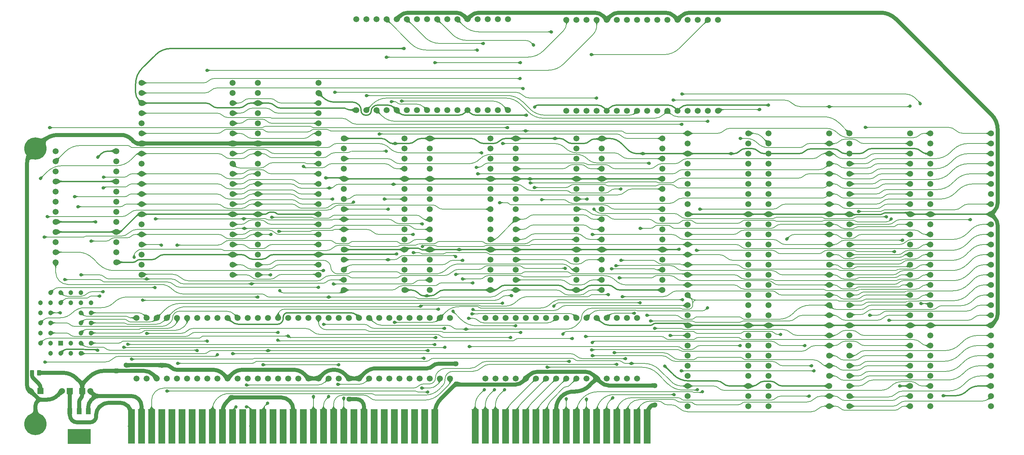
<source format=gtl>
%TF.GenerationSoftware,KiCad,Pcbnew,9.0.2*%
%TF.CreationDate,2025-08-22T22:57:49+02:00*%
%TF.ProjectId,Blitter Board,426c6974-7465-4722-9042-6f6172642e6b,V0*%
%TF.SameCoordinates,Original*%
%TF.FileFunction,Copper,L1,Top*%
%TF.FilePolarity,Positive*%
%FSLAX46Y46*%
G04 Gerber Fmt 4.6, Leading zero omitted, Abs format (unit mm)*
G04 Created by KiCad (PCBNEW 9.0.2) date 2025-08-22 22:57:49*
%MOMM*%
%LPD*%
G01*
G04 APERTURE LIST*
G04 Aperture macros list*
%AMRoundRect*
0 Rectangle with rounded corners*
0 $1 Rounding radius*
0 $2 $3 $4 $5 $6 $7 $8 $9 X,Y pos of 4 corners*
0 Add a 4 corners polygon primitive as box body*
4,1,4,$2,$3,$4,$5,$6,$7,$8,$9,$2,$3,0*
0 Add four circle primitives for the rounded corners*
1,1,$1+$1,$2,$3*
1,1,$1+$1,$4,$5*
1,1,$1+$1,$6,$7*
1,1,$1+$1,$8,$9*
0 Add four rect primitives between the rounded corners*
20,1,$1+$1,$2,$3,$4,$5,0*
20,1,$1+$1,$4,$5,$6,$7,0*
20,1,$1+$1,$6,$7,$8,$9,0*
20,1,$1+$1,$8,$9,$2,$3,0*%
G04 Aperture macros list end*
%TA.AperFunction,ComponentPad*%
%ADD10R,1.200000X1.200000*%
%TD*%
%TA.AperFunction,ComponentPad*%
%ADD11C,1.200000*%
%TD*%
%TA.AperFunction,SMDPad,CuDef*%
%ADD12R,1.200000X1.500000*%
%TD*%
%TA.AperFunction,SMDPad,CuDef*%
%ADD13R,5.842000X3.810000*%
%TD*%
%TA.AperFunction,ComponentPad*%
%ADD14C,1.500000*%
%TD*%
%TA.AperFunction,ComponentPad*%
%ADD15R,1.500000X1.500000*%
%TD*%
%TA.AperFunction,ConnectorPad*%
%ADD16R,1.780000X8.620000*%
%TD*%
%TA.AperFunction,SMDPad,CuDef*%
%ADD17RoundRect,0.250000X-0.262500X-0.450000X0.262500X-0.450000X0.262500X0.450000X-0.262500X0.450000X0*%
%TD*%
%TA.AperFunction,ComponentPad*%
%ADD18C,5.600000*%
%TD*%
%TA.AperFunction,ViaPad*%
%ADD19C,0.800000*%
%TD*%
%TA.AperFunction,ViaPad*%
%ADD20C,1.300000*%
%TD*%
%TA.AperFunction,Conductor*%
%ADD21C,0.380000*%
%TD*%
%TA.AperFunction,Conductor*%
%ADD22C,1.000000*%
%TD*%
%TA.AperFunction,Conductor*%
%ADD23C,0.200000*%
%TD*%
G04 APERTURE END LIST*
D10*
%TO.P,IC2,1,N.C.*%
%TO.N,unconnected-(IC2-N.C.-Pad1)*%
X-17729200Y20955000D03*
D11*
%TO.P,IC2,2,A16*%
%TO.N,GND*%
X-15189200Y18415000D03*
%TO.P,IC2,3,A15*%
X-15189200Y20955000D03*
%TO.P,IC2,4,A12*%
%TO.N,/A12*%
X-12649200Y18415000D03*
%TO.P,IC2,5,A7*%
%TO.N,/A7*%
X-10109200Y20955000D03*
%TO.P,IC2,6,A6*%
%TO.N,/A6*%
X-12649200Y20955000D03*
%TO.P,IC2,7,A5*%
%TO.N,/A5*%
X-10109200Y23495000D03*
%TO.P,IC2,8,A4*%
%TO.N,/A4*%
X-12649200Y23495000D03*
%TO.P,IC2,9,A3*%
%TO.N,/A3*%
X-10109200Y26035000D03*
%TO.P,IC2,10,A2*%
%TO.N,/A2*%
X-12649200Y26035000D03*
%TO.P,IC2,11,A1*%
%TO.N,/A1*%
X-10109200Y28575000D03*
%TO.P,IC2,12,A0*%
%TO.N,/A0*%
X-12649200Y28575000D03*
%TO.P,IC2,13,DQ0*%
%TO.N,/D0*%
X-10109200Y31115000D03*
%TO.P,IC2,14,DQ1*%
%TO.N,/D1*%
X-12649200Y33655000D03*
%TO.P,IC2,15,DQ2*%
%TO.N,/D2*%
X-12649200Y31115000D03*
%TO.P,IC2,16,GND*%
%TO.N,GND*%
X-15189200Y33655000D03*
%TO.P,IC2,17,DQ3*%
%TO.N,/D3*%
X-15189200Y31115000D03*
%TO.P,IC2,18,DQ4*%
%TO.N,/D4*%
X-17729200Y33655000D03*
%TO.P,IC2,19,DQ5*%
%TO.N,/D5*%
X-17729200Y31115000D03*
%TO.P,IC2,20,DQ6*%
%TO.N,/D6*%
X-20269200Y33655000D03*
%TO.P,IC2,21,DQ7*%
%TO.N,/D7*%
X-22809200Y31115000D03*
%TO.P,IC2,22,~{CE}*%
%TO.N,/~{Device ROM}*%
X-20269200Y31115000D03*
%TO.P,IC2,23,A10*%
%TO.N,/A10*%
X-22809200Y28575000D03*
%TO.P,IC2,24,~{OE}*%
%TO.N,/~{RD}*%
X-20269200Y28575000D03*
%TO.P,IC2,25,A11*%
%TO.N,/A11*%
X-22809200Y26035000D03*
%TO.P,IC2,26,A9*%
%TO.N,/A9*%
X-20269200Y26035000D03*
%TO.P,IC2,27,A8*%
%TO.N,/A8*%
X-22809200Y23495000D03*
%TO.P,IC2,28,A13*%
%TO.N,/A13*%
X-20269200Y23495000D03*
%TO.P,IC2,29,A14*%
%TO.N,/A14*%
X-22809200Y20955000D03*
%TO.P,IC2,30,N.C.*%
%TO.N,unconnected-(IC2-N.C.-Pad30)*%
X-20269200Y18415000D03*
%TO.P,IC2,31,~{WE}*%
%TO.N,/~{WD}*%
X-20269200Y20955000D03*
%TO.P,IC2,32,3V*%
%TO.N,/3.3V*%
X-17729200Y18415000D03*
%TD*%
D12*
%TO.P,IC1,1,GND*%
%TO.N,GND*%
X-10843200Y3810000D03*
%TO.P,IC1,2,5.0VOut*%
%TO.N,/5V*%
X-13143200Y3810000D03*
%TO.P,IC1,3,15VIn*%
%TO.N,12V*%
X-15443200Y3810000D03*
D13*
%TO.P,IC1,4,5.0VOut*%
%TO.N,unconnected-(IC1-5.0VOut-Pad4)*%
X-13143200Y-2565000D03*
%TD*%
D14*
%TO.P,B2,1,5V*%
%TO.N,/5V*%
X56463800Y79477000D03*
%TO.P,B2,2,~{Main_Read}*%
%TO.N,/~{Main Read}*%
X59003800Y79477000D03*
%TO.P,B2,3,~{Write}*%
%TO.N,/~{Write}*%
X61543800Y79477000D03*
%TO.P,B2,4,D7*%
%TO.N,/D7*%
X64083800Y79477000D03*
%TO.P,B2,5,GND*%
%TO.N,GND*%
X66623800Y79477000D03*
%TO.P,B2,6,D6*%
%TO.N,/D6*%
X69163800Y79477000D03*
%TO.P,B2,7,D5*%
%TO.N,/D5*%
X71703800Y79477000D03*
%TO.P,B2,8,D4*%
%TO.N,/D4*%
X74243800Y79477000D03*
%TO.P,B2,9,D3*%
%TO.N,/D3*%
X76783800Y79477000D03*
%TO.P,B2,10,D2*%
%TO.N,/D2*%
X79323800Y79477000D03*
%TO.P,B2,11,D1*%
%TO.N,/D1*%
X81863800Y79477000D03*
%TO.P,B2,12,GND*%
%TO.N,GND*%
X84403800Y79477000D03*
%TO.P,B2,13,D0*%
%TO.N,/D0*%
X86943800Y79477000D03*
%TO.P,B2,14,Write_Transparent_Colour*%
%TO.N,/Write Transparent Colour*%
X89483800Y79477000D03*
%TO.P,B2,15,Read_Transparent_Colour*%
%TO.N,/Read Transparent Colour*%
X92023800Y79477000D03*
%TO.P,B2,16,Transparency_Enable*%
%TO.N,/Transparency Enable*%
X94563800Y79477000D03*
%TO.P,B2,17,5V*%
%TO.N,/5V*%
X94563800Y102337000D03*
%TO.P,B2,18,N.C.*%
%TO.N,unconnected-(B2-N.C.-Pad18)*%
X92023800Y102337000D03*
%TO.P,B2,19,N.C.*%
%TO.N,unconnected-(B2-N.C.-Pad19)*%
X89483800Y102337000D03*
%TO.P,B2,20,MD0*%
%TO.N,/MD0*%
X86943800Y102337000D03*
%TO.P,B2,21,GND*%
%TO.N,GND*%
X84403800Y102337000D03*
%TO.P,B2,22,MD1*%
%TO.N,/MD1*%
X81863800Y102337000D03*
%TO.P,B2,23,MD2*%
%TO.N,/MD2*%
X79323800Y102337000D03*
%TO.P,B2,24,MD3*%
%TO.N,/MD3*%
X76783800Y102337000D03*
%TO.P,B2,25,MD4*%
%TO.N,/MD4*%
X74243800Y102337000D03*
%TO.P,B2,26,MD5*%
%TO.N,/MD5*%
X71703800Y102337000D03*
%TO.P,B2,27,MC6*%
%TO.N,/MD6*%
X69163800Y102337000D03*
%TO.P,B2,28,GND*%
%TO.N,GND*%
X66623800Y102337000D03*
%TO.P,B2,29,MD7*%
%TO.N,/MD7*%
X64083800Y102337000D03*
%TO.P,B2,30,N.C.*%
%TO.N,unconnected-(B2-N.C.-Pad30)*%
X61543800Y102337000D03*
%TO.P,B2,31,Transparent*%
%TO.N,/Transparent*%
X59003800Y102337000D03*
%TO.P,B2,32,N.C.*%
%TO.N,unconnected-(B2-N.C.-Pad32)*%
X56463800Y102337000D03*
%TD*%
%TO.P,B16,1,A0_{IN}*%
%TO.N,A0_{D}*%
X1320800Y12065000D03*
%TO.P,B16,2,A1_{IN}*%
%TO.N,A1_{D}*%
X3860800Y12065000D03*
%TO.P,B16,3,5V*%
%TO.N,/5V*%
X6400800Y12065000D03*
%TO.P,B16,4,A2_{IN}*%
%TO.N,A2_{D}*%
X8940800Y12065000D03*
%TO.P,B16,5,A3_{IN}*%
%TO.N,A3_{D}*%
X11480800Y12065000D03*
%TO.P,B16,6,A4_{IN}*%
%TO.N,A4_{D}*%
X14020800Y12065000D03*
%TO.P,B16,7,A5_{IN}*%
%TO.N,A5_{D}*%
X16560800Y12065000D03*
%TO.P,B16,8,A6_{IN}*%
%TO.N,A6_{D}*%
X19100800Y12065000D03*
%TO.P,B16,9,A7_{IN}*%
%TO.N,A7_{D}*%
X21640800Y12065000D03*
%TO.P,B16,10,GND*%
%TO.N,GND*%
X24180800Y12065000D03*
%TO.P,B16,11,A8_{IN}*%
%TO.N,A8_{D}*%
X26720800Y12065000D03*
%TO.P,B16,12,A9_{IN}*%
%TO.N,A9_{D}*%
X29260800Y12065000D03*
%TO.P,B16,13,A10_{IN}*%
%TO.N,A10_{D}*%
X31800800Y12065000D03*
%TO.P,B16,14,A11_{IN}*%
%TO.N,A11_{D}*%
X34340800Y12065000D03*
%TO.P,B16,15,A12_{IN}*%
%TO.N,A12_{D}*%
X36880800Y12065000D03*
%TO.P,B16,16,A13_{IN}*%
%TO.N,A13_{D}*%
X39420800Y12065000D03*
%TO.P,B16,17,A14_{IN}*%
%TO.N,A14_{D}*%
X41960800Y12065000D03*
%TO.P,B16,18,A15_{IN}*%
%TO.N,GND*%
X44500800Y12065000D03*
%TO.P,B16,19,A16_{IN}*%
X47040800Y12065000D03*
%TO.P,B16,20,~{RD}_{IN}*%
%TO.N,~{RD}_{D}*%
X49580800Y12065000D03*
%TO.P,B16,21,~{WD}_{IN}*%
%TO.N,~{WD}_{D}*%
X52120800Y12065000D03*
%TO.P,B16,22,S_{IN}*%
%TO.N,GND*%
X54660800Y12065000D03*
%TO.P,B16,23,GND*%
X57200800Y12065000D03*
%TO.P,B16,24,D7_{IN/OUT}*%
%TO.N,D7_{D}*%
X59740800Y12065000D03*
%TO.P,B16,25,D6_{IN/OUT}*%
%TO.N,D6_{D}*%
X62280800Y12065000D03*
%TO.P,B16,26,D5_{IN/OUT}*%
%TO.N,D5_{D}*%
X64820800Y12065000D03*
%TO.P,B16,27,D4_{IN/OUT}*%
%TO.N,D4_{D}*%
X67360800Y12065000D03*
%TO.P,B16,28,D3_{IN/OUT}*%
%TO.N,D3_{D}*%
X69900800Y12065000D03*
%TO.P,B16,29,D2_{IN/OUT}*%
%TO.N,D2_{D}*%
X72440800Y12065000D03*
%TO.P,B16,30,D1_{IN/OUT}*%
%TO.N,D1_{D}*%
X74980800Y12065000D03*
%TO.P,B16,31,D0_{IN/OUT}*%
%TO.N,D0_{D}*%
X77520800Y12065000D03*
%TO.P,B16,32,Deivce_~{CS}_{IN}*%
%TO.N,~{Select}_{D}*%
X80060800Y12065000D03*
%TO.P,B16,33,Deivce_~{CS}*%
%TO.N,/~{Device Select}*%
X80060800Y27305000D03*
%TO.P,B16,34,D0*%
%TO.N,/D7*%
X77520800Y27305000D03*
%TO.P,B16,35,5V*%
%TO.N,/5V*%
X74980800Y27305000D03*
%TO.P,B16,36,D1*%
%TO.N,/D6*%
X72440800Y27305000D03*
%TO.P,B16,37,D2*%
%TO.N,/D5*%
X69900800Y27305000D03*
%TO.P,B16,38,D3*%
%TO.N,/D4*%
X67360800Y27305000D03*
%TO.P,B16,39,D4*%
%TO.N,/D3*%
X64820800Y27305000D03*
%TO.P,B16,40,D5*%
%TO.N,/D2*%
X62280800Y27305000D03*
%TO.P,B16,41,D6*%
%TO.N,/D1*%
X59740800Y27305000D03*
%TO.P,B16,42,GND*%
%TO.N,GND*%
X57200800Y27305000D03*
%TO.P,B16,43,D7*%
%TO.N,/D0*%
X54660800Y27305000D03*
%TO.P,B16,44,S*%
%TO.N,unconnected-(B16-S-Pad44)*%
X52120800Y27305000D03*
%TO.P,B16,45,~{WD}*%
%TO.N,/~{WD}*%
X49580800Y27305000D03*
%TO.P,B16,46,~{RD}*%
%TO.N,/~{RD}*%
X47040800Y27305000D03*
%TO.P,B16,47,A16*%
%TO.N,unconnected-(B16-A16-Pad47)*%
X44500800Y27305000D03*
%TO.P,B16,48,A15*%
%TO.N,unconnected-(B16-A15-Pad48)*%
X41960800Y27305000D03*
%TO.P,B16,49,A14*%
%TO.N,/A14*%
X39420800Y27305000D03*
%TO.P,B16,50,A13*%
%TO.N,/A13*%
X36880800Y27305000D03*
%TO.P,B16,51,A12*%
%TO.N,/A12*%
X34340800Y27305000D03*
%TO.P,B16,52,A11*%
%TO.N,/A11*%
X31800800Y27305000D03*
%TO.P,B16,53,A10*%
%TO.N,/A10*%
X29260800Y27305000D03*
%TO.P,B16,54,A9*%
%TO.N,/A9*%
X26720800Y27305000D03*
%TO.P,B16,55,GND*%
%TO.N,GND*%
X24180800Y27305000D03*
%TO.P,B16,56,A8*%
%TO.N,/A8*%
X21640800Y27305000D03*
%TO.P,B16,57,A7*%
%TO.N,/A7*%
X19100800Y27305000D03*
%TO.P,B16,58,A6*%
%TO.N,/A6*%
X16560800Y27305000D03*
%TO.P,B16,59,A5*%
%TO.N,/A5*%
X14020800Y27305000D03*
%TO.P,B16,60,A4*%
%TO.N,/A4*%
X11480800Y27305000D03*
%TO.P,B16,61,A3*%
%TO.N,/A3*%
X8940800Y27305000D03*
%TO.P,B16,62,A2*%
%TO.N,/A2*%
X6400800Y27305000D03*
%TO.P,B16,63,A1*%
%TO.N,/A1*%
X3860800Y27305000D03*
%TO.P,B16,64,A0*%
%TO.N,/A0*%
X1320800Y27305000D03*
%TD*%
%TO.P,B14,1,~{OE}*%
%TO.N,/~{Main Write}*%
X160070800Y73660000D03*
%TO.P,B14,2,IN23*%
%TO.N,/Dest23*%
X160070800Y71120000D03*
%TO.P,B14,3,5V*%
%TO.N,/5V*%
X160070800Y68580000D03*
%TO.P,B14,4,IN22*%
%TO.N,/Dest22*%
X160070800Y66040000D03*
%TO.P,B14,5,IN21*%
%TO.N,/Dest21*%
X160070800Y63500000D03*
%TO.P,B14,6,IN20*%
%TO.N,/Dest20*%
X160070800Y60960000D03*
%TO.P,B14,7,IN19*%
%TO.N,/Dest19*%
X160070800Y58420000D03*
%TO.P,B14,8,IN18*%
%TO.N,/Dest18*%
X160070800Y55880000D03*
%TO.P,B14,9,GND*%
%TO.N,GND*%
X160070800Y53340000D03*
%TO.P,B14,10,IN17*%
%TO.N,/Dest17*%
X160070800Y50800000D03*
%TO.P,B14,11,IN16*%
%TO.N,/Dest16*%
X160070800Y48260000D03*
%TO.P,B14,12,IN15*%
%TO.N,/Dest15*%
X160070800Y45720000D03*
%TO.P,B14,13,IN14*%
%TO.N,/Dest14*%
X160070800Y43180000D03*
%TO.P,B14,14,IN13*%
%TO.N,/Dest13*%
X160070800Y40640000D03*
%TO.P,B14,15,IN12*%
%TO.N,/Dest12*%
X160070800Y38100000D03*
%TO.P,B14,16,IN11*%
%TO.N,/Dest11*%
X160070800Y35560000D03*
%TO.P,B14,17,IN10*%
%TO.N,/Dest10*%
X160070800Y33020000D03*
%TO.P,B14,18,IN9*%
%TO.N,/Dest9*%
X160070800Y30480000D03*
%TO.P,B14,19,IN8*%
%TO.N,/Dest8*%
X160070800Y27940000D03*
%TO.P,B14,20,GND*%
%TO.N,GND*%
X160070800Y25400000D03*
%TO.P,B14,21,IN7*%
%TO.N,/Dest7*%
X160070800Y22860000D03*
%TO.P,B14,22,IN6*%
%TO.N,/Dest6*%
X160070800Y20320000D03*
%TO.P,B14,23,IN5*%
%TO.N,/Dest5*%
X160070800Y17780000D03*
%TO.P,B14,24,IN4*%
%TO.N,/Dest4*%
X160070800Y15240000D03*
%TO.P,B14,25,IN3*%
%TO.N,/Dest3*%
X160070800Y12700000D03*
%TO.P,B14,26,IN2*%
%TO.N,/Dest2*%
X160070800Y10160000D03*
%TO.P,B14,27,IN1*%
%TO.N,/Dest1*%
X160070800Y7620000D03*
%TO.P,B14,28,IN0*%
%TO.N,/Dest0*%
X160070800Y5080000D03*
%TO.P,B14,29,OUT0*%
%TO.N,A0_{M}*%
X175310800Y5080000D03*
%TO.P,B14,30,OUT1*%
%TO.N,A1_{M}*%
X175310800Y7620000D03*
%TO.P,B14,31,5V*%
%TO.N,/5V*%
X175310800Y10160000D03*
%TO.P,B14,32,OUT2*%
%TO.N,A2_{M}*%
X175310800Y12700000D03*
%TO.P,B14,33,OUT3*%
%TO.N,A3_{M}*%
X175310800Y15240000D03*
%TO.P,B14,34,OUT4*%
%TO.N,A4_{M}*%
X175310800Y17780000D03*
%TO.P,B14,35,OUT5*%
%TO.N,A5_{M}*%
X175310800Y20320000D03*
%TO.P,B14,36,OUT6*%
%TO.N,A6_{M}*%
X175310800Y22860000D03*
%TO.P,B14,37,GND*%
%TO.N,GND*%
X175310800Y25400000D03*
%TO.P,B14,38,OUT7*%
%TO.N,A7_{M}*%
X175310800Y27940000D03*
%TO.P,B14,39,OUT8*%
%TO.N,A8_{M}*%
X175310800Y30480000D03*
%TO.P,B14,40,OUT9*%
%TO.N,A9_{M}*%
X175310800Y33020000D03*
%TO.P,B14,41,OUT10*%
%TO.N,A10_{M}*%
X175310800Y35560000D03*
%TO.P,B14,42,OUT11*%
%TO.N,A11_{M}*%
X175310800Y38100000D03*
%TO.P,B14,43,OUT12*%
%TO.N,A12_{M}*%
X175310800Y40640000D03*
%TO.P,B14,44,OUT13*%
%TO.N,A13_{M}*%
X175310800Y43180000D03*
%TO.P,B14,45,OUT14*%
%TO.N,A14_{M}*%
X175310800Y45720000D03*
%TO.P,B14,46,OUT15*%
%TO.N,A15_{M}*%
X175310800Y48260000D03*
%TO.P,B14,47,OUT16*%
%TO.N,A16_{M}*%
X175310800Y50800000D03*
%TO.P,B14,48,GND*%
%TO.N,GND*%
X175310800Y53340000D03*
%TO.P,B14,49,OUT17*%
%TO.N,A17_{M}*%
X175310800Y55880000D03*
%TO.P,B14,50,OUT18*%
%TO.N,A18_{M}*%
X175310800Y58420000D03*
%TO.P,B14,51,OUT19*%
%TO.N,A19_{M}*%
X175310800Y60960000D03*
%TO.P,B14,52,OUT20*%
%TO.N,A20_{M}*%
X175310800Y63500000D03*
%TO.P,B14,53,OUT21*%
%TO.N,A21_{M}*%
X175310800Y66040000D03*
%TO.P,B14,54,OUT22*%
%TO.N,A22_{M}*%
X175310800Y68580000D03*
%TO.P,B14,55,OUT23*%
%TO.N,A23_{M}*%
X175310800Y71120000D03*
%TO.P,B14,56,CLK*%
%TO.N,/CLK0*%
X175310800Y73660000D03*
%TD*%
%TO.P,B7,1,5V*%
%TO.N,/5V*%
X127050800Y27305000D03*
%TO.P,B7,2,~{Main_Access_Slot}*%
%TO.N,~{Main Access}*%
X124510800Y27305000D03*
%TO.P,B7,3,~{Main}*%
%TO.N,~{Main}*%
X121970800Y27305000D03*
%TO.P,B7,4,~{RD}*%
%TO.N,/~{Read}*%
X119430800Y27305000D03*
%TO.P,B7,5,GND*%
%TO.N,GND*%
X116890800Y27305000D03*
%TO.P,B7,6,~{WD}*%
%TO.N,/~{Write}*%
X114350800Y27305000D03*
%TO.P,B7,7,D7*%
%TO.N,/MD0*%
X111810800Y27305000D03*
%TO.P,B7,8,D6*%
%TO.N,/MD1*%
X109270800Y27305000D03*
%TO.P,B7,9,D5*%
%TO.N,/MD2*%
X106730800Y27305000D03*
%TO.P,B7,10,D4*%
%TO.N,/MD3*%
X104190800Y27305000D03*
%TO.P,B7,11,D3*%
%TO.N,/MD4*%
X101650800Y27305000D03*
%TO.P,B7,12,GND*%
%TO.N,GND*%
X99110800Y27305000D03*
%TO.P,B7,13,D2*%
%TO.N,/MD5*%
X96570800Y27305000D03*
%TO.P,B7,14,D1*%
%TO.N,/MD6*%
X94030800Y27305000D03*
%TO.P,B7,15,D0*%
%TO.N,/MD7*%
X91490800Y27305000D03*
%TO.P,B7,16,N.C.*%
%TO.N,unconnected-(B7-N.C.-Pad16)*%
X88950800Y27305000D03*
%TO.P,B7,17,5V*%
%TO.N,/5V*%
X88950800Y12065000D03*
%TO.P,B7,18,MD0*%
%TO.N,D7_{M}*%
X91490800Y12065000D03*
%TO.P,B7,19,MD1*%
%TO.N,D6_{M}*%
X94030800Y12065000D03*
%TO.P,B7,20,MD2*%
%TO.N,D5_{M}*%
X96570800Y12065000D03*
%TO.P,B7,21,GND*%
%TO.N,GND*%
X99110800Y12065000D03*
%TO.P,B7,22,MD3*%
%TO.N,D4_{M}*%
X101650800Y12065000D03*
%TO.P,B7,23,MD4*%
%TO.N,D3_{M}*%
X104190800Y12065000D03*
%TO.P,B7,24,MD5*%
%TO.N,D2_{M}*%
X106730800Y12065000D03*
%TO.P,B7,25,MD6*%
%TO.N,D1_{M}*%
X109270800Y12065000D03*
%TO.P,B7,26,MD7*%
%TO.N,D0_{M}*%
X111810800Y12065000D03*
%TO.P,B7,27,N.C.*%
%TO.N,unconnected-(B7-N.C.-Pad27)*%
X114350800Y12065000D03*
%TO.P,B7,28,GND*%
%TO.N,GND*%
X116890800Y12065000D03*
%TO.P,B7,29,N.C.*%
%TO.N,unconnected-(B7-N.C.-Pad29)*%
X119430800Y12065000D03*
%TO.P,B7,30,N.C.*%
%TO.N,unconnected-(B7-N.C.-Pad30)*%
X121970800Y12065000D03*
%TO.P,B7,31,N.C.*%
%TO.N,unconnected-(B7-N.C.-Pad31)*%
X124510800Y12065000D03*
%TO.P,B7,32,N.C.*%
%TO.N,unconnected-(B7-N.C.-Pad32)*%
X127050800Y12065000D03*
%TD*%
%TO.P,B8,1,5V*%
%TO.N,/5V*%
X53390800Y72390000D03*
%TO.P,B8,2,Interrupt_CLK*%
%TO.N,/MCLK*%
X53390800Y69850000D03*
%TO.P,B8,3,Write_Clear_Interrupt*%
%TO.N,/Write Clear Interrupt*%
X53390800Y67310000D03*
%TO.P,B8,4,~{Set_Interrupt_on_CLK}*%
%TO.N,/~{Done}*%
X53390800Y64770000D03*
%TO.P,B8,5,GND*%
%TO.N,GND*%
X53390800Y62230000D03*
%TO.P,B8,6,Read_Flags*%
%TO.N,/Read Flags*%
X53390800Y59690000D03*
%TO.P,B8,7,Write_Flags*%
%TO.N,/Write Flags*%
X53390800Y57150000D03*
%TO.P,B8,8,D7*%
%TO.N,/D7*%
X53390800Y54610000D03*
%TO.P,B8,9,D6*%
%TO.N,/D6*%
X53390800Y52070000D03*
%TO.P,B8,10,D5*%
%TO.N,/D5*%
X53390800Y49530000D03*
%TO.P,B8,11,D4*%
%TO.N,/D4*%
X53390800Y46990000D03*
%TO.P,B8,12,GND*%
%TO.N,GND*%
X53390800Y44450000D03*
%TO.P,B8,13,D3*%
%TO.N,/D3*%
X53390800Y41910000D03*
%TO.P,B8,14,D2*%
%TO.N,/D2*%
X53390800Y39370000D03*
%TO.P,B8,15,D1*%
%TO.N,/D1*%
X53390800Y36830000D03*
%TO.P,B8,16,D0*%
%TO.N,/D0*%
X53390800Y34290000D03*
%TO.P,B8,17,5V*%
%TO.N,/5V*%
X68630800Y34290000D03*
%TO.P,B8,18,F0*%
%TO.N,/Transparency Enable*%
X68630800Y36830000D03*
%TO.P,B8,19,F1*%
%TO.N,unconnected-(B8-F1-Pad19)*%
X68630800Y39370000D03*
%TO.P,B8,20,F2*%
%TO.N,unconnected-(B8-F2-Pad20)*%
X68630800Y41910000D03*
%TO.P,B8,21,GND*%
%TO.N,GND*%
X68630800Y44450000D03*
%TO.P,B8,22,F3*%
%TO.N,unconnected-(B8-F3-Pad22)*%
X68630800Y46990000D03*
%TO.P,B8,23,F4*%
%TO.N,unconnected-(B8-F4-Pad23)*%
X68630800Y49530000D03*
%TO.P,B8,24,F5*%
%TO.N,unconnected-(B8-F5-Pad24)*%
X68630800Y52070000D03*
%TO.P,B8,25,N.C.*%
%TO.N,unconnected-(B8-N.C.-Pad25)*%
X68630800Y54610000D03*
%TO.P,B8,26,~{Enable}*%
%TO.N,~{Enable}_{D}*%
X68630800Y57150000D03*
%TO.P,B8,27,Enable*%
%TO.N,unconnected-(B8-Enable-Pad27)*%
X68630800Y59690000D03*
%TO.P,B8,28,GND*%
%TO.N,GND*%
X68630800Y62230000D03*
%TO.P,B8,29,~{INT}*%
%TO.N,~{Interrupt}_{D}*%
X68630800Y64770000D03*
%TO.P,B8,30,INT*%
%TO.N,unconnected-(B8-INT-Pad30)*%
X68630800Y67310000D03*
%TO.P,B8,31,N.C.*%
%TO.N,unconnected-(B8-N.C.-Pad31)*%
X68630800Y69850000D03*
%TO.P,B8,32,N.C.*%
%TO.N,unconnected-(B8-N.C.-Pad32)*%
X68630800Y72390000D03*
%TD*%
%TO.P,B15,1,5V*%
%TO.N,/5V*%
X118160800Y72390000D03*
%TO.P,B15,2,Y7_{R}*%
%TO.N,unconnected-(B15-Y7_{R}-Pad2)*%
X118160800Y69850000D03*
%TO.P,B15,3,Y6_{R}*%
%TO.N,unconnected-(B15-Y6_{R}-Pad3)*%
X118160800Y67310000D03*
%TO.P,B15,4,~{Device_Registers}*%
%TO.N,/~{Device Registers}*%
X118160800Y64770000D03*
%TO.P,B15,5,GND*%
%TO.N,GND*%
X118160800Y62230000D03*
%TO.P,B15,6,Y5_{R}*%
%TO.N,unconnected-(B15-Y5_{R}-Pad6)*%
X118160800Y59690000D03*
%TO.P,B15,7,Y4_{R}*%
%TO.N,unconnected-(B15-Y4_{R}-Pad7)*%
X118160800Y57150000D03*
%TO.P,B15,8,~{E2}*%
%TO.N,/A3*%
X118160800Y54610000D03*
%TO.P,B15,9,E3*%
%TO.N,/~{A4}*%
X118160800Y52070000D03*
%TO.P,B15,10,A2*%
%TO.N,/A2*%
X118160800Y49530000D03*
%TO.P,B15,11,A1*%
%TO.N,/A1*%
X118160800Y46990000D03*
%TO.P,B15,12,GND*%
%TO.N,GND*%
X118160800Y44450000D03*
%TO.P,B15,13,A0*%
%TO.N,/A0*%
X118160800Y41910000D03*
%TO.P,B15,14,N.C.*%
%TO.N,unconnected-(B15-N.C.-Pad14)*%
X118160800Y39370000D03*
%TO.P,B15,15,~{RD}*%
%TO.N,/~{RD}*%
X118160800Y36830000D03*
%TO.P,B15,16,~{WD}*%
%TO.N,/~{WD}*%
X118160800Y34290000D03*
%TO.P,B15,17,5V*%
%TO.N,/5V*%
X133400800Y34290000D03*
%TO.P,B15,18,N.C.*%
%TO.N,unconnected-(B15-N.C.-Pad18)*%
X133400800Y36830000D03*
%TO.P,B15,19,Y7_{W}*%
%TO.N,/Write Start*%
X133400800Y39370000D03*
%TO.P,B15,20,Y6_{W}*%
%TO.N,/Write Dest Address Bank*%
X133400800Y41910000D03*
%TO.P,B15,21,GND*%
%TO.N,GND*%
X133400800Y44450000D03*
%TO.P,B15,22,Y5_{W}*%
%TO.N,/Write Dest Address High*%
X133400800Y46990000D03*
%TO.P,B15,23,Y4_{W}*%
%TO.N,/Write Dest Address Low*%
X133400800Y49530000D03*
%TO.P,B15,24,Y3_{W}*%
%TO.N,unconnected-(B15-Y3_{W}-Pad24)*%
X133400800Y52070000D03*
%TO.P,B15,25,Y2_{W}*%
%TO.N,/Write Transparent Colour*%
X133400800Y54610000D03*
%TO.P,B15,26,Y1_{W}*%
%TO.N,/Write Clear Interrupt*%
X133400800Y57150000D03*
%TO.P,B15,27,Y0_{W}*%
%TO.N,/Write Flags*%
X133400800Y59690000D03*
%TO.P,B15,28,GND*%
%TO.N,GND*%
X133400800Y62230000D03*
%TO.P,B15,29,Y3_{R}*%
%TO.N,unconnected-(B15-Y3_{R}-Pad29)*%
X133400800Y64770000D03*
%TO.P,B15,30,Y2_{R}*%
%TO.N,/Read Transparent Colour*%
X133400800Y67310000D03*
%TO.P,B15,31,Y1_{R}*%
%TO.N,unconnected-(B15-Y1_{R}-Pad31)*%
X133400800Y69850000D03*
%TO.P,B15,32,Y0_{R}*%
%TO.N,/Read Flags*%
X133400800Y72390000D03*
%TD*%
%TO.P,B1,1,~{Reset}*%
%TO.N,/~{Reset}*%
X200710800Y73660000D03*
%TO.P,B1,2,N.C.*%
%TO.N,unconnected-(B1-N.C.-Pad2)*%
X200710800Y71120000D03*
%TO.P,B1,3,5V*%
%TO.N,/5V*%
X200710800Y68580000D03*
%TO.P,B1,4,CLK*%
%TO.N,/CLK1*%
X200710800Y66040000D03*
%TO.P,B1,5,N.C.*%
%TO.N,unconnected-(B1-N.C.-Pad5)*%
X200710800Y63500000D03*
%TO.P,B1,6,N.C.*%
%TO.N,unconnected-(B1-N.C.-Pad6)*%
X200710800Y60960000D03*
%TO.P,B1,7,N.C.*%
%TO.N,unconnected-(B1-N.C.-Pad7)*%
X200710800Y58420000D03*
%TO.P,B1,8,N.C.*%
%TO.N,unconnected-(B1-N.C.-Pad8)*%
X200710800Y55880000D03*
%TO.P,B1,9,GND*%
%TO.N,GND*%
X200710800Y53340000D03*
%TO.P,B1,10,N.C.*%
%TO.N,unconnected-(B1-N.C.-Pad10)*%
X200710800Y50800000D03*
%TO.P,B1,11,D7*%
%TO.N,/D7*%
X200710800Y48260000D03*
%TO.P,B1,12,D6*%
%TO.N,/D6*%
X200710800Y45720000D03*
%TO.P,B1,13,D5*%
%TO.N,/D5*%
X200710800Y43180000D03*
%TO.P,B1,14,D4*%
%TO.N,/D4*%
X200710800Y40640000D03*
%TO.P,B1,15,D3*%
%TO.N,/D3*%
X200710800Y38100000D03*
%TO.P,B1,16,D2*%
%TO.N,/D2*%
X200710800Y35560000D03*
%TO.P,B1,17,D1*%
%TO.N,/D1*%
X200710800Y33020000D03*
%TO.P,B1,18,D0*%
%TO.N,/D0*%
X200710800Y30480000D03*
%TO.P,B1,19,N.C.*%
%TO.N,unconnected-(B1-N.C.-Pad19)*%
X200710800Y27940000D03*
%TO.P,B1,20,GND*%
%TO.N,GND*%
X200710800Y25400000D03*
%TO.P,B1,21,Latch_Bank*%
%TO.N,/Write Source Address Bank*%
X200710800Y22860000D03*
%TO.P,B1,22,Latch_High*%
%TO.N,/Write Source Address High*%
X200710800Y20320000D03*
%TO.P,B1,23,Latch_Low*%
%TO.N,/Write Source Address Low*%
X200710800Y17780000D03*
%TO.P,B1,24,N.C.*%
%TO.N,unconnected-(B1-N.C.-Pad24)*%
X200710800Y15240000D03*
%TO.P,B1,25,N.C.*%
%TO.N,unconnected-(B1-N.C.-Pad25)*%
X200710800Y12700000D03*
%TO.P,B1,26,Count_Enable*%
%TO.N,/Counting*%
X200710800Y10160000D03*
%TO.P,B1,27,TC_{0..3}*%
%TO.N,unconnected-(B1-TC_{0..3}-Pad27)*%
X200710800Y7620000D03*
%TO.P,B1,28,TC_{20..23}*%
%TO.N,unconnected-(B1-TC_{20..23}-Pad28)*%
X200710800Y5080000D03*
%TO.P,B1,29,N.C.*%
%TO.N,unconnected-(B1-N.C.-Pad29)*%
X215950800Y5080000D03*
%TO.P,B1,30,C0*%
%TO.N,/Source0*%
X215950800Y7620000D03*
%TO.P,B1,31,5V*%
%TO.N,/5V*%
X215950800Y10160000D03*
%TO.P,B1,32,C1*%
%TO.N,/Source1*%
X215950800Y12700000D03*
%TO.P,B1,33,C2*%
%TO.N,/Source2*%
X215950800Y15240000D03*
%TO.P,B1,34,C3*%
%TO.N,/Source3*%
X215950800Y17780000D03*
%TO.P,B1,35,C4*%
%TO.N,/Source4*%
X215950800Y20320000D03*
%TO.P,B1,36,C5*%
%TO.N,/Source5*%
X215950800Y22860000D03*
%TO.P,B1,37,GND*%
%TO.N,GND*%
X215950800Y25400000D03*
%TO.P,B1,38,C6*%
%TO.N,/Source6*%
X215950800Y27940000D03*
%TO.P,B1,39,C7*%
%TO.N,/Source7*%
X215950800Y30480000D03*
%TO.P,B1,40,C8*%
%TO.N,/Source8*%
X215950800Y33020000D03*
%TO.P,B1,41,C9*%
%TO.N,/Source9*%
X215950800Y35560000D03*
%TO.P,B1,42,C10*%
%TO.N,/Source10*%
X215950800Y38100000D03*
%TO.P,B1,43,C11*%
%TO.N,/Source11*%
X215950800Y40640000D03*
%TO.P,B1,44,C12*%
%TO.N,/Source12*%
X215950800Y43180000D03*
%TO.P,B1,45,C13*%
%TO.N,/Source13*%
X215950800Y45720000D03*
%TO.P,B1,46,C14*%
%TO.N,/Source14*%
X215950800Y48260000D03*
%TO.P,B1,47,C15*%
%TO.N,/Source15*%
X215950800Y50800000D03*
%TO.P,B1,48,GND*%
%TO.N,GND*%
X215950800Y53340000D03*
%TO.P,B1,49,C16*%
%TO.N,/Source16*%
X215950800Y55880000D03*
%TO.P,B1,50,C17*%
%TO.N,/Source17*%
X215950800Y58420000D03*
%TO.P,B1,51,C18*%
%TO.N,/Source18*%
X215950800Y60960000D03*
%TO.P,B1,52,C19*%
%TO.N,/Source19*%
X215950800Y63500000D03*
%TO.P,B1,53,C20*%
%TO.N,/Source20*%
X215950800Y66040000D03*
%TO.P,B1,54,C21*%
%TO.N,/Source21*%
X215950800Y68580000D03*
%TO.P,B1,55,C22*%
%TO.N,/Source22*%
X215950800Y71120000D03*
%TO.P,B1,56,C23*%
%TO.N,/Source23*%
X215950800Y73660000D03*
%TD*%
%TO.P,B5,1,Read_Count_High*%
%TO.N,/Read Count Offset Start High*%
X2590800Y86360000D03*
%TO.P,B5,2,Read_Count_Low*%
%TO.N,/Read Count Offset Start Low*%
X2590800Y83820000D03*
%TO.P,B5,3,5V*%
%TO.N,/5V*%
X2590800Y81280000D03*
%TO.P,B5,4,CLK*%
%TO.N,/CLK1*%
X2590800Y78740000D03*
%TO.P,B5,5,~{Load_Count_Start}*%
%TO.N,/~{Load Count Start}*%
X2590800Y76200000D03*
%TO.P,B5,6,~{Reset}*%
%TO.N,/~{Reset}*%
X2590800Y73660000D03*
%TO.P,B5,7,GND*%
%TO.N,GND*%
X2590800Y71120000D03*
%TO.P,B5,8,D7*%
%TO.N,/D7*%
X2590800Y68580000D03*
%TO.P,B5,9,D6*%
%TO.N,/D6*%
X2590800Y66040000D03*
%TO.P,B5,10,D5*%
%TO.N,/D5*%
X2590800Y63500000D03*
%TO.P,B5,11,D4*%
%TO.N,/D4*%
X2590800Y60960000D03*
%TO.P,B5,12,D3*%
%TO.N,/D3*%
X2590800Y58420000D03*
%TO.P,B5,13,D2*%
%TO.N,/D2*%
X2590800Y55880000D03*
%TO.P,B5,14,GND*%
%TO.N,GND*%
X2590800Y53340000D03*
%TO.P,B5,15,D1*%
%TO.N,/D1*%
X2590800Y50800000D03*
%TO.P,B5,16,D0*%
%TO.N,/D0*%
X2590800Y48260000D03*
%TO.P,B5,17,Count_Enable*%
%TO.N,/Counting*%
X2590800Y45720000D03*
%TO.P,B5,18,Latch_Count*%
%TO.N,/CLK1*%
X2590800Y43180000D03*
%TO.P,B5,19,Write_Start_High*%
%TO.N,/Write Count Offset Start High*%
X2590800Y40640000D03*
%TO.P,B5,20,Write_Start_Low*%
%TO.N,/Write Count Offset Start Low*%
X2590800Y38100000D03*
%TO.P,B5,21,C0*%
%TO.N,/C0*%
X25450800Y38100000D03*
%TO.P,B5,22,C1*%
%TO.N,/C1*%
X25450800Y40640000D03*
%TO.P,B5,23,5V*%
%TO.N,/5V*%
X25450800Y43180000D03*
%TO.P,B5,24,C2*%
%TO.N,/C2*%
X25450800Y45720000D03*
%TO.P,B5,25,C3*%
%TO.N,/C3*%
X25450800Y48260000D03*
%TO.P,B5,26,C4*%
%TO.N,/C4*%
X25450800Y50800000D03*
%TO.P,B5,27,GND*%
%TO.N,GND*%
X25450800Y53340000D03*
%TO.P,B5,28,C5*%
%TO.N,/C5*%
X25450800Y55880000D03*
%TO.P,B5,29,C6*%
%TO.N,/C6*%
X25450800Y58420000D03*
%TO.P,B5,30,C7*%
%TO.N,/C7*%
X25450800Y60960000D03*
%TO.P,B5,31,C8*%
%TO.N,/C8*%
X25450800Y63500000D03*
%TO.P,B5,32,C9*%
%TO.N,/C9*%
X25450800Y66040000D03*
%TO.P,B5,33,C10*%
%TO.N,/C10*%
X25450800Y68580000D03*
%TO.P,B5,34,GND*%
%TO.N,GND*%
X25450800Y71120000D03*
%TO.P,B5,35,C11*%
%TO.N,/C11*%
X25450800Y73660000D03*
%TO.P,B5,36,C12*%
%TO.N,/C12*%
X25450800Y76200000D03*
%TO.P,B5,37,C13*%
%TO.N,/C13*%
X25450800Y78740000D03*
%TO.P,B5,38,C14*%
%TO.N,/C14*%
X25450800Y81280000D03*
%TO.P,B5,39,C15*%
%TO.N,unconnected-(B5-C15-Pad39)*%
X25450800Y83820000D03*
%TO.P,B5,40,TC_{12..15}*%
%TO.N,unconnected-(B5-TC_{12..15}-Pad40)*%
X25450800Y86360000D03*
%TD*%
%TO.P,B19,1,5V*%
%TO.N,/5V*%
X109270800Y79375000D03*
%TO.P,B19,2,CLK_{M}*%
%TO.N,CLK_{M}*%
X111810800Y79375000D03*
%TO.P,B19,3,Write_Start*%
%TO.N,/Write Start*%
X114350800Y79375000D03*
%TO.P,B19,4,~{Done}*%
%TO.N,/~{Done}*%
X116890800Y79375000D03*
%TO.P,B19,5,GND*%
%TO.N,GND*%
X119430800Y79375000D03*
%TO.P,B19,6,~{Main_Access}*%
%TO.N,~{Main Access}*%
X121970800Y79375000D03*
%TO.P,B19,7,N.C.*%
%TO.N,unconnected-(B19-N.C.-Pad7)*%
X124510800Y79375000D03*
%TO.P,B19,8,Transparent*%
%TO.N,/Transparent*%
X127050800Y79375000D03*
%TO.P,B19,9,N.C.*%
%TO.N,unconnected-(B19-N.C.-Pad9)*%
X129590800Y79375000D03*
%TO.P,B19,10,~{Read}*%
%TO.N,/~{Read}*%
X132130800Y79375000D03*
%TO.P,B19,11,~{Main_Read}*%
%TO.N,/~{Main Read}*%
X134670800Y79375000D03*
%TO.P,B19,12,GND*%
%TO.N,GND*%
X137210800Y79375000D03*
%TO.P,B19,13,N.C.*%
%TO.N,unconnected-(B19-N.C.-Pad13)*%
X139750800Y79375000D03*
%TO.P,B19,14,~{WD}_{M}*%
%TO.N,~{WD}_{M}*%
X142290800Y79375000D03*
%TO.P,B19,15,~{Write}*%
%TO.N,/~{Write}*%
X144830800Y79375000D03*
%TO.P,B19,16,~{Main_Write}*%
%TO.N,/~{Main Write}*%
X147370800Y79375000D03*
%TO.P,B19,17,5V*%
%TO.N,/5V*%
X147370800Y102235000D03*
%TO.P,B19,18,~{RD}_{M}*%
%TO.N,~{RD}_{M}*%
X144830800Y102235000D03*
%TO.P,B19,19,CLK3*%
%TO.N,unconnected-(B19-CLK3-Pad19)*%
X142290800Y102235000D03*
%TO.P,B19,20,CLK2*%
%TO.N,unconnected-(B19-CLK2-Pad20)*%
X139750800Y102235000D03*
%TO.P,B19,21,GND*%
%TO.N,GND*%
X137210800Y102235000D03*
%TO.P,B19,22,CLK1*%
%TO.N,/CLK1*%
X134670800Y102235000D03*
%TO.P,B19,23,CLK0*%
%TO.N,/CLK0*%
X132130800Y102235000D03*
%TO.P,B19,24,N.C.*%
%TO.N,unconnected-(B19-N.C.-Pad24)*%
X129590800Y102235000D03*
%TO.P,B19,25,Counting*%
%TO.N,/Counting*%
X127050800Y102235000D03*
%TO.P,B19,26,N.C.*%
%TO.N,unconnected-(B19-N.C.-Pad26)*%
X124510800Y102235000D03*
%TO.P,B19,27,N.C.*%
%TO.N,unconnected-(B19-N.C.-Pad27)*%
X121970800Y102235000D03*
%TO.P,B19,28,GND*%
%TO.N,GND*%
X119430800Y102235000D03*
%TO.P,B19,29,~{Load_Count_Start}*%
%TO.N,/~{Load Count Start}*%
X116890800Y102235000D03*
%TO.P,B19,30,N.C.*%
%TO.N,unconnected-(B19-N.C.-Pad30)*%
X114350800Y102235000D03*
%TO.P,B19,31,~{MCLK}*%
%TO.N,unconnected-(B19-~{MCLK}-Pad31)*%
X111810800Y102235000D03*
%TO.P,B19,32,MCLK*%
%TO.N,/MCLK*%
X109270800Y102235000D03*
%TD*%
%TO.P,B11,1,5V*%
%TO.N,/5V*%
X74980800Y72390000D03*
%TO.P,B11,2,~{Device_Select}*%
%TO.N,/~{Device Select}*%
X74980800Y69850000D03*
%TO.P,B11,3,A16*%
%TO.N,GND*%
X74980800Y67310000D03*
%TO.P,B11,4,A15*%
X74980800Y64770000D03*
%TO.P,B11,5,GND*%
X74980800Y62230000D03*
%TO.P,B11,6,A14*%
%TO.N,/A14*%
X74980800Y59690000D03*
%TO.P,B11,7,A13*%
%TO.N,/A13*%
X74980800Y57150000D03*
%TO.P,B11,8,A12*%
%TO.N,/A12*%
X74980800Y54610000D03*
%TO.P,B11,9,A11*%
%TO.N,/A11*%
X74980800Y52070000D03*
%TO.P,B11,10,A10*%
%TO.N,/A10*%
X74980800Y49530000D03*
%TO.P,B11,11,A4*%
%TO.N,/A4*%
X74980800Y46990000D03*
%TO.P,B11,12,GND*%
%TO.N,GND*%
X74980800Y44450000D03*
%TO.P,B11,13,A3*%
%TO.N,/A3*%
X74980800Y41910000D03*
%TO.P,B11,14,~{Reset}_{IN2}*%
%TO.N,~{Reset}_{System}*%
X74980800Y39370000D03*
%TO.P,B11,15,~{Reset}_{IN1}*%
%TO.N,~{Reset}_{D}*%
X74980800Y36830000D03*
%TO.P,B11,16,N.C.*%
%TO.N,unconnected-(B11-N.C.-Pad16)*%
X74980800Y34290000D03*
%TO.P,B11,17,5V*%
%TO.N,/5V*%
X90220800Y34290000D03*
%TO.P,B11,18,Reset_{OUT}*%
%TO.N,unconnected-(B11-Reset_{OUT}-Pad18)*%
X90220800Y36830000D03*
%TO.P,B11,19,~{Reset}_{OUT}*%
%TO.N,/~{Reset}*%
X90220800Y39370000D03*
%TO.P,B11,20,~{A3}*%
%TO.N,/~{A3}*%
X90220800Y41910000D03*
%TO.P,B11,21,GND*%
%TO.N,GND*%
X90220800Y44450000D03*
%TO.P,B11,22,~{A4}*%
%TO.N,/~{A4}*%
X90220800Y46990000D03*
%TO.P,B11,23,~{Device_RAM}*%
%TO.N,/~{Device RAM}*%
X90220800Y49530000D03*
%TO.P,B11,24,~{Device_Registers}*%
%TO.N,/~{Device Registers}*%
X90220800Y52070000D03*
%TO.P,B11,25,~{Device_ROM}*%
%TO.N,/~{Device ROM}*%
X90220800Y54610000D03*
%TO.P,B11,26,N.C.*%
%TO.N,unconnected-(B11-N.C.-Pad26)*%
X90220800Y57150000D03*
%TO.P,B11,27,N.C.*%
%TO.N,unconnected-(B11-N.C.-Pad27)*%
X90220800Y59690000D03*
%TO.P,B11,28,GND*%
%TO.N,GND*%
X90220800Y62230000D03*
%TO.P,B11,29,N.C.*%
%TO.N,unconnected-(B11-N.C.-Pad29)*%
X90220800Y64770000D03*
%TO.P,B11,30,N.C.*%
%TO.N,unconnected-(B11-N.C.-Pad30)*%
X90220800Y67310000D03*
%TO.P,B11,31,N.C.*%
%TO.N,unconnected-(B11-N.C.-Pad31)*%
X90220800Y69850000D03*
%TO.P,B11,32,N.C.*%
%TO.N,unconnected-(B11-N.C.-Pad32)*%
X90220800Y72390000D03*
%TD*%
%TO.P,B12,1,~{Reset}*%
%TO.N,/~{Reset}*%
X139750800Y73660000D03*
%TO.P,B12,2,N.C.*%
%TO.N,unconnected-(B12-N.C.-Pad2)*%
X139750800Y71120000D03*
%TO.P,B12,3,5V*%
%TO.N,/5V*%
X139750800Y68580000D03*
%TO.P,B12,4,CLK*%
%TO.N,/CLK1*%
X139750800Y66040000D03*
%TO.P,B12,5,N.C.*%
%TO.N,unconnected-(B12-N.C.-Pad5)*%
X139750800Y63500000D03*
%TO.P,B12,6,N.C.*%
%TO.N,unconnected-(B12-N.C.-Pad6)*%
X139750800Y60960000D03*
%TO.P,B12,7,N.C.*%
%TO.N,unconnected-(B12-N.C.-Pad7)*%
X139750800Y58420000D03*
%TO.P,B12,8,N.C.*%
%TO.N,unconnected-(B12-N.C.-Pad8)*%
X139750800Y55880000D03*
%TO.P,B12,9,GND*%
%TO.N,GND*%
X139750800Y53340000D03*
%TO.P,B12,10,N.C.*%
%TO.N,unconnected-(B12-N.C.-Pad10)*%
X139750800Y50800000D03*
%TO.P,B12,11,D7*%
%TO.N,/D7*%
X139750800Y48260000D03*
%TO.P,B12,12,D6*%
%TO.N,/D6*%
X139750800Y45720000D03*
%TO.P,B12,13,D5*%
%TO.N,/D5*%
X139750800Y43180000D03*
%TO.P,B12,14,D4*%
%TO.N,/D4*%
X139750800Y40640000D03*
%TO.P,B12,15,D3*%
%TO.N,/D3*%
X139750800Y38100000D03*
%TO.P,B12,16,D2*%
%TO.N,/D2*%
X139750800Y35560000D03*
%TO.P,B12,17,D1*%
%TO.N,/D1*%
X139750800Y33020000D03*
%TO.P,B12,18,D0*%
%TO.N,/D0*%
X139750800Y30480000D03*
%TO.P,B12,19,N.C.*%
%TO.N,unconnected-(B12-N.C.-Pad19)*%
X139750800Y27940000D03*
%TO.P,B12,20,GND*%
%TO.N,GND*%
X139750800Y25400000D03*
%TO.P,B12,21,Latch_Bank*%
%TO.N,/Write Dest Address Bank*%
X139750800Y22860000D03*
%TO.P,B12,22,Latch_High*%
%TO.N,/Write Dest Address High*%
X139750800Y20320000D03*
%TO.P,B12,23,Latch_Low*%
%TO.N,/Write Dest Address Low*%
X139750800Y17780000D03*
%TO.P,B12,24,N.C.*%
%TO.N,unconnected-(B12-N.C.-Pad24)*%
X139750800Y15240000D03*
%TO.P,B12,25,N.C.*%
%TO.N,unconnected-(B12-N.C.-Pad25)*%
X139750800Y12700000D03*
%TO.P,B12,26,Count_Enable*%
%TO.N,/Counting*%
X139750800Y10160000D03*
%TO.P,B12,27,TC_{0..3}*%
%TO.N,unconnected-(B12-TC_{0..3}-Pad27)*%
X139750800Y7620000D03*
%TO.P,B12,28,TC_{20..23}*%
%TO.N,unconnected-(B12-TC_{20..23}-Pad28)*%
X139750800Y5080000D03*
%TO.P,B12,29,N.C.*%
%TO.N,unconnected-(B12-N.C.-Pad29)*%
X154990800Y5080000D03*
%TO.P,B12,30,C0*%
%TO.N,/Dest0*%
X154990800Y7620000D03*
%TO.P,B12,31,5V*%
%TO.N,/5V*%
X154990800Y10160000D03*
%TO.P,B12,32,C1*%
%TO.N,/Dest1*%
X154990800Y12700000D03*
%TO.P,B12,33,C2*%
%TO.N,/Dest2*%
X154990800Y15240000D03*
%TO.P,B12,34,C3*%
%TO.N,/Dest3*%
X154990800Y17780000D03*
%TO.P,B12,35,C4*%
%TO.N,/Dest4*%
X154990800Y20320000D03*
%TO.P,B12,36,C5*%
%TO.N,/Dest5*%
X154990800Y22860000D03*
%TO.P,B12,37,GND*%
%TO.N,GND*%
X154990800Y25400000D03*
%TO.P,B12,38,C6*%
%TO.N,/Dest6*%
X154990800Y27940000D03*
%TO.P,B12,39,C7*%
%TO.N,/Dest7*%
X154990800Y30480000D03*
%TO.P,B12,40,C8*%
%TO.N,/Dest8*%
X154990800Y33020000D03*
%TO.P,B12,41,C9*%
%TO.N,/Dest9*%
X154990800Y35560000D03*
%TO.P,B12,42,C10*%
%TO.N,/Dest10*%
X154990800Y38100000D03*
%TO.P,B12,43,C11*%
%TO.N,/Dest11*%
X154990800Y40640000D03*
%TO.P,B12,44,C12*%
%TO.N,/Dest12*%
X154990800Y43180000D03*
%TO.P,B12,45,C13*%
%TO.N,/Dest13*%
X154990800Y45720000D03*
%TO.P,B12,46,C14*%
%TO.N,/Dest14*%
X154990800Y48260000D03*
%TO.P,B12,47,C15*%
%TO.N,/Dest15*%
X154990800Y50800000D03*
%TO.P,B12,48,GND*%
%TO.N,GND*%
X154990800Y53340000D03*
%TO.P,B12,49,C16*%
%TO.N,/Dest16*%
X154990800Y55880000D03*
%TO.P,B12,50,C17*%
%TO.N,/Dest17*%
X154990800Y58420000D03*
%TO.P,B12,51,C18*%
%TO.N,/Dest18*%
X154990800Y60960000D03*
%TO.P,B12,52,C19*%
%TO.N,/Dest19*%
X154990800Y63500000D03*
%TO.P,B12,53,C20*%
%TO.N,/Dest20*%
X154990800Y66040000D03*
%TO.P,B12,54,C21*%
%TO.N,/Dest21*%
X154990800Y68580000D03*
%TO.P,B12,55,C22*%
%TO.N,/Dest22*%
X154990800Y71120000D03*
%TO.P,B12,56,C23*%
%TO.N,/Dest23*%
X154990800Y73660000D03*
%TD*%
%TO.P,B9,1,5V*%
%TO.N,/5V*%
X96570800Y72390000D03*
%TO.P,B9,2,Y7_{R}*%
%TO.N,unconnected-(B9-Y7_{R}-Pad2)*%
X96570800Y69850000D03*
%TO.P,B9,3,Y6_{R}*%
%TO.N,unconnected-(B9-Y6_{R}-Pad3)*%
X96570800Y67310000D03*
%TO.P,B9,4,~{Device_Registers}*%
%TO.N,/~{Device Registers}*%
X96570800Y64770000D03*
%TO.P,B9,5,GND*%
%TO.N,GND*%
X96570800Y62230000D03*
%TO.P,B9,6,Y5_{R}*%
%TO.N,/Read Count Offset Start High*%
X96570800Y59690000D03*
%TO.P,B9,7,Y4_{R}*%
%TO.N,/Read Count Offset Start Low*%
X96570800Y57150000D03*
%TO.P,B9,8,~{E2}*%
%TO.N,/~{A3}*%
X96570800Y54610000D03*
%TO.P,B9,9,E3*%
%TO.N,/~{A4}*%
X96570800Y52070000D03*
%TO.P,B9,10,A2*%
%TO.N,/A2*%
X96570800Y49530000D03*
%TO.P,B9,11,A1*%
%TO.N,/A1*%
X96570800Y46990000D03*
%TO.P,B9,12,GND*%
%TO.N,GND*%
X96570800Y44450000D03*
%TO.P,B9,13,A0*%
%TO.N,/A0*%
X96570800Y41910000D03*
%TO.P,B9,14,N.C.*%
%TO.N,unconnected-(B9-N.C.-Pad14)*%
X96570800Y39370000D03*
%TO.P,B9,15,~{RD}*%
%TO.N,/~{RD}*%
X96570800Y36830000D03*
%TO.P,B9,16,~{WD}*%
%TO.N,/~{WD}*%
X96570800Y34290000D03*
%TO.P,B9,17,5V*%
%TO.N,/5V*%
X111810800Y34290000D03*
%TO.P,B9,18,N.C.*%
%TO.N,unconnected-(B9-N.C.-Pad18)*%
X111810800Y36830000D03*
%TO.P,B9,19,Y7_{W}*%
%TO.N,/Write Count Offset Stop High*%
X111810800Y39370000D03*
%TO.P,B9,20,Y6_{W}*%
%TO.N,/Write Count Offset Stop Low*%
X111810800Y41910000D03*
%TO.P,B9,21,GND*%
%TO.N,GND*%
X111810800Y44450000D03*
%TO.P,B9,22,Y5_{W}*%
%TO.N,/Write Count Offset Start High*%
X111810800Y46990000D03*
%TO.P,B9,23,Y4_{W}*%
%TO.N,/Write Count Offset Start Low*%
X111810800Y49530000D03*
%TO.P,B9,24,Y3_{W}*%
%TO.N,unconnected-(B9-Y3_{W}-Pad24)*%
X111810800Y52070000D03*
%TO.P,B9,25,Y2_{W}*%
%TO.N,/Write Source Address Bank*%
X111810800Y54610000D03*
%TO.P,B9,26,Y1_{W}*%
%TO.N,/Write Source Address High*%
X111810800Y57150000D03*
%TO.P,B9,27,Y0_{W}*%
%TO.N,/Write Source Address Low*%
X111810800Y59690000D03*
%TO.P,B9,28,GND*%
%TO.N,GND*%
X111810800Y62230000D03*
%TO.P,B9,29,Y3_{R}*%
%TO.N,unconnected-(B9-Y3_{R}-Pad29)*%
X111810800Y64770000D03*
%TO.P,B9,30,Y2_{R}*%
%TO.N,unconnected-(B9-Y2_{R}-Pad30)*%
X111810800Y67310000D03*
%TO.P,B9,31,Y1_{R}*%
%TO.N,unconnected-(B9-Y1_{R}-Pad31)*%
X111810800Y69850000D03*
%TO.P,B9,32,Y0_{R}*%
%TO.N,unconnected-(B9-Y0_{R}-Pad32)*%
X111810800Y72390000D03*
%TD*%
%TO.P,B4,1,~{OE}*%
%TO.N,/~{Main Read}*%
X180390800Y73660000D03*
%TO.P,B4,2,IN23*%
%TO.N,/Source23*%
X180390800Y71120000D03*
%TO.P,B4,3,5V*%
%TO.N,/5V*%
X180390800Y68580000D03*
%TO.P,B4,4,IN22*%
%TO.N,/Source22*%
X180390800Y66040000D03*
%TO.P,B4,5,IN21*%
%TO.N,/Source21*%
X180390800Y63500000D03*
%TO.P,B4,6,IN20*%
%TO.N,/Source20*%
X180390800Y60960000D03*
%TO.P,B4,7,IN19*%
%TO.N,/Source19*%
X180390800Y58420000D03*
%TO.P,B4,8,IN18*%
%TO.N,/Source18*%
X180390800Y55880000D03*
%TO.P,B4,9,GND*%
%TO.N,GND*%
X180390800Y53340000D03*
%TO.P,B4,10,IN17*%
%TO.N,/Source17*%
X180390800Y50800000D03*
%TO.P,B4,11,IN16*%
%TO.N,/Source16*%
X180390800Y48260000D03*
%TO.P,B4,12,IN15*%
%TO.N,/Source15*%
X180390800Y45720000D03*
%TO.P,B4,13,IN14*%
%TO.N,/Source14*%
X180390800Y43180000D03*
%TO.P,B4,14,IN13*%
%TO.N,/Source13*%
X180390800Y40640000D03*
%TO.P,B4,15,IN12*%
%TO.N,/Source12*%
X180390800Y38100000D03*
%TO.P,B4,16,IN11*%
%TO.N,/Source11*%
X180390800Y35560000D03*
%TO.P,B4,17,IN10*%
%TO.N,/Source10*%
X180390800Y33020000D03*
%TO.P,B4,18,IN9*%
%TO.N,/Source9*%
X180390800Y30480000D03*
%TO.P,B4,19,IN8*%
%TO.N,/Source8*%
X180390800Y27940000D03*
%TO.P,B4,20,GND*%
%TO.N,GND*%
X180390800Y25400000D03*
%TO.P,B4,21,IN7*%
%TO.N,/Source7*%
X180390800Y22860000D03*
%TO.P,B4,22,IN6*%
%TO.N,/Source6*%
X180390800Y20320000D03*
%TO.P,B4,23,IN5*%
%TO.N,/Source5*%
X180390800Y17780000D03*
%TO.P,B4,24,IN4*%
%TO.N,/Source4*%
X180390800Y15240000D03*
%TO.P,B4,25,IN3*%
%TO.N,/Source3*%
X180390800Y12700000D03*
%TO.P,B4,26,IN2*%
%TO.N,/Source2*%
X180390800Y10160000D03*
%TO.P,B4,27,IN1*%
%TO.N,/Source1*%
X180390800Y7620000D03*
%TO.P,B4,28,IN0*%
%TO.N,/Source0*%
X180390800Y5080000D03*
%TO.P,B4,29,OUT0*%
%TO.N,A0_{M}*%
X195630800Y5080000D03*
%TO.P,B4,30,OUT1*%
%TO.N,A1_{M}*%
X195630800Y7620000D03*
%TO.P,B4,31,5V*%
%TO.N,/5V*%
X195630800Y10160000D03*
%TO.P,B4,32,OUT2*%
%TO.N,A2_{M}*%
X195630800Y12700000D03*
%TO.P,B4,33,OUT3*%
%TO.N,A3_{M}*%
X195630800Y15240000D03*
%TO.P,B4,34,OUT4*%
%TO.N,A4_{M}*%
X195630800Y17780000D03*
%TO.P,B4,35,OUT5*%
%TO.N,A5_{M}*%
X195630800Y20320000D03*
%TO.P,B4,36,OUT6*%
%TO.N,A6_{M}*%
X195630800Y22860000D03*
%TO.P,B4,37,GND*%
%TO.N,GND*%
X195630800Y25400000D03*
%TO.P,B4,38,OUT7*%
%TO.N,A7_{M}*%
X195630800Y27940000D03*
%TO.P,B4,39,OUT8*%
%TO.N,A8_{M}*%
X195630800Y30480000D03*
%TO.P,B4,40,OUT9*%
%TO.N,A9_{M}*%
X195630800Y33020000D03*
%TO.P,B4,41,OUT10*%
%TO.N,A10_{M}*%
X195630800Y35560000D03*
%TO.P,B4,42,OUT11*%
%TO.N,A11_{M}*%
X195630800Y38100000D03*
%TO.P,B4,43,OUT12*%
%TO.N,A12_{M}*%
X195630800Y40640000D03*
%TO.P,B4,44,OUT13*%
%TO.N,A13_{M}*%
X195630800Y43180000D03*
%TO.P,B4,45,OUT14*%
%TO.N,A14_{M}*%
X195630800Y45720000D03*
%TO.P,B4,46,OUT15*%
%TO.N,A15_{M}*%
X195630800Y48260000D03*
%TO.P,B4,47,OUT16*%
%TO.N,A16_{M}*%
X195630800Y50800000D03*
%TO.P,B4,48,GND*%
%TO.N,GND*%
X195630800Y53340000D03*
%TO.P,B4,49,OUT17*%
%TO.N,A17_{M}*%
X195630800Y55880000D03*
%TO.P,B4,50,OUT18*%
%TO.N,A18_{M}*%
X195630800Y58420000D03*
%TO.P,B4,51,OUT19*%
%TO.N,A19_{M}*%
X195630800Y60960000D03*
%TO.P,B4,52,OUT20*%
%TO.N,A20_{M}*%
X195630800Y63500000D03*
%TO.P,B4,53,OUT21*%
%TO.N,A21_{M}*%
X195630800Y66040000D03*
%TO.P,B4,54,OUT22*%
%TO.N,A22_{M}*%
X195630800Y68580000D03*
%TO.P,B4,55,OUT23*%
%TO.N,A23_{M}*%
X195630800Y71120000D03*
%TO.P,B4,56,CLK*%
%TO.N,/CLK0*%
X195630800Y73660000D03*
%TD*%
%TO.P,B10,1,5V*%
%TO.N,/5V*%
X-18999200Y69215000D03*
%TO.P,B10,2,~{Device_RAM}*%
%TO.N,/~{Device RAM}*%
X-18999200Y66675000D03*
%TO.P,B10,3,~{Device_Registers}*%
%TO.N,/~{Device Registers}*%
X-18999200Y64135000D03*
%TO.P,B10,4,GND*%
%TO.N,GND*%
X-18999200Y61595000D03*
%TO.P,B10,5,~{Device_ROM}*%
%TO.N,/~{Device ROM}*%
X-18999200Y59055000D03*
%TO.P,B10,6,H2_{REG}*%
%TO.N,GND*%
X-18999200Y56515000D03*
%TO.P,B10,7,H1_{REG}*%
X-18999200Y53975000D03*
%TO.P,B10,8,H0_{REG}*%
%TO.N,/3.3V*%
X-18999200Y51435000D03*
%TO.P,B10,9,GND*%
%TO.N,GND*%
X-18999200Y48895000D03*
%TO.P,B10,10,~{RD}*%
%TO.N,/~{RD}*%
X-18999200Y46355000D03*
%TO.P,B10,11,~{Device_Select}*%
%TO.N,/~{Device Select}*%
X-18999200Y43815000D03*
%TO.P,B10,12,~{WD}*%
%TO.N,/~{WD}*%
X-18999200Y41275000D03*
%TO.P,B10,13,5V*%
%TO.N,/5V*%
X-3759200Y41275000D03*
%TO.P,B10,14,N.C.*%
%TO.N,unconnected-(B10-N.C.-Pad14)*%
X-3759200Y43815000D03*
%TO.P,B10,15,N.C.*%
%TO.N,unconnected-(B10-N.C.-Pad15)*%
X-3759200Y46355000D03*
%TO.P,B10,16,GND*%
%TO.N,GND*%
X-3759200Y48895000D03*
%TO.P,B10,17,H0_{OUT}*%
%TO.N,H0_{D}*%
X-3759200Y51435000D03*
%TO.P,B10,18,H1_{OUT}*%
%TO.N,H1_{D}*%
X-3759200Y53975000D03*
%TO.P,B10,19,H2_{OUT}*%
%TO.N,H2_{D}*%
X-3759200Y56515000D03*
%TO.P,B10,20,N.C.*%
%TO.N,unconnected-(B10-N.C.-Pad20)*%
X-3759200Y59055000D03*
%TO.P,B10,21,GND*%
%TO.N,GND*%
X-3759200Y61595000D03*
%TO.P,B10,22,N.C.*%
%TO.N,unconnected-(B10-N.C.-Pad22)*%
X-3759200Y64135000D03*
%TO.P,B10,23,N.C.*%
%TO.N,unconnected-(B10-N.C.-Pad23)*%
X-3759200Y66675000D03*
%TO.P,B10,24,3.3V*%
%TO.N,/3.3V*%
X-3759200Y69215000D03*
%TD*%
%TO.P,B17,1,~{PH=QH}*%
%TO.N,unconnected-(B17-~{PH=QH}-Pad1)*%
X31800800Y86360000D03*
%TO.P,B17,2,~{PL=QL}*%
%TO.N,unconnected-(B17-~{PL=QL}-Pad2)*%
X31800800Y83820000D03*
%TO.P,B17,3,5V*%
%TO.N,/5V*%
X31800800Y81280000D03*
%TO.P,B17,4,N.C.*%
%TO.N,unconnected-(B17-N.C.-Pad4)*%
X31800800Y78740000D03*
%TO.P,B17,5,N.C.*%
%TO.N,unconnected-(B17-N.C.-Pad5)*%
X31800800Y76200000D03*
%TO.P,B17,6,~{OE}*%
%TO.N,GND*%
X31800800Y73660000D03*
%TO.P,B17,7,GND*%
X31800800Y71120000D03*
%TO.P,B17,8,D7*%
%TO.N,/D7*%
X31800800Y68580000D03*
%TO.P,B17,9,D6*%
%TO.N,/D6*%
X31800800Y66040000D03*
%TO.P,B17,10,D5*%
%TO.N,/D5*%
X31800800Y63500000D03*
%TO.P,B17,11,D4*%
%TO.N,/D4*%
X31800800Y60960000D03*
%TO.P,B17,12,D3*%
%TO.N,/D3*%
X31800800Y58420000D03*
%TO.P,B17,13,D2*%
%TO.N,/D2*%
X31800800Y55880000D03*
%TO.P,B17,14,GND*%
%TO.N,GND*%
X31800800Y53340000D03*
%TO.P,B17,15,D1*%
%TO.N,/D1*%
X31800800Y50800000D03*
%TO.P,B17,16,D0*%
%TO.N,/D0*%
X31800800Y48260000D03*
%TO.P,B17,17,N.C.*%
%TO.N,unconnected-(B17-N.C.-Pad17)*%
X31800800Y45720000D03*
%TO.P,B17,18,N.C.*%
%TO.N,unconnected-(B17-N.C.-Pad18)*%
X31800800Y43180000D03*
%TO.P,B17,19,Write_A_High*%
%TO.N,/Write Count Offset Stop High*%
X31800800Y40640000D03*
%TO.P,B17,20,Write_A_Low*%
%TO.N,/Write Count Offset Stop Low*%
X31800800Y38100000D03*
%TO.P,B17,21,C0*%
%TO.N,/C0*%
X47040800Y38100000D03*
%TO.P,B17,22,C1*%
%TO.N,/C1*%
X47040800Y40640000D03*
%TO.P,B17,23,5V*%
%TO.N,/5V*%
X47040800Y43180000D03*
%TO.P,B17,24,C2*%
%TO.N,/C2*%
X47040800Y45720000D03*
%TO.P,B17,25,C3*%
%TO.N,/C3*%
X47040800Y48260000D03*
%TO.P,B17,26,C4*%
%TO.N,/C4*%
X47040800Y50800000D03*
%TO.P,B17,27,GND*%
%TO.N,GND*%
X47040800Y53340000D03*
%TO.P,B17,28,C5*%
%TO.N,/C5*%
X47040800Y55880000D03*
%TO.P,B17,29,C6*%
%TO.N,/C6*%
X47040800Y58420000D03*
%TO.P,B17,30,C7*%
%TO.N,/C7*%
X47040800Y60960000D03*
%TO.P,B17,31,C8*%
%TO.N,/C8*%
X47040800Y63500000D03*
%TO.P,B17,32,C9*%
%TO.N,/C9*%
X47040800Y66040000D03*
%TO.P,B17,33,C10*%
%TO.N,/C10*%
X47040800Y68580000D03*
%TO.P,B17,34,GND*%
%TO.N,GND*%
X47040800Y71120000D03*
%TO.P,B17,35,C11*%
%TO.N,/C11*%
X47040800Y73660000D03*
%TO.P,B17,36,C12*%
%TO.N,/C12*%
X47040800Y76200000D03*
%TO.P,B17,37,C13*%
%TO.N,/C13*%
X47040800Y78740000D03*
%TO.P,B17,38,C14*%
%TO.N,/C14*%
X47040800Y81280000D03*
%TO.P,B17,39,C15*%
%TO.N,GND*%
X47040800Y83820000D03*
%TO.P,B17,40,~{C=A}*%
%TO.N,/~{Done}*%
X47040800Y86360000D03*
%TD*%
D15*
%TO.P,C2,1*%
%TO.N,/5V*%
X-12351800Y8890000D03*
D14*
%TO.P,C2,2*%
%TO.N,GND*%
X-10351800Y8890000D03*
%TD*%
D15*
%TO.P,LED1,1,K*%
%TO.N,Net-(LED1-K)*%
X-22804200Y8890000D03*
D14*
%TO.P,LED1,2,A*%
%TO.N,GND*%
X-25344200Y8890000D03*
%TD*%
D16*
%TO.P,J5,B1,B1*%
%TO.N,12V*%
X0Y0D03*
%TO.P,J5,B2,B2*%
%TO.N,GND*%
X2540000Y0D03*
%TO.P,J5,B3,B3*%
%TO.N,CLK_{M}*%
X5080000Y0D03*
%TO.P,J5,B4,B4*%
%TO.N,unconnected-(J5-PadB4)*%
X7620000Y0D03*
%TO.P,J5,B5,B5*%
%TO.N,unconnected-(J5-PadB5)*%
X10160000Y0D03*
%TO.P,J5,B6,B6*%
%TO.N,unconnected-(J5-PadB6)*%
X12700000Y0D03*
%TO.P,J5,B7,B7*%
%TO.N,unconnected-(J5-PadB7)*%
X15240000Y0D03*
%TO.P,J5,B8,B8*%
%TO.N,unconnected-(J5-PadB8)*%
X17780000Y0D03*
%TO.P,J5,B9,B9*%
%TO.N,~{Main}*%
X20320000Y0D03*
%TO.P,J5,B10,B10*%
%TO.N,GND*%
X22860000Y0D03*
%TO.P,J5,B11,B11*%
%TO.N,~{Main Access}*%
X25400000Y0D03*
%TO.P,J5,B12,B12*%
%TO.N,unconnected-(J5-PadB12)*%
X27940000Y0D03*
%TO.P,J5,B13,B13*%
%TO.N,~{RD}_{D}*%
X30480000Y0D03*
%TO.P,J5,B14,B14*%
%TO.N,~{WD}_{D}*%
X33020000Y0D03*
%TO.P,J5,B15,B15*%
%TO.N,CLK_{D}*%
X35560000Y0D03*
%TO.P,J5,B16,B16*%
%TO.N,~{CLK}_{D}*%
X38100000Y0D03*
%TO.P,J5,B17,B17*%
%TO.N,GND*%
X40640000Y0D03*
%TO.P,J5,B18,B18*%
%TO.N,unconnected-(J5-PadB18)*%
X43180000Y0D03*
%TO.P,J5,B19,B19*%
%TO.N,~{Interrupt}_{D}*%
X45720000Y0D03*
%TO.P,J5,B20,B20*%
%TO.N,~{Reset}_{D}*%
X48260000Y0D03*
%TO.P,J5,B21,B21*%
%TO.N,~{Select}_{D}*%
X50800000Y0D03*
%TO.P,J5,B22,B22*%
%TO.N,~{Enable}_{D}*%
X53340000Y0D03*
%TO.P,J5,B23,B23*%
%TO.N,unconnected-(J5-PadB23)*%
X55880000Y0D03*
%TO.P,J5,B24,B24*%
%TO.N,GND*%
X58420000Y0D03*
%TO.P,J5,B25,B25*%
%TO.N,unconnected-(J5-PadB25)*%
X60960000Y0D03*
%TO.P,J5,B26,B26*%
%TO.N,unconnected-(J5-PadB26)*%
X63500000Y0D03*
%TO.P,J5,B27,B27*%
%TO.N,unconnected-(J5-PadB27)*%
X66040000Y0D03*
%TO.P,J5,B28,B28*%
%TO.N,unconnected-(J5-PadB28)*%
X68580000Y0D03*
%TO.P,J5,B29,B29*%
%TO.N,~{Memory_A}*%
X71120000Y0D03*
%TO.P,J5,B30,B30*%
%TO.N,~{Memory_B}*%
X73660000Y0D03*
%TO.P,J5,B31,B31*%
%TO.N,GND*%
X76200000Y0D03*
%TO.P,J5,D1,D1*%
%TO.N,D7_{M}*%
X86360000Y0D03*
%TO.P,J5,D2,D2*%
%TO.N,D6_{M}*%
X88900000Y0D03*
%TO.P,J5,D3,D3*%
%TO.N,D5_{M}*%
X91440000Y0D03*
%TO.P,J5,D4,D4*%
%TO.N,D4_{M}*%
X93980000Y0D03*
%TO.P,J5,D5,D5*%
%TO.N,D3_{M}*%
X96520000Y0D03*
%TO.P,J5,D6,D6*%
%TO.N,D2_{M}*%
X99060000Y0D03*
%TO.P,J5,D7,D7*%
%TO.N,D1_{M}*%
X101600000Y0D03*
%TO.P,J5,D8,D8*%
%TO.N,D0_{M}*%
X104140000Y0D03*
%TO.P,J5,D9,D9*%
%TO.N,GND*%
X106680000Y0D03*
%TO.P,J5,D10,D10*%
%TO.N,~{RD}_{M}*%
X109220000Y0D03*
%TO.P,J5,D11,D11*%
%TO.N,~{WD}_{M}*%
X111760000Y0D03*
%TO.P,J5,D12,D12*%
%TO.N,A5_{M}*%
X114300000Y0D03*
%TO.P,J5,D13,D13*%
%TO.N,A4_{M}*%
X116840000Y0D03*
%TO.P,J5,D14,D14*%
%TO.N,A3_{M}*%
X119380000Y0D03*
%TO.P,J5,D15,D15*%
%TO.N,A2_{M}*%
X121920000Y0D03*
%TO.P,J5,D16,D16*%
%TO.N,A1_{M}*%
X124460000Y0D03*
%TO.P,J5,D17,D17*%
%TO.N,A0_{M}*%
X127000000Y0D03*
%TO.P,J5,D18,D18*%
%TO.N,GND*%
X129540000Y0D03*
%TD*%
D17*
%TO.P,R3,1*%
%TO.N,Net-(LED1-K)*%
X-24991700Y13472000D03*
%TO.P,R3,2*%
%TO.N,/5V*%
X-23166700Y13472000D03*
%TD*%
D15*
%TO.P,C1,1*%
%TO.N,12V*%
X-15443200Y8890000D03*
D14*
%TO.P,C1,2*%
%TO.N,GND*%
X-17443200Y8890000D03*
%TD*%
D18*
%TO.P,H1,1,GND*%
%TO.N,GND*%
X-24079200Y69850000D03*
%TD*%
%TO.P,H9,1,GND*%
%TO.N,GND*%
X-24079200Y635000D03*
%TD*%
D19*
%TO.N,/5V*%
X68503800Y94996000D03*
X133972300Y15176500D03*
X203885800Y7721300D03*
X192963800Y10160000D03*
D20*
X-3759200Y13970000D03*
D19*
X150672800Y68580000D03*
X66217802Y71120000D03*
X66676804Y43361404D03*
X106406100Y72390000D03*
X128447800Y68580000D03*
X74226800Y32810700D03*
%TO.N,/D7*%
X66090800Y26162000D03*
X64566802Y54610000D03*
X138443800Y31865000D03*
X-22809200Y62357000D03*
X64058800Y69215000D03*
%TO.N,/D6*%
X73075800Y45212000D03*
X5970800Y34925000D03*
X28244800Y52197000D03*
X6019798Y52197000D03*
X73075798Y50927000D03*
%TO.N,/D5*%
X-7036324Y62635723D03*
X-7950200Y32766000D03*
X70789800Y48260000D03*
X70794000Y43688000D03*
X37007800Y49034000D03*
%TO.N,/D4*%
X122986800Y41783000D03*
X49707800Y59945566D03*
X65328800Y81661000D03*
X122986800Y59690000D03*
X-7068197Y33862234D03*
X-7068200Y59944000D03*
X65836800Y60872702D03*
%TO.N,/D3*%
X81506800Y38227000D03*
X64455362Y41910000D03*
X50576700Y57150002D03*
X-14252100Y57785000D03*
X81506800Y42672000D03*
%TO.N,/D2*%
X-13411200Y55245000D03*
X55803807Y56413300D03*
X83217801Y41751999D03*
X83186800Y37058100D03*
%TO.N,/D1*%
X-12649200Y38100000D03*
X84061301Y24447501D03*
X30187700Y35842900D03*
X3860800Y37050000D03*
%TO.N,/D0*%
X-10109202Y46600034D03*
X85775800Y36068000D03*
X141958703Y44244903D03*
X85775800Y29401983D03*
X35102800Y48260004D03*
X37261800Y34125000D03*
X198283700Y30878400D03*
X191693800Y43942000D03*
%TO.N,/3.3V*%
X-8458200Y67691000D03*
X-8966210Y51435000D03*
X-8458200Y19165000D03*
%TO.N,/A11*%
X31723465Y32531000D03*
X35229800Y52578000D03*
%TO.N,/A10*%
X-21909200Y47625000D03*
X28371800Y49783986D03*
%TO.N,/A8*%
X-21755700Y16178000D03*
X21640800Y18034000D03*
%TO.N,/A7*%
X19100800Y21462988D03*
%TO.N,/A6*%
X16560800Y19074000D03*
%TO.N,/A4*%
X11480796Y45593000D03*
%TO.N,/A3*%
X72694800Y30205500D03*
X119811800Y33147000D03*
%TO.N,/A2*%
X93268800Y30988000D03*
%TO.N,/A1*%
X95300800Y22352000D03*
X3860800Y23380000D03*
%TO.N,/A0*%
X95482700Y32893000D03*
X2844800Y31750000D03*
%TO.N,/~{Reset}*%
X99032800Y74295000D03*
%TO.N,/~{WD}*%
X49580800Y32512000D03*
%TO.N,/A14*%
X76469100Y22316306D03*
X39420800Y22733000D03*
%TO.N,/A13*%
X77139796Y29464000D03*
X36880800Y23634000D03*
%TO.N,/A12*%
X34340800Y19049998D03*
X74484800Y19074000D03*
%TO.N,/Write Clear Interrupt*%
X130048000Y66167000D03*
%TO.N,/Read Flags*%
X62280800Y73533000D03*
D20*
%TO.N,GND*%
X81584800Y10668006D03*
D19*
X160070800Y80772000D03*
D20*
X81584800Y15747996D03*
X131527300Y5384000D03*
X25069800Y7255000D03*
D19*
X99237794Y78232000D03*
D20*
X-1346200Y15370000D03*
D19*
X137603800Y44513506D03*
X100126804Y62230000D03*
X101269800Y80264000D03*
D20*
X7670800Y15367000D03*
X54629383Y6855000D03*
D19*
X48818800Y62475600D03*
X82346800Y44450000D03*
D20*
X131527300Y10287000D03*
D19*
%TO.N,A21_{M}*%
X87007000Y63500000D03*
%TO.N,/~{RD}*%
X-17856200Y28575000D03*
X-16713200Y36957000D03*
X47040800Y34976800D03*
X97840800Y23622004D03*
%TO.N,A23_{M}*%
X84886800Y20066000D03*
X152908000Y72390000D03*
X152958800Y20320002D03*
%TO.N,/~{Device RAM}*%
X88011000Y68791700D03*
%TO.N,/~{Device Select}*%
X78663800Y24650000D03*
X48233500Y39164600D03*
X48233500Y25653998D03*
%TO.N,/~{Device ROM}*%
X-21171600Y52711000D03*
%TO.N,/~{Device Registers}*%
X94472200Y75121300D03*
X-20523200Y75121300D03*
%TO.N,/CLK1*%
X198170800Y81153000D03*
X138270697Y75945997D03*
X138270700Y83564500D03*
%TO.N,/Transparent*%
X59003800Y83185000D03*
%TO.N,/Write Transparent Colour*%
X92506800Y56261000D03*
%TO.N,/Transparency Enable*%
X67868800Y81788000D03*
%TO.N,/Read Transparent Colour*%
X93268798Y71119998D03*
%TO.N,/Source16*%
X182641200Y54042600D03*
%TO.N,A12_{M}*%
X115790800Y17780000D03*
X170865800Y15239996D03*
%TO.N,A22_{M}*%
X86613998Y65151000D03*
%TO.N,/Source17*%
X210779800Y51978800D03*
%TO.N,A15_{M}*%
X108381800Y23241000D03*
X164642800Y47117000D03*
X163118800Y23114000D03*
%TO.N,A11_{M}*%
X121716800Y40385998D03*
%TO.N,/CLK0*%
X175310800Y80391000D03*
X195630800Y80518000D03*
X136067800Y82042000D03*
%TO.N,A9_{M}*%
X123304200Y32639000D03*
%TO.N,A4_{M}*%
X171500798Y13970000D03*
X136321800Y8001000D03*
X138099798Y13970000D03*
%TO.N,A6_{M}*%
X131433100Y24661700D03*
%TO.N,/Source23*%
X184327800Y75184000D03*
%TO.N,A13_{M}*%
X169214800Y20319996D03*
X115747810Y21082000D03*
%TO.N,A18_{M}*%
X103016700Y57023000D03*
%TO.N,A5_{M}*%
X115620800Y19189000D03*
X114300000Y6858000D03*
%TO.N,A10_{M}*%
X122554200Y37338000D03*
%TO.N,A16_{M}*%
X127812814Y49784000D03*
X127812804Y31115000D03*
X106092950Y30228850D03*
%TO.N,A17_{M}*%
X142163800Y9271000D03*
X104444800Y14866000D03*
X142798800Y54610000D03*
%TO.N,A7_{M}*%
X130418600Y26543002D03*
%TO.N,A2_{M}*%
X170260099Y7590701D03*
%TO.N,A14_{M}*%
X193692700Y46786600D03*
X115747800Y48242600D03*
%TO.N,A3_{M}*%
X120880804Y7164998D03*
X121230800Y18534000D03*
%TO.N,A19_{M}*%
X101219000Y60071000D03*
%TO.N,A8_{M}*%
X129463796Y27940000D03*
%TO.N,A20_{M}*%
X100179600Y61214008D03*
%TO.N,/Read Count Offset Start Low*%
X98381300Y84923500D03*
%TO.N,/Read Count Offset Start High*%
X97678600Y87445700D03*
%TO.N,/Write Count Offset Start High*%
X685803Y42544997D03*
%TO.N,/~{Load Count Start}*%
X18973800Y89535000D03*
%TO.N,/Write Count Offset Start Low*%
X109016800Y39751000D03*
%TO.N,/Counting*%
X125609851Y15831049D03*
X11607800Y15875000D03*
X7543800Y45593000D03*
%TO.N,/Source6*%
X190296800Y26670000D03*
%TO.N,/Source7*%
X185470800Y27940000D03*
%TO.N,/~{Read}*%
X126352405Y28460314D03*
%TO.N,/MD3*%
X101015800Y95885000D03*
%TO.N,/MD0*%
X85521800Y28321000D03*
%TO.N,/MD1*%
X105483700Y99187000D03*
%TO.N,/~{Write}*%
X144703800Y29845000D03*
X144830800Y76708000D03*
%TO.N,/MD5*%
X96570800Y25285000D03*
X80810800Y28956000D03*
%TO.N,/MD2*%
X84683452Y27173201D03*
%TO.N,/MD4*%
X76180900Y91452900D03*
X97713800Y91452900D03*
%TO.N,D5_{M}*%
X93776800Y9271000D03*
%TO.N,D6_{M}*%
X91236800Y9271000D03*
%TO.N,~{Main}*%
X121970800Y15609000D03*
%TO.N,~{Main Access}*%
X124159400Y17038300D03*
X26278900Y4914400D03*
X25450800Y18288000D03*
%TO.N,D7_{M}*%
X88696800Y9271000D03*
%TO.N,/MD7*%
X86918800Y94615000D03*
%TO.N,/MD6*%
X88418300Y96266000D03*
%TO.N,~{Enable}_{D}*%
X53340001Y7112000D03*
X63550800Y57150000D03*
%TO.N,/MCLK*%
X64058800Y92837000D03*
%TO.N,~{Interrupt}_{D}*%
X45719997Y7505000D03*
X43230800Y65405000D03*
%TO.N,/~{Done}*%
X51041300Y84010500D03*
X116890800Y82550000D03*
%TO.N,/Write Count Offset Stop Low*%
X34975800Y38100000D03*
X36753800Y21717000D03*
X110759100Y22098000D03*
%TO.N,/Write Source Address Low*%
X189661800Y52705000D03*
X116177300Y54609988D03*
%TO.N,/Write Source Address Bank*%
X190868300Y52133500D03*
%TO.N,/Write Source Address High*%
X114096800Y22606000D03*
X114477800Y57150000D03*
%TO.N,H0_{D}*%
X78790800Y19939004D03*
X-1918700Y19927000D03*
%TO.N,H2_{D}*%
X76250800Y20574000D03*
X-941800Y20681251D03*
%TO.N,H1_{D}*%
X74472800Y8636000D03*
X8940800Y8890000D03*
%TO.N,~{Reset}_{System}*%
X0Y16903000D03*
X73503500Y17145000D03*
%TO.N,~{Reset}_{D}*%
X49580796Y7505000D03*
X50723800Y35778300D03*
%TO.N,/Write Dest Address Bank*%
X135305800Y22860000D03*
%TO.N,/~{Main Write}*%
X157814300Y79646900D03*
%TO.N,/Write Start*%
X120561800Y39624000D03*
%TO.N,D0_{D}*%
X72948800Y9640000D03*
%TO.N,~{RD}_{D}*%
X28864369Y10384769D03*
X28911000Y4922300D03*
%TO.N,~{WD}_{D}*%
X33070800Y15494000D03*
X52120800Y15494000D03*
X34213800Y5842000D03*
%TO.N,D7_{D}*%
X51866800Y10568800D03*
%TO.N,~{RD}_{M}*%
X115493800Y93472000D03*
X109220000Y6985000D03*
%TO.N,~{WD}_{M}*%
X143433800Y8763000D03*
%TO.N,CLK_{M}*%
X110020800Y16366000D03*
%TD*%
D21*
%TO.N,GND*%
X67246300Y78854500D02*
G75*
G03*
X68749147Y78232020I1502800J1502800D01*
G01*
X34819942Y53838004D02*
G75*
G03*
X34218786Y53589014I-42J-850104D01*
G01*
D22*
X116065300Y12890500D02*
G75*
G03*
X114072366Y13715986I-1992900J-1992900D01*
G01*
X117779800Y11176000D02*
G75*
G03*
X119926035Y10287015I2146200J2146200D01*
G01*
X43421300Y13144500D02*
G75*
G03*
X40815156Y14223982I-2606100J-2606100D01*
G01*
X192017592Y102419207D02*
G75*
G03*
X188169836Y104013010I-3847792J-3847807D01*
G01*
D21*
X118732300Y80073500D02*
G75*
G03*
X120129300Y80073500I698500J698497D01*
G01*
D22*
X50726443Y14224000D02*
G75*
G03*
X48120287Y13144513I-43J-3685600D01*
G01*
D21*
X25006300Y26479500D02*
G75*
G03*
X26999233Y25654014I1992900J1992900D01*
G01*
D22*
X39768400Y6383400D02*
G75*
G02*
X40639988Y4279171I-2104200J-2104200D01*
G01*
X39768400Y6383400D02*
G75*
G03*
X37664171Y7254988I-2104200J-2104200D01*
G01*
X-18522700Y7810500D02*
G75*
G02*
X-21128843Y6731000I-2606138J2606130D01*
G01*
D21*
X48183800Y82677000D02*
G75*
G03*
X50943246Y81534019I2759400J2759400D01*
G01*
D22*
X1803400Y6883400D02*
G75*
G03*
X25090Y7620000I-1778315J-1778322D01*
G01*
X57875400Y6310400D02*
G75*
G03*
X56560619Y6855008I-1314800J-1314800D01*
G01*
D21*
X58026300Y78549500D02*
G75*
G03*
X58792812Y78232005I766500J766500D01*
G01*
X72522860Y44577000D02*
G75*
G03*
X73017773Y44371977I494940J494900D01*
G01*
X59931300Y78549500D02*
G75*
G02*
X59164787Y78232005I-766500J766500D01*
G01*
X34218798Y53589002D02*
G75*
G02*
X33617653Y53340019I-601098J601098D01*
G01*
X130987800Y25654000D02*
G75*
G02*
X130374589Y25400004I-613200J613200D01*
G01*
X117843300Y26352500D02*
G75*
G03*
X120142838Y25400016I2299500J2299500D01*
G01*
X85026299Y78854500D02*
G75*
G03*
X83781299Y78854500I-622500J-622503D01*
G01*
D22*
X77059020Y15747996D02*
G75*
G03*
X75679296Y15176504I-20J-1951196D01*
G01*
D21*
X2146300Y53340000D02*
G75*
G03*
X1387494Y53025687I0J-1073100D01*
G01*
X60592313Y80182115D02*
G75*
G03*
X60248791Y79352801I829287J-829315D01*
G01*
D22*
X77793792Y7003992D02*
G75*
G03*
X76199989Y3156236I3847808J-3847792D01*
G01*
X23101300Y13144500D02*
G75*
G03*
X20495156Y14223996I-2606140J-2606150D01*
G01*
X75679302Y15176498D02*
G75*
G02*
X74299583Y14605007I-1379702J1379702D01*
G01*
D21*
X57708800Y79316012D02*
G75*
G03*
X58026296Y78549496I1084000J-12D01*
G01*
D22*
X83565799Y103175000D02*
G75*
G03*
X81542688Y104012995I-2023099J-2023100D01*
G01*
X115115443Y10289643D02*
G75*
G02*
X111429800Y8763004I-3685643J3685657D01*
G01*
X81521303Y10668006D02*
G75*
G03*
X81412902Y10623110I-3J-153306D01*
G01*
X216008007Y78428792D02*
G75*
G02*
X217601810Y74581036I-3847807J-3847792D01*
G01*
X136321799Y103124000D02*
G75*
G03*
X134175563Y104012984I-2146199J-2146200D01*
G01*
D21*
X39234812Y28575000D02*
G75*
G03*
X38468296Y28257504I-12J-1084000D01*
G01*
X136512299Y80073500D02*
G75*
G03*
X137909299Y80073500I698500J698497D01*
G01*
X38468300Y28257500D02*
G75*
G03*
X38150805Y27490987I766500J-766500D01*
G01*
X61842210Y80772000D02*
G75*
G03*
X60715496Y80305304I-10J-1593400D01*
G01*
X65976300Y80124500D02*
G75*
G03*
X64413096Y80771999I-1563200J-1563200D01*
G01*
D22*
X122466035Y104013000D02*
G75*
G03*
X120319789Y103124011I-35J-3035200D01*
G01*
D21*
X60248800Y79316012D02*
G75*
G02*
X59931304Y78549496I-1084000J-12D01*
G01*
D22*
X-12700Y72199499D02*
G75*
G03*
X-2618843Y73279000I-2606146J-2606146D01*
G01*
X216776300Y52514500D02*
G75*
G02*
X217601786Y50521566I-1992900J-1992900D01*
G01*
X140246034Y104013000D02*
G75*
G03*
X138099789Y103124010I-34J-3035200D01*
G01*
X217601800Y56158433D02*
G75*
G02*
X216776310Y54165490I-2818400J-33D01*
G01*
X57875400Y6310400D02*
G75*
G02*
X58420008Y4995619I-1314800J-1314800D01*
G01*
D21*
X57214885Y80757914D02*
G75*
G02*
X57708808Y79565500I-1192385J-1192414D01*
G01*
D22*
X69484910Y104013000D02*
G75*
G03*
X67461797Y103175003I-10J-2861100D01*
G01*
D21*
X-2383989Y49254210D02*
G75*
G02*
X-3251200Y48895000I-867208J867206D01*
G01*
X121815628Y80772000D02*
G75*
G03*
X120129292Y80073508I-28J-2384800D01*
G01*
X102137010Y80772000D02*
G75*
G03*
X101523797Y80518003I-10J-867200D01*
G01*
X36367802Y53589002D02*
G75*
G03*
X35766657Y53837957I-601102J-601202D01*
G01*
X188752300Y53473400D02*
G75*
G02*
X188188581Y53239908I-563700J563700D01*
G01*
D22*
X10020300Y14795500D02*
G75*
G03*
X11400023Y14224010I1379700J1379700D01*
G01*
D21*
X139496800Y25654000D02*
G75*
G03*
X138883589Y25907996I-613200J-613200D01*
G01*
D22*
X10020300Y14795500D02*
G75*
G03*
X8640576Y15366990I-1379700J-1379700D01*
G01*
X23964900Y6150100D02*
G75*
G03*
X22859985Y3482635I2667500J-2667500D01*
G01*
D21*
X85026299Y78854500D02*
G75*
G03*
X86529146Y78232019I1502801J1502800D01*
G01*
X139595627Y80772000D02*
G75*
G03*
X137909291Y80073508I-27J-2384800D01*
G01*
D22*
X111102772Y8763000D02*
G75*
G03*
X107975408Y7467592I28J-4422800D01*
G01*
X131162096Y5384000D02*
G75*
G03*
X130538651Y5125763I4J-881700D01*
G01*
D21*
X137572047Y44481753D02*
G75*
G02*
X137495388Y44450005I-76647J76647D01*
G01*
D22*
X-9716799Y6984999D02*
G75*
G03*
X-9716800Y8255000I-635002J635000D01*
G01*
X-8183774Y7620000D02*
G75*
G03*
X-9716799Y6984999I4J-2168030D01*
G01*
X-9716800Y8255000D02*
G75*
G03*
X-8183774Y7620000I1533027J1533028D01*
G01*
X-10118910Y6582889D02*
G75*
G03*
X-10843200Y4834300I1748591J-1748591D01*
G01*
X7669300Y15368500D02*
G75*
G03*
X7665678Y15369991I-3600J-3600D01*
G01*
X-23632200Y6284000D02*
G75*
G03*
X-24079200Y5204846I1079160J-1079156D01*
G01*
D21*
X83781299Y78854500D02*
G75*
G02*
X82278451Y78232021I-1502799J1502800D01*
G01*
X118732300Y80073500D02*
G75*
G03*
X117045971Y80771988I-1686300J-1686300D01*
G01*
D22*
X107975400Y7467600D02*
G75*
G03*
X106679989Y4340227I3127400J-3127400D01*
G01*
X101929233Y13716000D02*
G75*
G03*
X99936290Y12890510I-33J-2818400D01*
G01*
X81648303Y10604503D02*
G75*
G03*
X81801612Y10541005I153297J153297D01*
G01*
D21*
X56565800Y27940000D02*
G75*
G03*
X55032774Y28574989I-1533000J-1533000D01*
G01*
D22*
X53581300Y13144500D02*
G75*
G03*
X50975156Y14223982I-2606100J-2606100D01*
G01*
X61536851Y14605000D02*
G75*
G03*
X58470814Y13334986I49J-4336100D01*
G01*
X118541800Y103124000D02*
G75*
G03*
X116395564Y104012985I-2146200J-2146200D01*
G01*
X-26204200Y10358111D02*
G75*
G03*
X-25774200Y9320000I1468116J2D01*
G01*
D21*
X136512299Y80073500D02*
G75*
G03*
X134825970Y80771988I-1686299J-1686300D01*
G01*
X37706300Y26098500D02*
G75*
G02*
X36633182Y25654007I-1073100J1073100D01*
G01*
D22*
X527984Y71658815D02*
G75*
G03*
X1828800Y71119999I1300816J1300815D01*
G01*
X130168446Y4755554D02*
G75*
G03*
X129540020Y3238351I1517154J-1517154D01*
G01*
D21*
X189316018Y53706900D02*
G75*
G03*
X188752294Y53473406I-18J-797200D01*
G01*
D22*
X-25141700Y68787500D02*
G75*
G03*
X-26204200Y66222398I2565106J-2565104D01*
G01*
D21*
X72522860Y44577000D02*
G75*
G03*
X72027946Y44782037I-494960J-494900D01*
G01*
X139496800Y25654000D02*
G75*
G03*
X140110010Y25400004I613200J613200D01*
G01*
D22*
X-23632200Y6284000D02*
G75*
G03*
X-23632200Y7178000I-446998J447000D01*
G01*
X-22553046Y6731000D02*
G75*
G03*
X-23632200Y6284000I2J-1526160D01*
G01*
X-23632200Y7178000D02*
G75*
G03*
X-22553046Y6731000I1079151J1079149D01*
G01*
D21*
X131601010Y25908000D02*
G75*
G03*
X130987797Y25654003I-10J-867200D01*
G01*
D22*
X87264909Y104013000D02*
G75*
G03*
X85241796Y103175003I-9J-2861100D01*
G01*
X1803400Y6883400D02*
G75*
G02*
X2539997Y5105090I-1778320J-1778310D01*
G01*
D21*
X57073800Y80899000D02*
G75*
G03*
X55540774Y81533989I-1533000J-1533000D01*
G01*
D22*
X98348800Y11303000D02*
G75*
G02*
X96509169Y10541013I-1839600J1839600D01*
G01*
D21*
X38150800Y27171617D02*
G75*
G02*
X37706305Y26098495I-1517600J-17D01*
G01*
D22*
X-18396236Y73279000D02*
G75*
G03*
X-22243992Y71685207I4J-5441559D01*
G01*
X217601800Y28218433D02*
G75*
G02*
X216776310Y26225490I-2818400J-33D01*
G01*
X6842310Y15369996D02*
X6842303Y15370000D01*
X6842308Y15370000D02*
X6842310Y15369996D01*
D21*
X36367802Y53589002D02*
G75*
G03*
X36968946Y53340019I601098J601098D01*
G01*
D22*
X27866443Y14224000D02*
G75*
G03*
X25260287Y13144513I-43J-3685600D01*
G01*
X-25774200Y9320000D02*
X-24914200Y8460000D01*
X6842303Y15370000D02*
X6842308Y15370000D01*
D21*
%TO.N,/3.3V*%
X-5856569Y69215000D02*
G75*
G03*
X-7696200Y68453000I3J-2601639D01*
G01*
X-11820700Y19364500D02*
G75*
G03*
X-11660154Y19298000I160542J160537D01*
G01*
X-8524700Y19231500D02*
G75*
G03*
X-8685245Y19298000I-160545J-160544D01*
G01*
X-11820700Y19364500D02*
G75*
G03*
X-11981245Y19431000I-160545J-160544D01*
G01*
X-15994779Y19431000D02*
G75*
G03*
X-17221200Y18923000I1J-1734424D01*
G01*
%TO.N,/5V*%
X162052050Y10744250D02*
G75*
G03*
X160641545Y11328519I-1410550J-1410550D01*
G01*
X136125007Y13023792D02*
G75*
G03*
X139972763Y11429959I3847793J3847708D01*
G01*
X121248500Y34885300D02*
G75*
G03*
X119811318Y35480608I-1437200J-1437200D01*
G01*
X114136500Y34885300D02*
G75*
G02*
X112699318Y34289992I-1437200J1437200D01*
G01*
X148640800Y10795000D02*
G75*
G03*
X150173825Y10160011I1533000J1533000D01*
G01*
X35991800Y80645000D02*
G75*
G03*
X34458774Y81279989I-1533000J-1533000D01*
G01*
X66631552Y43316152D02*
G75*
G02*
X66522304Y43270897I-109252J109248D01*
G01*
X115049300Y71691500D02*
G75*
G02*
X113669576Y71120010I-1379700J1379700D01*
G01*
X2660592Y89985792D02*
G75*
G03*
X1066803Y86138036I3847758J-3847752D01*
G01*
X86918800Y71755000D02*
G75*
G03*
X85385774Y72389989I-1533000J-1533000D01*
G01*
X94039825Y72390000D02*
G75*
G03*
X92506792Y71755008I-25J-2168000D01*
G01*
X154314025Y69850000D02*
G75*
G03*
X152780992Y69215008I-25J-2168000D01*
G01*
X115573681Y35480600D02*
G75*
G03*
X114136505Y34885295I19J-2032500D01*
G01*
X116429023Y72263000D02*
G75*
G03*
X115049293Y71691507I-23J-1951200D01*
G01*
X6654800Y42545000D02*
G75*
G02*
X5121774Y41909998I-1533030J1533030D01*
G01*
X78566823Y34290000D02*
G75*
G03*
X76781143Y33550357I-23J-2525300D01*
G01*
X124665971Y69567827D02*
G75*
G03*
X127050800Y68580011I2384829J2384873D01*
G01*
X28586100Y80684700D02*
G75*
G02*
X27148918Y80089392I-1437200J1437200D01*
G01*
X35654803Y43180000D02*
G75*
G03*
X34276649Y42609151I-3J-1949000D01*
G01*
X177922999Y69160200D02*
G75*
G03*
X179323725Y68580010I1400701J1400700D01*
G01*
X92380935Y34854235D02*
G75*
G02*
X91018750Y34290029I-1362135J1362165D01*
G01*
X157403801Y69215000D02*
G75*
G03*
X155870777Y69849990I-1533001J-1533000D01*
G01*
D22*
X-12747500Y6999700D02*
G75*
G03*
X-13143200Y6044395I955318J-955310D01*
G01*
D21*
X108671750Y34889050D02*
G75*
G03*
X107225515Y35488106I-1446250J-1446250D01*
G01*
X157480050Y10744250D02*
G75*
G02*
X156069545Y10159981I-1410550J1410550D01*
G01*
X1257300Y41592500D02*
G75*
G02*
X490787Y41275001I-766510J766510D01*
G01*
X34276650Y42609150D02*
G75*
G02*
X32898496Y42038302I-1378150J1378150D01*
G01*
X162052050Y10744250D02*
G75*
G03*
X163462554Y10160022I1410450J1410450D01*
G01*
X198304182Y69208617D02*
G75*
G03*
X199821800Y68579989I1517618J1517583D01*
G01*
X20156500Y80684700D02*
G75*
G03*
X18719318Y81280008I-1437200J-1437200D01*
G01*
X170560726Y69740400D02*
G75*
G03*
X169159992Y69160208I-26J-1980900D01*
G01*
X54121050Y79787750D02*
G75*
G03*
X53584491Y80009996I-536550J-536550D01*
G01*
X198297800Y69215000D02*
G75*
G03*
X196764774Y69849989I-1533000J-1533000D01*
G01*
X185987824Y69850000D02*
G75*
G03*
X184454792Y69215008I-24J-2168000D01*
G01*
X148640800Y10795000D02*
G75*
G03*
X147107774Y11429989I-1533000J-1533000D01*
G01*
X109143800Y71755000D02*
G75*
G03*
X110676825Y71120011I1533000J1533000D01*
G01*
X71297800Y71755000D02*
G75*
G02*
X69764774Y71120011I-1533000J1533000D01*
G01*
X72264553Y33323246D02*
G75*
G03*
X73501950Y32810722I1237347J1237354D01*
G01*
D22*
X-13767800Y12056000D02*
G75*
G03*
X-17186326Y13472000I-3418529J-3418532D01*
G01*
X-12351800Y7955004D02*
G75*
G02*
X-12747500Y6999700I-1351002J-1D01*
G01*
D21*
X9924763Y94996000D02*
G75*
G03*
X6077010Y93402204I7J-5441550D01*
G01*
X152666854Y69100854D02*
G75*
G02*
X151409400Y68579997I-1257454J1257446D01*
G01*
X20156500Y80684700D02*
G75*
G03*
X21593681Y80089392I1437200J1437200D01*
G01*
X64312799Y71754999D02*
G75*
G03*
X62779774Y72389988I-1532999J-1532999D01*
G01*
X184454800Y69215000D02*
G75*
G02*
X182921776Y68580011I-1533000J1533000D01*
G01*
X29069650Y42609150D02*
G75*
G03*
X30447803Y42038302I1378150J1378150D01*
G01*
X72830825Y72390000D02*
G75*
G03*
X71297792Y71755008I-25J-2168000D01*
G01*
X157403801Y69215000D02*
G75*
G03*
X158936825Y68580011I1532999J1533000D01*
G01*
D22*
X-6767836Y13970000D02*
G75*
G03*
X-10615592Y12376206I3J-5441554D01*
G01*
D21*
X2023812Y41910000D02*
G75*
G03*
X1257299Y41592501I-2J-1084010D01*
G01*
D22*
X5448300Y13017500D02*
G75*
G03*
X3148761Y13969998I-2299540J-2299550D01*
G01*
D21*
X76683093Y33452293D02*
G75*
G02*
X75134150Y32810725I-1548893J1548907D01*
G01*
X108671750Y34889050D02*
G75*
G03*
X110117984Y34289994I1446250J1446250D01*
G01*
X121248500Y34885300D02*
G75*
G03*
X122685681Y34289992I1437200J1437200D01*
G01*
X212849221Y10160000D02*
G75*
G03*
X209905444Y8940656I-21J-4163100D01*
G01*
X8187825Y43180000D02*
G75*
G03*
X6654801Y42544999I5J-2168030D01*
G01*
X209905450Y8940650D02*
G75*
G02*
X206961678Y7721309I-2943750J2943750D01*
G01*
X72037450Y33550350D02*
G75*
G03*
X70251776Y34289990I-1785650J-1785650D01*
G01*
X177922999Y69160200D02*
G75*
G03*
X176522273Y69740388I-1400699J-1400700D01*
G01*
X35991800Y80645000D02*
G75*
G03*
X37524825Y80010011I1533000J1533000D01*
G01*
X64498786Y71569013D02*
G75*
G03*
X65582801Y71119992I1084014J1083987D01*
G01*
X93861984Y35488100D02*
G75*
G03*
X92415755Y34889045I16J-2045300D01*
G01*
X92506800Y71755000D02*
G75*
G02*
X90973774Y71120011I-1533000J1533000D01*
G01*
X29069650Y42609150D02*
G75*
G03*
X27691496Y43179998I-1378150J-1378150D01*
G01*
X169160000Y69160200D02*
G75*
G02*
X167759274Y68580011I-1400700J1400700D01*
G01*
X54121050Y79787750D02*
G75*
G03*
X54657608Y79565504I536550J536550D01*
G01*
X109143800Y71755000D02*
G75*
G03*
X107610774Y72389989I-1533000J-1533000D01*
G01*
X123145937Y71087862D02*
G75*
G03*
X120002300Y72389992I-3143637J-3143662D01*
G01*
X86918800Y71755000D02*
G75*
G03*
X88451825Y71120011I1533000J1533000D01*
G01*
X1066800Y83881630D02*
G75*
G03*
X1828802Y82042002I2601620J0D01*
G01*
D22*
X-12351800Y9765000D02*
G75*
G03*
X-12970518Y11258718I-2112432J2D01*
G01*
X-11733081Y11258718D02*
G75*
G03*
X-12351800Y9765000I1493720J-1493720D01*
G01*
X-12970518Y11258718D02*
G75*
G03*
X-11733082Y11258718I618718J618717D01*
G01*
D21*
X158890554Y11328500D02*
G75*
G03*
X157480063Y10744237I46J-1994800D01*
G01*
X30023281Y81280000D02*
G75*
G03*
X28586105Y80684695I19J-2032500D01*
G01*
D22*
%TO.N,12V*%
X-8075878Y4827321D02*
G75*
G03*
X-8839200Y2984500I1842823J-1842823D01*
G01*
X-8839200Y2533617D02*
G75*
G02*
X-9283700Y1460500I-1517606J-4D01*
G01*
X-15443200Y2798219D02*
G75*
G03*
X-14921200Y1538000I1782224J2D01*
G01*
X-861946Y5107054D02*
G75*
G03*
X-2942867Y5969000I-2080922J-2080923D01*
G01*
X-14921200Y1538000D02*
G75*
G03*
X-13660980Y1015999I1260222J1260223D01*
G01*
X-861946Y5107054D02*
G75*
G02*
X0Y3026132I-2080921J-2080921D01*
G01*
X-5587161Y5969000D02*
G75*
G03*
X-7886700Y5016500I2J-3252046D01*
G01*
X-9283700Y1460500D02*
G75*
G02*
X-10356817Y1015999I-1073117J1073111D01*
G01*
D23*
%TO.N,CLK_{M}*%
X76377800Y12185617D02*
G75*
G02*
X75933305Y11112495I-1517600J-17D01*
G01*
X73352583Y10668000D02*
G75*
G03*
X72105379Y10151368I17J-1763800D01*
G01*
X75933300Y11112500D02*
G75*
G02*
X74860182Y10668007I-1073100J1073100D01*
G01*
X8172541Y9634769D02*
G75*
G03*
X5985784Y8728984I-1J-3092539D01*
G01*
X87233614Y15485500D02*
G75*
G02*
X85107898Y14604996I-2125714J2125700D01*
G01*
X89359329Y16366000D02*
G75*
G03*
X87233603Y15485511I-29J-3006200D01*
G01*
X5985784Y8728984D02*
G75*
G03*
X5080001Y6542227I2186756J-2186754D01*
G01*
X78979430Y14605000D02*
G75*
G03*
X77139791Y13843009I-30J-2601600D01*
G01*
X76916615Y13619815D02*
G75*
G03*
X76377791Y12319000I1300785J-1300815D01*
G01*
X72105363Y10151384D02*
G75*
G02*
X70858143Y9634737I-1247263J1247216D01*
G01*
%TO.N,~{WD}_{M}*%
X141123639Y8615500D02*
G75*
G03*
X140895495Y8709980I-228139J-228200D01*
G01*
X143312800Y8642000D02*
G75*
G02*
X143020680Y8521008I-292100J292100D01*
G01*
X141123639Y8615500D02*
G75*
G03*
X141351782Y8520975I228161J228100D01*
G01*
X113346400Y7123600D02*
G75*
G03*
X111760003Y3293691I3829900J-3829900D01*
G01*
X117176308Y8710000D02*
G75*
G03*
X113346398Y7123602I-8J-5416300D01*
G01*
%TO.N,~{RD}_{M}*%
X137661592Y95065792D02*
G75*
G02*
X133813836Y93471989I-3847792J3847808D01*
G01*
%TO.N,D7_{D}*%
X58992700Y11316900D02*
G75*
G02*
X57186626Y10568789I-1806100J1806100D01*
G01*
%TO.N,~{WD}_{D}*%
X33616900Y5245100D02*
G75*
G03*
X33020018Y3804055I1441000J-1441000D01*
G01*
%TO.N,~{Select}_{D}*%
X80060800Y11430000D02*
G75*
G02*
X79611782Y10345992I-1533000J0D01*
G01*
X77463592Y8197792D02*
G75*
G02*
X73615836Y6603989I-3847792J3847808D01*
G01*
X59877300Y7229500D02*
G75*
G03*
X58367209Y7855004I-1510100J-1510100D01*
G01*
X51450900Y7204100D02*
G75*
G03*
X50800005Y5632688I1571400J-1571400D01*
G01*
X53022311Y7855000D02*
G75*
G03*
X51450897Y7204103I-11J-2222300D01*
G01*
X59877300Y7229500D02*
G75*
G03*
X61387390Y6603996I1510100J1510100D01*
G01*
%TO.N,~{RD}_{D}*%
X29613223Y4738876D02*
G75*
G03*
X29170400Y4922284I-442823J-442876D01*
G01*
X48740684Y11224884D02*
G75*
G02*
X46712466Y10384792I-2028184J2028216D01*
G01*
%TO.N,D0_{D}*%
X76752800Y10408000D02*
G75*
G02*
X74898683Y9640007I-1854100J1854100D01*
G01*
X77520800Y11620500D02*
G75*
G02*
X77206487Y10861695I-1073100J0D01*
G01*
%TO.N,/Write Start*%
X131622800Y39497000D02*
G75*
G03*
X131316194Y39623998I-306600J-306600D01*
G01*
X131622800Y39497000D02*
G75*
G03*
X131929405Y39370002I306600J306600D01*
G01*
%TO.N,/Dest23*%
X158428825Y72761974D02*
G75*
G03*
X156260800Y73659985I-2168025J-2168074D01*
G01*
%TO.N,~{Reset}_{D}*%
X48920398Y6844602D02*
G75*
G03*
X48260016Y5250260I1594302J-1594302D01*
G01*
X72476762Y36766500D02*
G75*
G03*
X71283911Y36272389I38J-1687000D01*
G01*
X71283900Y36272400D02*
G75*
G02*
X70091037Y35778285I-1192900J1192900D01*
G01*
%TO.N,~{Reset}_{System}*%
X30663800Y17024000D02*
G75*
G02*
X30371680Y16903008I-292100J292100D01*
G01*
X30955919Y17145000D02*
G75*
G03*
X30663794Y17024006I-19J-413100D01*
G01*
%TO.N,H1_{D}*%
X71678800Y8763000D02*
G75*
G03*
X71372194Y8889998I-306600J-306600D01*
G01*
X71678800Y8763000D02*
G75*
G03*
X71985405Y8636002I306600J306600D01*
G01*
%TO.N,H2_{D}*%
X-901624Y20641075D02*
G75*
G03*
X-804632Y20600900I96993J96995D01*
G01*
X76237350Y20587450D02*
G75*
G03*
X76204878Y20600891I-32450J-32450D01*
G01*
%TO.N,H0_{D}*%
X-1867200Y19875500D02*
G75*
G03*
X-1742868Y19824000I124332J124332D01*
G01*
X78733298Y19881502D02*
G75*
G02*
X78594475Y19824010I-138798J138798D01*
G01*
%TO.N,/Write Source Address High*%
X198279949Y21064149D02*
G75*
G03*
X196483412Y21808304I-1796549J-1796549D01*
G01*
X153017150Y22080150D02*
G75*
G03*
X152360846Y22352019I-656350J-656350D01*
G01*
X141714150Y22080150D02*
G75*
G02*
X141057846Y21808252I-656350J656250D01*
G01*
X153017150Y22080150D02*
G75*
G03*
X153673453Y21808252I656350J656250D01*
G01*
X134053650Y22207150D02*
G75*
G03*
X133090740Y22606017I-962950J-962950D01*
G01*
X142370453Y22352000D02*
G75*
G03*
X141714163Y22080137I47J-928200D01*
G01*
X134053650Y22207150D02*
G75*
G03*
X135016559Y21808254I962950J962850D01*
G01*
X198427761Y20916338D02*
G75*
G03*
X199867450Y20320027I1439639J1439662D01*
G01*
%TO.N,/Write Count Offset Stop High*%
X36927023Y41783000D02*
G75*
G03*
X35547293Y41211507I-23J-1951200D01*
G01*
X55505777Y38862000D02*
G75*
G03*
X54843807Y38587793I23J-936200D01*
G01*
X109994849Y40099949D02*
G75*
G03*
X108232594Y40829896I-1762249J-1762249D01*
G01*
X79254750Y39571750D02*
G75*
G02*
X76217307Y38313597I-3037450J3037450D01*
G01*
X35547300Y41211500D02*
G75*
G02*
X34167576Y40640010I-1379700J1379700D01*
G01*
X49639787Y41089012D02*
G75*
G02*
X50088807Y40005000I-1083987J-1084012D01*
G01*
X82292192Y40829900D02*
G75*
G03*
X79254752Y39571748I8J-4295600D01*
G01*
X54843800Y38587800D02*
G75*
G02*
X54181822Y38313591I-662000J662000D01*
G01*
X67289800Y38587800D02*
G75*
G03*
X67951777Y38313591I662000J662000D01*
G01*
X50616999Y38841799D02*
G75*
G03*
X51892187Y38313593I1275201J1275201D01*
G01*
X50088800Y40005000D02*
G75*
G03*
X50537818Y38920993I1533000J0D01*
G01*
X110340841Y39753958D02*
G75*
G03*
X111267800Y39369994I926959J926942D01*
G01*
X49517300Y41211500D02*
G75*
G03*
X48137576Y41782990I-1379700J-1379700D01*
G01*
X67289800Y38587800D02*
G75*
G03*
X66627822Y38862009I-662000J-662000D01*
G01*
%TO.N,/Write Source Address Bank*%
X141202400Y51456600D02*
G75*
G03*
X140230437Y51859216I-972000J-972000D01*
G01*
X154239362Y51859200D02*
G75*
G03*
X153267411Y51456589I38J-1374600D01*
G01*
X141202400Y51456600D02*
G75*
G03*
X142174362Y51053984I972000J972000D01*
G01*
X131208000Y51545000D02*
G75*
G03*
X132475462Y51019984I1267500J1267500D01*
G01*
X131208000Y51545000D02*
G75*
G03*
X129940537Y52070016I-1267500J-1267500D01*
G01*
X174200152Y51859200D02*
G75*
G03*
X173841435Y51710565I48J-507300D01*
G01*
X114989900Y53865000D02*
G75*
G03*
X116788489Y53119995I1798600J1798600D01*
G01*
X161649400Y51710600D02*
G75*
G03*
X161290647Y51859220I-358800J-358800D01*
G01*
X173841400Y51710600D02*
G75*
G02*
X173482647Y51561951I-358800J358700D01*
G01*
X181822100Y51647100D02*
G75*
G03*
X182334154Y51435023I512000J512000D01*
G01*
X181822100Y51647100D02*
G75*
G03*
X181310045Y51859219I-512100J-512100D01*
G01*
X161649400Y51710600D02*
G75*
G03*
X162008152Y51562022I358700J358700D01*
G01*
X120125000Y52595000D02*
G75*
G03*
X121392462Y52069984I1267500J1267500D01*
G01*
X138010400Y51439600D02*
G75*
G02*
X136997395Y51020002I-1013000J1013000D01*
G01*
X153267400Y51456600D02*
G75*
G02*
X152295437Y51053984I-972000J972000D01*
G01*
X114989900Y53865000D02*
G75*
G03*
X113191310Y54610005I-1798600J-1798600D01*
G01*
X190519050Y51784250D02*
G75*
G02*
X189675885Y51435006I-843150J843150D01*
G01*
X120125000Y52595000D02*
G75*
G03*
X118857537Y53120016I-1267500J-1267500D01*
G01*
X139023404Y51859200D02*
G75*
G03*
X138010399Y51439601I-4J-1432600D01*
G01*
%TO.N,/Write Source Address Low*%
X137790450Y52900450D02*
G75*
G03*
X136246439Y53540016I-1544050J-1544050D01*
G01*
X137790450Y52900450D02*
G75*
G03*
X139334460Y52260854I1544050J1543950D01*
G01*
X173831450Y52419450D02*
G75*
G03*
X174214223Y52260910I382750J382750D01*
G01*
X161639450Y52419450D02*
G75*
G02*
X161256676Y52260910I-382750J382750D01*
G01*
X181705050Y52482950D02*
G75*
G02*
X181168973Y52260911I-536050J536050D01*
G01*
X173831450Y52419450D02*
G75*
G03*
X173448676Y52577990I-382750J-382750D01*
G01*
X162022223Y52578000D02*
G75*
G03*
X161639443Y52419457I-23J-541300D01*
G01*
X116712294Y54074994D02*
G75*
G03*
X118003883Y53539993I1291606J1291606D01*
G01*
X182241126Y52705000D02*
G75*
G03*
X181705042Y52482958I-26J-758100D01*
G01*
%TO.N,/Write Count Offset Stop Low*%
X36874800Y21596000D02*
G75*
G03*
X37166919Y21475008I292100J292100D01*
G01*
X96374300Y21786500D02*
G75*
G02*
X95622272Y21475011I-752000J752000D01*
G01*
X97126327Y22098000D02*
G75*
G03*
X96374292Y21786508I-27J-1063500D01*
G01*
%TO.N,/~{Done}*%
X98253550Y83280250D02*
G75*
G03*
X96490570Y84010488I-1762950J-1762950D01*
G01*
X98253550Y83280250D02*
G75*
G03*
X100016529Y82550012I1762950J1762950D01*
G01*
%TO.N,~{Interrupt}_{D}*%
X65201800Y65405000D02*
G75*
G03*
X63668774Y66039989I-1533000J-1533000D01*
G01*
X49055800Y65515000D02*
G75*
G02*
X47788337Y64989984I-1267500J1267500D01*
G01*
X50323262Y66040000D02*
G75*
G03*
X49055811Y65514989I38J-1792500D01*
G01*
X65201800Y65405000D02*
G75*
G03*
X66734825Y64770011I1533000J1533000D01*
G01*
X43438300Y65197500D02*
G75*
G03*
X43939249Y64990020I500900J500900D01*
G01*
%TO.N,/MCLK*%
X109270800Y101219000D02*
G75*
G02*
X108552371Y99484587I-2452800J0D01*
G01*
X103498592Y94430792D02*
G75*
G02*
X99650836Y92836989I-3847792J3847808D01*
G01*
%TO.N,/MD6*%
X73641007Y97859792D02*
G75*
G03*
X77488763Y96265959I3847793J3847708D01*
G01*
%TO.N,/MD7*%
X70212007Y96208792D02*
G75*
G03*
X74059763Y94614959I3847793J3847708D01*
G01*
%TO.N,D7_{M}*%
X87528400Y8102600D02*
G75*
G03*
X86359986Y5281832I2820800J-2820800D01*
G01*
%TO.N,~{Main Access}*%
X111800650Y17663150D02*
G75*
G03*
X110292128Y18288012I-1508550J-1508550D01*
G01*
X111800650Y17663150D02*
G75*
G03*
X113309171Y17038288I1508550J1508550D01*
G01*
%TO.N,~{Main}*%
X21551900Y7023100D02*
G75*
G03*
X20319987Y4049030I2974100J-2974100D01*
G01*
X77330300Y9334500D02*
G75*
G02*
X73804341Y7873983I-3526000J3526000D01*
G01*
X24525969Y8255000D02*
G75*
G03*
X21551909Y7023091I31J-4206000D01*
G01*
X60820300Y8064500D02*
G75*
G03*
X60360392Y8254997I-459900J-459900D01*
G01*
X79362300Y13271500D02*
G75*
G03*
X78790810Y11891776I1379700J-1379700D01*
G01*
X121967300Y15612500D02*
G75*
G03*
X121958850Y15616021I-8500J-8500D01*
G01*
X87932300Y14729500D02*
G75*
G02*
X85792099Y13843000I-2140200J2140200D01*
G01*
X90072500Y15616000D02*
G75*
G03*
X87932300Y14729500I0J-3026700D01*
G01*
X78790800Y11747500D02*
G75*
G02*
X78117272Y10121488I-2299500J0D01*
G01*
X80742023Y13843000D02*
G75*
G03*
X79362293Y13271507I-23J-1951200D01*
G01*
X60820300Y8064500D02*
G75*
G03*
X61280207Y7874003I459900J459900D01*
G01*
%TO.N,D6_{M}*%
X90068400Y8102600D02*
G75*
G03*
X88899986Y5281832I2820800J-2820800D01*
G01*
%TO.N,D5_{M}*%
X92608400Y8102600D02*
G75*
G03*
X91439986Y5281832I2820800J-2820800D01*
G01*
%TO.N,/MD2*%
X87111699Y26604100D02*
G75*
G03*
X85737769Y27173187I-1373899J-1373900D01*
G01*
X106095800Y26670000D02*
G75*
G02*
X104562774Y26035011I-1533000J1533000D01*
G01*
X87111699Y26604100D02*
G75*
G03*
X88485629Y26035011I1373901J1373900D01*
G01*
%TO.N,/MD5*%
X82822006Y26878792D02*
G75*
G03*
X86669763Y25284988I3847794J3847808D01*
G01*
X80810800Y28923000D02*
G75*
G03*
X80834128Y28866659I79700J0D01*
G01*
%TO.N,/~{Write}*%
X144296300Y29437500D02*
G75*
G02*
X143312507Y29029997I-983800J983800D01*
G01*
X126956114Y29120000D02*
G75*
G03*
X126738834Y29210019I-217314J-217300D01*
G01*
X62928300Y78092500D02*
G75*
G03*
X66270778Y76707991I3342500J3342500D01*
G01*
X126956114Y29120000D02*
G75*
G03*
X127173393Y29030001I217286J217300D01*
G01*
X117602838Y29210000D02*
G75*
G03*
X115303289Y28257511I-38J-3252000D01*
G01*
%TO.N,D0_{M}*%
X105733792Y6876992D02*
G75*
G03*
X104139989Y3029236I3847808J-3847792D01*
G01*
X109270800Y9969500D02*
G75*
G03*
X108511995Y9655187I0J-1073100D01*
G01*
X110029608Y10283808D02*
G75*
G02*
X109270800Y9969495I-758808J758792D01*
G01*
%TO.N,/MD1*%
X83438800Y100762000D02*
G75*
G03*
X87241186Y99186994I3802400J3802400D01*
G01*
%TO.N,/MD0*%
X87213714Y28393200D02*
G75*
G03*
X87126544Y28357117I-14J-123300D01*
G01*
X87126561Y28357100D02*
G75*
G02*
X87039407Y28321008I-87161J87200D01*
G01*
X111266700Y27849100D02*
G75*
G03*
X109953126Y28393211I-1313600J-1313600D01*
G01*
%TO.N,/MD3*%
X100444300Y96456500D02*
G75*
G03*
X99064576Y97027990I-1379700J-1379700D01*
G01*
X80499007Y98621792D02*
G75*
G03*
X84346763Y97027959I3847793J3847708D01*
G01*
%TO.N,D4_{M}*%
X95533584Y5947784D02*
G75*
G03*
X93980009Y2197100I3750716J-3750684D01*
G01*
%TO.N,D3_{M}*%
X98073584Y5947784D02*
G75*
G03*
X96520009Y2197100I3750716J-3750684D01*
G01*
%TO.N,D1_{M}*%
X103153584Y5947784D02*
G75*
G03*
X101600009Y2197100I3750716J-3750684D01*
G01*
%TO.N,D2_{M}*%
X100613584Y5947784D02*
G75*
G03*
X99060009Y2197100I3750716J-3750684D01*
G01*
%TO.N,/~{Read}*%
X121403044Y28460314D02*
G75*
G03*
X120008441Y27882673I-44J-1972214D01*
G01*
%TO.N,/Source4*%
X183640250Y15800550D02*
G75*
G02*
X182286962Y15240015I-1353250J1353250D01*
G01*
X184993537Y16361100D02*
G75*
G03*
X183640239Y15800561I-37J-1913800D01*
G01*
X212616763Y20320000D02*
G75*
G03*
X208769015Y18726199I37J-5441600D01*
G01*
X207997692Y17954892D02*
G75*
G02*
X204149936Y16361089I-3847792J3847808D01*
G01*
%TO.N,/Source7*%
X188536650Y28465850D02*
G75*
G02*
X187267135Y27939985I-1269550J1269550D01*
G01*
X213447187Y30480000D02*
G75*
G03*
X211650654Y29735846I13J-2540700D01*
G01*
X211650650Y29735850D02*
G75*
G02*
X209854112Y28991695I-1796550J1796550D01*
G01*
X189806164Y28991700D02*
G75*
G03*
X188536660Y28465840I36J-1795400D01*
G01*
%TO.N,/Source2*%
X186236047Y11649800D02*
G75*
G03*
X184437665Y10904935I-47J-2543300D01*
G01*
X184437700Y10904900D02*
G75*
G02*
X182639352Y10160049I-1798300J1798400D01*
G01*
X208874392Y13243592D02*
G75*
G02*
X205026636Y11649789I-3847792J3847808D01*
G01*
X213124763Y15240000D02*
G75*
G03*
X209277015Y13646199I37J-5441600D01*
G01*
%TO.N,/Source6*%
X213165825Y27940000D02*
G75*
G03*
X211632792Y27305008I-25J-2168000D01*
G01*
X211632800Y27305000D02*
G75*
G02*
X210099774Y26670011I-1533000J1533000D01*
G01*
%TO.N,/Source0*%
X192824400Y5715000D02*
G75*
G02*
X191291374Y5080011I-1533000J1533000D01*
G01*
X194357425Y6350000D02*
G75*
G03*
X192824392Y5715008I-25J-2168000D01*
G01*
X215315800Y6985000D02*
G75*
G02*
X213782774Y6350011I-1533000J1533000D01*
G01*
%TO.N,/Source8*%
X186226280Y29410200D02*
G75*
G03*
X184627956Y28748144I20J-2260400D01*
G01*
X203496099Y30327600D02*
G75*
G03*
X202388700Y29868900I1J-1566100D01*
G01*
X211429600Y31673800D02*
G75*
G02*
X208179585Y30327606I-3250000J3250000D01*
G01*
X202388700Y29868900D02*
G75*
G02*
X201281300Y29410200I-1107400J1107400D01*
G01*
X214363300Y33020000D02*
G75*
G03*
X211653260Y31897474I0J-3832600D01*
G01*
X184627950Y28748150D02*
G75*
G02*
X183029619Y28086092I-1598350J1598350D01*
G01*
%TO.N,/Source5*%
X182625516Y18363716D02*
G75*
G02*
X181216300Y17779990I-1409216J1409184D01*
G01*
X212616763Y22860000D02*
G75*
G03*
X208769015Y21266199I37J-5441600D01*
G01*
X184209825Y19050000D02*
G75*
G03*
X182676792Y18415008I-25J-2168000D01*
G01*
X208146592Y20643792D02*
G75*
G02*
X204298836Y19049989I-3847792J3847808D01*
G01*
%TO.N,/Source9*%
X195155010Y31539000D02*
G75*
G03*
X194796497Y31390503I-10J-507000D01*
G01*
X185120615Y31242000D02*
G75*
G03*
X184200795Y30861005I-15J-1300800D01*
G01*
X197972650Y31559550D02*
G75*
G02*
X197923037Y31538984I-49650J49650D01*
G01*
X184200800Y30861000D02*
G75*
G02*
X183280984Y30480006I-919800J919800D01*
G01*
X198022262Y31580100D02*
G75*
G03*
X197972661Y31559539I38J-70200D01*
G01*
X194796500Y31390500D02*
G75*
G02*
X194437989Y31242004I-358500J358500D01*
G01*
X214299800Y35560000D02*
G75*
G03*
X211481359Y34392573I0J-3985900D01*
G01*
X210262692Y33173892D02*
G75*
G02*
X206414936Y31580089I-3847792J3847808D01*
G01*
%TO.N,/Source13*%
X209860292Y43312492D02*
G75*
G02*
X206012536Y41718689I-3847792J3847808D01*
G01*
X194952335Y41718700D02*
G75*
G03*
X193855790Y41264510I-35J-1550700D01*
G01*
X193855800Y41264500D02*
G75*
G02*
X192759264Y40810315I-1096500J1096500D01*
G01*
X214109300Y45720000D02*
G75*
G03*
X210965657Y44417867I0J-4445800D01*
G01*
%TO.N,/Source15*%
X214109300Y50800000D02*
G75*
G03*
X210965657Y49497867I0J-4445800D01*
G01*
X194486800Y46355000D02*
G75*
G02*
X192953774Y45720011I-1533000J1533000D01*
G01*
X196019825Y46990000D02*
G75*
G03*
X194486792Y46355008I-25J-2168000D01*
G01*
X210051592Y48583792D02*
G75*
G02*
X206203836Y46989989I-3847792J3847808D01*
G01*
%TO.N,/Source3*%
X185240607Y13811300D02*
G75*
G03*
X183899148Y13255652I-7J-1897100D01*
G01*
X208241892Y15405092D02*
G75*
G02*
X204394136Y13811289I-3847792J3847808D01*
G01*
X212870763Y17780000D02*
G75*
G03*
X209023015Y16186199I37J-5441600D01*
G01*
X183899150Y13255650D02*
G75*
G02*
X182557693Y12700003I-1341450J1341450D01*
G01*
%TO.N,/Source11*%
X193905974Y36629900D02*
G75*
G03*
X192823207Y36181393I26J-1531300D01*
G01*
X210232492Y38223692D02*
G75*
G02*
X206384736Y36629889I-3847792J3847808D01*
G01*
X192823200Y36181400D02*
G75*
G02*
X191740425Y35732890I-1082800J1082800D01*
G01*
X214299800Y40640000D02*
G75*
G03*
X211481359Y39472573I0J-3985900D01*
G01*
%TO.N,/Source10*%
X194900727Y34078600D02*
G75*
G03*
X194542692Y33930308I-27J-506300D01*
G01*
X183057799Y33400999D02*
G75*
G02*
X182137982Y33020006I-919799J919801D01*
G01*
X194542700Y33930300D02*
G75*
G02*
X194184672Y33782012I-358000J358000D01*
G01*
X183977616Y33782000D02*
G75*
G03*
X183057794Y33401004I-16J-1300800D01*
G01*
X210221192Y35672392D02*
G75*
G02*
X206373436Y34078589I-3847792J3847808D01*
G01*
X214299800Y38100000D02*
G75*
G03*
X211481359Y36932573I0J-3985900D01*
G01*
%TO.N,/Source12*%
X209972892Y40758092D02*
G75*
G02*
X206125136Y39164289I-3847792J3847808D01*
G01*
X192634850Y38632150D02*
G75*
G02*
X191350126Y38099989I-1284750J1284750D01*
G01*
X193919573Y39164300D02*
G75*
G03*
X192634858Y38632142I27J-1816900D01*
G01*
X214172800Y43180000D02*
G75*
G03*
X211137558Y41922770I0J-4292500D01*
G01*
%TO.N,/Source1*%
X213505763Y12700000D02*
G75*
G03*
X209658015Y11106199I37J-5441600D01*
G01*
X191953800Y8134000D02*
G75*
G02*
X190128654Y7378019I-1825100J1825100D01*
G01*
X193778945Y8890000D02*
G75*
G03*
X191953787Y8134013I-45J-2581100D01*
G01*
X209035592Y10483792D02*
G75*
G02*
X205187836Y8889989I-3847792J3847808D01*
G01*
%TO.N,/Source14*%
X195172885Y44244600D02*
G75*
G03*
X193887804Y43712296I15J-1817400D01*
G01*
X209846192Y45838392D02*
G75*
G02*
X205998436Y44244589I-3847792J3847808D01*
G01*
X214109300Y48260000D02*
G75*
G03*
X210965657Y46957867I0J-4445800D01*
G01*
X193887800Y43712300D02*
G75*
G02*
X192602714Y43179994I-1285100J1285100D01*
G01*
%TO.N,/Counting*%
X123326275Y16170524D02*
G75*
G03*
X122506709Y16510018I-819575J-819524D01*
G01*
X31038800Y16129000D02*
G75*
G02*
X30425589Y15875004I-613200J613200D01*
G01*
X147533100Y9616700D02*
G75*
G03*
X146221457Y10159953I-1311600J-1311700D01*
G01*
X147533100Y9616700D02*
G75*
G03*
X148844742Y9073417I1311600J1311600D01*
G01*
X111380800Y16813000D02*
G75*
G03*
X112112306Y16510003I731500J731500D01*
G01*
X74995300Y16749500D02*
G75*
G02*
X74110490Y16383004I-884800J884800D01*
G01*
X197317100Y10703300D02*
G75*
G03*
X198628742Y10160017I1311600J1311600D01*
G01*
X31652010Y16383000D02*
G75*
G03*
X31038797Y16129003I-10J-867200D01*
G01*
X197317100Y10703300D02*
G75*
G03*
X196005457Y11246553I-1311600J-1311700D01*
G01*
X135625169Y11237630D02*
G75*
G03*
X138226800Y10160011I2601631J2601670D01*
G01*
X193498684Y11246600D02*
G75*
G03*
X190875405Y10159995I16J-3709900D01*
G01*
X111380800Y16813000D02*
G75*
G03*
X110649293Y17115997I-731500J-731500D01*
G01*
X190875400Y10160000D02*
G75*
G02*
X188252115Y9073394I-2623300J2623300D01*
G01*
X123326275Y16170524D02*
G75*
G03*
X124145841Y15831081I819525J819576D01*
G01*
X132625543Y14237256D02*
G75*
G03*
X128777787Y15831040I-3847743J-3847756D01*
G01*
X7480300Y45656500D02*
G75*
G03*
X7326997Y45719999I-153300J-153300D01*
G01*
X75880109Y17116000D02*
G75*
G03*
X74995297Y16749503I-9J-1251300D01*
G01*
%TO.N,/Write Count Offset Start Low*%
X98137200Y40089600D02*
G75*
G03*
X98954652Y39750951I817500J817400D01*
G01*
X12346036Y37419450D02*
G75*
G03*
X14341504Y36592898I1995464J1995450D01*
G01*
X89609257Y40428200D02*
G75*
G03*
X88485212Y39962588I43J-1589700D01*
G01*
X54839400Y37616600D02*
G75*
G03*
X55511999Y37338000I672600J672600D01*
G01*
X12346036Y37419450D02*
G75*
G03*
X10350567Y38246002I-1995476J-1995480D01*
G01*
X54839400Y37616600D02*
G75*
G03*
X54166800Y37895200I-672600J-672600D01*
G01*
X48233350Y37244050D02*
G75*
G02*
X46661334Y36592886I-1572050J1572050D01*
G01*
X88485200Y39962600D02*
G75*
G02*
X87361142Y39496983I-1124100J1124100D01*
G01*
X98137200Y40089600D02*
G75*
G03*
X97319747Y40428220I-817500J-817500D01*
G01*
X82336443Y39497000D02*
G75*
G03*
X80402867Y38696133I-43J-2734500D01*
G01*
X67957999Y37895200D02*
G75*
G03*
X67285400Y37616600I1J-951200D01*
G01*
X67285400Y37616600D02*
G75*
G02*
X66612800Y37338000I-672600J672600D01*
G01*
X49805365Y37895200D02*
G75*
G03*
X48233360Y37244040I35J-2223200D01*
G01*
X80402900Y38696100D02*
G75*
G02*
X78469356Y37895218I-1933500J1933500D01*
G01*
%TO.N,/~{Load Count Start}*%
X108578592Y91128792D02*
G75*
G02*
X104730836Y89534989I-3847792J3847808D01*
G01*
X116890800Y100838000D02*
G75*
G02*
X115902980Y98453162I-3372700J0D01*
G01*
%TO.N,/Write Count Offset Start High*%
X88624850Y46206850D02*
G75*
G03*
X89289120Y45931709I664250J664250D01*
G01*
X52216809Y45540000D02*
G75*
G03*
X50635497Y44885003I-9J-2236300D01*
G01*
X88624850Y46206850D02*
G75*
G03*
X87960579Y46481991I-664250J-664250D01*
G01*
X22864300Y44403500D02*
G75*
G03*
X22445433Y44577014I-418900J-418900D01*
G01*
X50635500Y44885000D02*
G75*
G02*
X49054190Y44230004I-1581300J1581300D01*
G01*
X67273000Y45376000D02*
G75*
G02*
X66877068Y45212013I-395900J395900D01*
G01*
X72294473Y45931700D02*
G75*
G03*
X71821658Y45735842I27J-668700D01*
G01*
X2745422Y44577000D02*
G75*
G03*
X1289050Y43973752I-2J-2059620D01*
G01*
X77351120Y46482000D02*
G75*
G03*
X76686844Y46206856I-20J-939400D01*
G01*
X54827000Y45376000D02*
G75*
G03*
X54431068Y45539987I-395900J-395900D01*
G01*
X54827000Y45376000D02*
G75*
G03*
X55222931Y45212013I395900J395900D01*
G01*
X977663Y43662363D02*
G75*
G03*
X685801Y42957750I704607J-704613D01*
G01*
X67668931Y45540000D02*
G75*
G03*
X67272991Y45376009I-31J-559900D01*
G01*
X22864300Y44403500D02*
G75*
G03*
X23283166Y44229986I418900J418900D01*
G01*
X76686850Y46206850D02*
G75*
G02*
X76022579Y45931709I-664250J664250D01*
G01*
X100147950Y46460850D02*
G75*
G02*
X98870468Y45931713I-1277450J1277450D01*
G01*
X101425431Y46990000D02*
G75*
G03*
X100147941Y46460859I-31J-1806600D01*
G01*
X71821650Y45735850D02*
G75*
G02*
X71348826Y45539989I-472850J472850D01*
G01*
%TO.N,/Read Count Offset Start High*%
X19446950Y86902850D02*
G75*
G02*
X18136394Y86360002I-1310550J1310550D01*
G01*
X20757505Y87445700D02*
G75*
G03*
X19446948Y86902852I-5J-1853400D01*
G01*
%TO.N,/Read Count Offset Start Low*%
X19989800Y84455000D02*
G75*
G02*
X18456774Y83820011I-1533000J1533000D01*
G01*
X98298050Y85006750D02*
G75*
G03*
X98097066Y85089986I-200950J-200950D01*
G01*
X21522825Y85090000D02*
G75*
G03*
X19989792Y84455008I-25J-2168000D01*
G01*
%TO.N,/Source20*%
X187450250Y61520550D02*
G75*
G02*
X186096962Y60960015I-1353250J1353250D01*
G01*
X188803537Y62081100D02*
G75*
G03*
X187450239Y61520561I-37J-1913800D01*
G01*
X210225663Y66040000D02*
G75*
G03*
X206377915Y64446199I37J-5441600D01*
G01*
X205606592Y63674892D02*
G75*
G02*
X201758836Y62081089I-3847792J3847808D01*
G01*
%TO.N,A20_{M}*%
X168872550Y62953250D02*
G75*
G02*
X167552578Y62406509I-1319950J1319950D01*
G01*
X186994800Y62865000D02*
G75*
G02*
X185461774Y62230011I-1533000J1533000D01*
G01*
X177850800Y62865000D02*
G75*
G03*
X176317774Y63499989I-1533000J-1533000D01*
G01*
X132189998Y61323998D02*
G75*
G03*
X132537649Y61180017I347602J347602D01*
G01*
X119362998Y61323998D02*
G75*
G02*
X119015346Y61179949I-347698J347602D01*
G01*
X177850800Y62865000D02*
G75*
G03*
X179383825Y62230011I1533000J1533000D01*
G01*
X119710649Y61468000D02*
G75*
G03*
X119362964Y61324032I-49J-491700D01*
G01*
X188527825Y63500000D02*
G75*
G03*
X186994792Y62865008I-25J-2168000D01*
G01*
X170192521Y63500000D02*
G75*
G03*
X168872544Y62953256I-21J-1866700D01*
G01*
X100196606Y61197002D02*
G75*
G03*
X100237662Y61179952I41094J40998D01*
G01*
X138332069Y62406500D02*
G75*
G03*
X136851558Y61793238I31J-2093800D01*
G01*
X132189998Y61323998D02*
G75*
G03*
X131842346Y61468019I-347698J-347698D01*
G01*
X136851548Y61793248D02*
G75*
G02*
X135371026Y61179986I-1480548J1480552D01*
G01*
%TO.N,A8_{M}*%
X142205054Y27559000D02*
G75*
G03*
X141397513Y27224487I46J-1142100D01*
G01*
X160522725Y26907000D02*
G75*
G02*
X160481683Y26890000I-41025J41000D01*
G01*
X160563766Y26924000D02*
G75*
G03*
X160522750Y26906975I34J-58000D01*
G01*
X170523263Y30480000D02*
G75*
G03*
X166675515Y28886199I37J-5441600D01*
G01*
X185871082Y30480000D02*
G75*
G03*
X184537355Y29927545I18J-1886200D01*
G01*
X141397500Y27224500D02*
G75*
G02*
X140589945Y26889981I-807600J807600D01*
G01*
X137862800Y27415000D02*
G75*
G03*
X139130262Y26889984I1267500J1267500D01*
G01*
X153335500Y27224500D02*
G75*
G03*
X152527945Y27559019I-807600J-807600D01*
G01*
X153335500Y27224500D02*
G75*
G03*
X154143054Y26889952I807600J807500D01*
G01*
X175863250Y29927550D02*
G75*
G03*
X177196982Y29375093I1333750J1333750D01*
G01*
X137862800Y27415000D02*
G75*
G03*
X136595337Y27940016I-1267500J-1267500D01*
G01*
X166188881Y28399581D02*
G75*
G02*
X162626512Y26924006I-3562381J3562419D01*
G01*
X184537350Y29927550D02*
G75*
G02*
X183203617Y29375093I-1333750J1333750D01*
G01*
%TO.N,A19_{M}*%
X119343000Y60616000D02*
G75*
G03*
X118947068Y60779987I-395900J-395900D01*
G01*
X177812000Y60413200D02*
G75*
G03*
X176491908Y60960003I-1320100J-1320100D01*
G01*
X177812000Y60413200D02*
G75*
G03*
X179132091Y59866397I1320100J1320100D01*
G01*
X189419091Y60960000D02*
G75*
G03*
X188099002Y60413198I9J-1866900D01*
G01*
X188099000Y60413200D02*
G75*
G02*
X186778908Y59866397I-1320100J1320100D01*
G01*
X174784950Y60434150D02*
G75*
G02*
X173515435Y59908285I-1269550J1269550D01*
G01*
X132565931Y60780000D02*
G75*
G03*
X132169991Y60616009I-31J-559900D01*
G01*
X110082500Y60425500D02*
G75*
G02*
X109226661Y60071016I-855800J855800D01*
G01*
X136630650Y60344150D02*
G75*
G03*
X137682884Y59908294I1052250J1052250D01*
G01*
X136630650Y60344150D02*
G75*
G03*
X135578415Y60780006I-1052250J-1052250D01*
G01*
X119343000Y60616000D02*
G75*
G03*
X119738931Y60452013I395900J395900D01*
G01*
X132170000Y60616000D02*
G75*
G02*
X131774068Y60452013I-395900J395900D01*
G01*
X110938338Y60780000D02*
G75*
G03*
X110082489Y60425511I-38J-1210300D01*
G01*
%TO.N,/Source18*%
X188645799Y56514999D02*
G75*
G02*
X187112772Y55880011I-1532999J1533001D01*
G01*
X190178826Y57150000D02*
G75*
G03*
X188645791Y56515007I-26J-2168000D01*
G01*
X207003592Y58743792D02*
G75*
G02*
X203155836Y57149989I-3847792J3847808D01*
G01*
X211473763Y60960000D02*
G75*
G03*
X207626015Y59366199I37J-5441600D01*
G01*
%TO.N,A3_{M}*%
X183645200Y14684400D02*
G75*
G02*
X182303862Y14128815I-1341300J1341300D01*
G01*
X173134799Y15984999D02*
G75*
G03*
X171336210Y16730003I-1798599J-1798599D01*
G01*
X141778500Y17064500D02*
G75*
G02*
X140970945Y16729981I-807600J807600D01*
G01*
X177549200Y14684400D02*
G75*
G03*
X178890537Y14128815I1341300J1341300D01*
G01*
X120130402Y6414596D02*
G75*
G03*
X119380015Y4602965I1811598J-1811596D01*
G01*
X184986537Y15240000D02*
G75*
G03*
X183645189Y14684411I-37J-1896900D01*
G01*
X177549200Y14684400D02*
G75*
G03*
X176207862Y15239985I-1341300J-1341300D01*
G01*
X173373865Y15745934D02*
G75*
G03*
X174595300Y15240008I1221435J1221466D01*
G01*
X135699800Y17632000D02*
G75*
G03*
X137877420Y16730009I2177600J2177600D01*
G01*
X135699800Y17632000D02*
G75*
G03*
X133522179Y18533991I-2177600J-2177600D01*
G01*
X142586054Y17399000D02*
G75*
G03*
X141778513Y17064487I46J-1142100D01*
G01*
X153589500Y17064500D02*
G75*
G03*
X152781945Y17399019I-807600J-807600D01*
G01*
X153589500Y17064500D02*
G75*
G03*
X154397054Y16729952I807600J807500D01*
G01*
X176026300Y15240000D02*
X174595300Y15240000D01*
%TO.N,A14_{M}*%
X137331800Y47616300D02*
G75*
G03*
X135819778Y48242591I-1512000J-1512000D01*
G01*
X137331800Y47616300D02*
G75*
G03*
X138843821Y46990009I1512000J1512000D01*
G01*
X179113000Y46786600D02*
G75*
G03*
X177825500Y46253300I0J-1820800D01*
G01*
X162737800Y46355000D02*
G75*
G03*
X164270825Y45720011I1533000J1533000D01*
G01*
X177825500Y46253300D02*
G75*
G02*
X176537999Y45720000I-1287500J1287500D01*
G01*
X162737800Y46355000D02*
G75*
G03*
X161204774Y46989989I-1533000J-1533000D01*
G01*
%TO.N,A2_{M}*%
X177676200Y12144400D02*
G75*
G03*
X179017537Y11588815I1341300J1341300D01*
G01*
X138153337Y6877537D02*
G75*
G03*
X137410876Y7185064I-742437J-742437D01*
G01*
X177676200Y12144400D02*
G75*
G03*
X176334862Y12699985I-1341300J-1341300D01*
G01*
X161817150Y7080350D02*
G75*
G02*
X160585055Y6570018I-1232050J1232050D01*
G01*
X122997937Y6107137D02*
G75*
G03*
X121920021Y3504766I2602363J-2602337D01*
G01*
X184154300Y12144400D02*
G75*
G02*
X182812962Y11588815I-1341300J1341300D01*
G01*
X125600308Y7185075D02*
G75*
G03*
X122997940Y6107134I-8J-3680275D01*
G01*
X163049245Y7590701D02*
G75*
G03*
X161817136Y7080364I-45J-1742401D01*
G01*
X138153337Y6877537D02*
G75*
G03*
X138895798Y6569999I742463J742463D01*
G01*
X185495637Y12700000D02*
G75*
G03*
X184154289Y12144411I-37J-1896900D01*
G01*
%TO.N,A7_{M}*%
X166891800Y27215000D02*
G75*
G02*
X165141495Y26490002I-1750300J1750300D01*
G01*
X153647931Y26490000D02*
G75*
G03*
X153251991Y26326009I-31J-559900D01*
G01*
X130445101Y26516501D02*
G75*
G03*
X130509080Y26489992I63999J63999D01*
G01*
X141314000Y26326000D02*
G75*
G03*
X140918068Y26489987I-395900J-395900D01*
G01*
X190423845Y27940000D02*
G75*
G03*
X188906137Y27311363I-45J-2146300D01*
G01*
X141314000Y26326000D02*
G75*
G03*
X141709931Y26162013I395900J395900D01*
G01*
X168642104Y27940000D02*
G75*
G03*
X166891799Y27215001I-4J-2475300D01*
G01*
X177844450Y27311350D02*
G75*
G03*
X176326754Y27939981I-1517650J-1517650D01*
G01*
X153252000Y26326000D02*
G75*
G02*
X152856068Y26162013I-395900J395900D01*
G01*
X177844450Y27311350D02*
G75*
G03*
X179362145Y26682719I1517650J1517650D01*
G01*
X188906150Y27311350D02*
G75*
G02*
X187388454Y26682719I-1517650J1517650D01*
G01*
%TO.N,A17_{M}*%
X178260400Y55324400D02*
G75*
G03*
X179601737Y54768815I1341300J1341300D01*
G01*
X134762006Y10703792D02*
G75*
G03*
X138609763Y9109988I3847794J3847808D01*
G01*
X188598200Y55324400D02*
G75*
G02*
X187256862Y54768815I-1341300J1341300D01*
G01*
X132193592Y13272207D02*
G75*
G03*
X128345836Y14866010I-3847792J-3847807D01*
G01*
X142083300Y9190500D02*
G75*
G02*
X141888955Y9110018I-194300J194300D01*
G01*
X178260400Y55324400D02*
G75*
G03*
X176919062Y55879985I-1341300J-1341300D01*
G01*
X164270825Y55880000D02*
G75*
G03*
X162737792Y55245008I-25J-2168000D01*
G01*
X189939537Y55880000D02*
G75*
G03*
X188598189Y55324411I-37J-1896900D01*
G01*
X162737800Y55245000D02*
G75*
G02*
X161204774Y54610011I-1533000J1533000D01*
G01*
D22*
%TO.N,Net-(LED1-K)*%
X-24991700Y12970750D02*
G75*
G03*
X-24637262Y12115062I1210131J3D01*
G01*
X-23296346Y10774146D02*
G75*
G02*
X-22804200Y9586000I-1188140J-1188143D01*
G01*
D23*
%TO.N,A16_{M}*%
X161815850Y50274150D02*
G75*
G02*
X160546335Y49748285I-1269550J1269550D01*
G01*
X135636850Y50164150D02*
G75*
G03*
X134632899Y50580000I-1003950J-1003950D01*
G01*
X181833000Y49953200D02*
G75*
G02*
X181294630Y49730187I-538400J538400D01*
G01*
X131335000Y50182000D02*
G75*
G02*
X130374143Y49783953I-960900J960800D01*
G01*
X107576511Y31097900D02*
G75*
G03*
X106527461Y30663389I-11J-1483600D01*
G01*
X135636850Y50164150D02*
G75*
G03*
X136640800Y49748300I1003950J1003950D01*
G01*
X192070700Y50488100D02*
G75*
G02*
X191317706Y50176197I-753000J753000D01*
G01*
X163085364Y50800000D02*
G75*
G03*
X161815860Y50274140I36J-1795400D01*
G01*
X177823900Y50265100D02*
G75*
G03*
X176532537Y50800015I-1291400J-1291400D01*
G01*
X177823900Y50265100D02*
G75*
G03*
X179115262Y49730185I1291400J1291400D01*
G01*
X182371369Y50176200D02*
G75*
G03*
X181833009Y49953191I31J-761400D01*
G01*
X192823693Y50800000D02*
G75*
G03*
X192070702Y50488098I7J-1064900D01*
G01*
X132295856Y50580000D02*
G75*
G03*
X131335013Y50181987I44J-1358900D01*
G01*
X127804254Y31106450D02*
G75*
G02*
X127783612Y31097894I-20654J20650D01*
G01*
%TO.N,/Source19*%
X188466250Y58980550D02*
G75*
G02*
X187112962Y58420015I-1353250J1353250D01*
G01*
X206219692Y61134892D02*
G75*
G02*
X202371936Y59541089I-3847792J3847808D01*
G01*
X189819537Y59541100D02*
G75*
G03*
X188466239Y58980561I-37J-1913800D01*
G01*
X210838763Y63500000D02*
G75*
G03*
X206991015Y61906199I37J-5441600D01*
G01*
%TO.N,A10_{M}*%
X161255800Y36094900D02*
G75*
G03*
X159964437Y36629815I-1291400J-1291400D01*
G01*
X131975531Y37916600D02*
G75*
G03*
X131277091Y37627309I-31J-987700D01*
G01*
X177740799Y35035000D02*
G75*
G03*
X176473338Y35560015I-1267499J-1267500D01*
G01*
X182643543Y35031200D02*
G75*
G03*
X182014387Y34770613I-43J-889700D01*
G01*
X182014400Y34770600D02*
G75*
G02*
X181385257Y34510018I-629100J629100D01*
G01*
X131277100Y37627300D02*
G75*
G02*
X130578668Y37338013I-698400J698400D01*
G01*
X136838200Y37273200D02*
G75*
G03*
X138391505Y36629802I1553300J1553300D01*
G01*
X193228200Y35295600D02*
G75*
G02*
X192589881Y35031207I-638300J638300D01*
G01*
X161255800Y36094900D02*
G75*
G03*
X162547162Y35559985I1291400J1291400D01*
G01*
X193866518Y35560000D02*
G75*
G03*
X193228195Y35295605I-18J-902700D01*
G01*
X177740799Y35035000D02*
G75*
G03*
X179008260Y34509984I1267501J1267500D01*
G01*
X136838200Y37273200D02*
G75*
G03*
X135284894Y37916598I-1553300J-1553300D01*
G01*
%TO.N,/Source22*%
X185788300Y66675000D02*
G75*
G02*
X184255274Y66040011I-1533000J1533000D01*
G01*
X187321325Y67310000D02*
G75*
G03*
X185788292Y66675008I-25J-2168000D01*
G01*
X205755492Y68903792D02*
G75*
G02*
X201907736Y67309989I-3847792J3847808D01*
G01*
X210225663Y71120000D02*
G75*
G03*
X206377915Y69526199I37J-5441600D01*
G01*
%TO.N,/~{Main Read}*%
X135432800Y78613000D02*
G75*
G03*
X137272430Y77851013I1839600J1839600D01*
G01*
X133718300Y78422500D02*
G75*
G02*
X131418761Y77470016I-2299500J2299500D01*
G01*
X97783592Y80956206D02*
G75*
G03*
X93935836Y82550010I-3847792J-3847806D01*
G01*
X64249739Y82550000D02*
G75*
G03*
X60540289Y81013511I-39J-5245900D01*
G01*
X177793592Y76257207D02*
G75*
G03*
X173945836Y77851010I-3847792J-3847807D01*
G01*
X99676007Y79063792D02*
G75*
G03*
X103523763Y77469959I3847793J3847708D01*
G01*
%TO.N,A5_{M}*%
X182830650Y20854850D02*
G75*
G03*
X184121892Y20319997I1291250J1291250D01*
G01*
X182830650Y20854850D02*
G75*
G03*
X181539407Y21389703I-1291250J-1291250D01*
G01*
X137895114Y19070000D02*
G75*
G03*
X137412271Y19269963I-482814J-482900D01*
G01*
X137895114Y19070000D02*
G75*
G03*
X138377956Y18869957I482886J482800D01*
G01*
X170066800Y19595000D02*
G75*
G02*
X168316495Y18870002I-1750300J1750300D01*
G01*
X171817104Y20320000D02*
G75*
G03*
X170066799Y19595001I-4J-2475300D01*
G01*
X179242192Y21389700D02*
G75*
G03*
X177950952Y20854848I8J-1826100D01*
G01*
X177950950Y20854850D02*
G75*
G02*
X176659707Y20319997I-1291250J1291250D01*
G01*
X115759075Y19270000D02*
G75*
G03*
X115661307Y19229493I25J-138300D01*
G01*
%TO.N,A18_{M}*%
X138376191Y57368300D02*
G75*
G03*
X136830252Y56727948I9J-2186300D01*
G01*
X174784950Y57894150D02*
G75*
G02*
X173515435Y57368285I-1269550J1269550D01*
G01*
X136830250Y56727950D02*
G75*
G02*
X135284308Y56087597I-1545950J1545950D01*
G01*
X190407302Y58420000D02*
G75*
G03*
X189134649Y57892851I-2J-1799800D01*
G01*
X109565100Y56555300D02*
G75*
G03*
X110694227Y56087611I1129100J1129100D01*
G01*
X189134650Y57892850D02*
G75*
G02*
X187861997Y57365701I-1272650J1272650D01*
G01*
X177831650Y57892850D02*
G75*
G03*
X179104302Y57365701I1272650J1272650D01*
G01*
X109565100Y56555300D02*
G75*
G03*
X108435972Y57022989I-1129100J-1129100D01*
G01*
X177831650Y57892850D02*
G75*
G03*
X176558997Y58419999I-1272650J-1272650D01*
G01*
%TO.N,A1_{M}*%
X177930200Y7064400D02*
G75*
G03*
X176588862Y7619985I-1341300J-1341300D01*
G01*
X137004800Y6432000D02*
G75*
G03*
X136275707Y6734003I-729100J-729100D01*
G01*
X154143054Y6130000D02*
G75*
G03*
X153335513Y5795487I46J-1142100D01*
G01*
X141143500Y5795500D02*
G75*
G03*
X140335945Y6130019I-807600J-807600D01*
G01*
X173282389Y7620000D02*
G75*
G03*
X171483803Y6874997I11J-2543600D01*
G01*
X153335500Y5795500D02*
G75*
G02*
X152527945Y5460981I-807600J807600D01*
G01*
X137004800Y6432000D02*
G75*
G03*
X137733892Y6129997I729100J729100D01*
G01*
X127587078Y6734000D02*
G75*
G03*
X125375906Y5818094I22J-3127100D01*
G01*
X171483800Y6875000D02*
G75*
G02*
X169685210Y6129995I-1798600J1798600D01*
G01*
X141143500Y5795500D02*
G75*
G03*
X141951054Y5460952I807600J807500D01*
G01*
X177930200Y7064400D02*
G75*
G03*
X179271537Y6508815I1341300J1341300D01*
G01*
X192408200Y7064400D02*
G75*
G02*
X191066862Y6508815I-1341300J1341300D01*
G01*
X125375900Y5818100D02*
G75*
G03*
X124459991Y3606921I2211200J-2211200D01*
G01*
X193749537Y7620000D02*
G75*
G03*
X192408189Y7064411I-37J-1896900D01*
G01*
%TO.N,A13_{M}*%
X116301936Y21406600D02*
G75*
G03*
X115910097Y21244313I-36J-554100D01*
G01*
X178339000Y42652200D02*
G75*
G03*
X179613221Y42124409I1274200J1274200D01*
G01*
X193937000Y42862500D02*
G75*
G02*
X193170487Y42545005I-766500J766500D01*
G01*
X162067502Y20863298D02*
G75*
G03*
X160755854Y21406553I-1311602J-1311698D01*
G01*
X182128309Y42545000D02*
G75*
G03*
X181620597Y42334703I-9J-718000D01*
G01*
X194703512Y43180000D02*
G75*
G03*
X193936996Y42862504I-12J-1084000D01*
G01*
X181620600Y42334700D02*
G75*
G02*
X181112890Y42124404I-507700J507700D01*
G01*
X178339000Y42652200D02*
G75*
G03*
X177064778Y43179991I-1274200J-1274200D01*
G01*
X162067502Y20863298D02*
G75*
G03*
X163379149Y20320017I1311598J1311602D01*
G01*
%TO.N,/Source23*%
X207060800Y74422000D02*
G75*
G03*
X205221169Y75183987I-1839600J-1839600D01*
G01*
X207060800Y74422000D02*
G75*
G03*
X208900430Y73660013I1839600J1839600D01*
G01*
%TO.N,A6_{M}*%
X179383825Y24130000D02*
G75*
G03*
X177850792Y23495008I-25J-2168000D01*
G01*
X165514800Y23605000D02*
G75*
G03*
X167313389Y22859995I1798600J1798600D01*
G01*
X138485950Y24505850D02*
G75*
G03*
X138109694Y24661698I-376250J-376250D01*
G01*
X182549800Y23495000D02*
G75*
G03*
X184082825Y22860011I1533000J1533000D01*
G01*
X182549800Y23495000D02*
G75*
G03*
X181016774Y24129989I-1533000J-1533000D01*
G01*
X138485950Y24505850D02*
G75*
G03*
X138862205Y24350002I376250J376250D01*
G01*
X177850800Y23495000D02*
G75*
G02*
X176317774Y22860011I-1533000J1533000D01*
G01*
X165514800Y23605000D02*
G75*
G03*
X163716210Y24350005I-1798600J-1798600D01*
G01*
%TO.N,A4_{M}*%
X177676200Y17224400D02*
G75*
G03*
X179017537Y16668815I1341300J1341300D01*
G01*
X183137200Y17224400D02*
G75*
G02*
X181795862Y16668815I-1341300J1341300D01*
G01*
X118135400Y6705600D02*
G75*
G03*
X116839989Y3578227I3127400J-3127400D01*
G01*
X177676200Y17224400D02*
G75*
G03*
X176334862Y17779985I-1341300J-1341300D01*
G01*
X184478537Y17780000D02*
G75*
G03*
X183137189Y17224411I-37J-1896900D01*
G01*
X121262772Y8001000D02*
G75*
G03*
X118135408Y6705592I28J-4422800D01*
G01*
%TO.N,A9_{M}*%
X135390750Y33358950D02*
G75*
G02*
X133652636Y32638985I-1738150J1738150D01*
G01*
X184630687Y33020000D02*
G75*
G03*
X183363223Y32495000I13J-1792500D01*
G01*
X162124250Y33549450D02*
G75*
G03*
X160846044Y34078918I-1278250J-1278250D01*
G01*
X177833799Y32494999D02*
G75*
G03*
X179101262Y31969983I1267501J1267501D01*
G01*
X162124250Y33549450D02*
G75*
G03*
X163402455Y33019952I1278250J1278150D01*
G01*
X137128863Y34078900D02*
G75*
G03*
X135390761Y33358939I37J-2458100D01*
G01*
X177833799Y32494999D02*
G75*
G03*
X176566336Y33020014I-1267499J-1267499D01*
G01*
X183363224Y32494999D02*
G75*
G02*
X182095761Y31970037I-1267424J1267501D01*
G01*
%TO.N,/CLK0*%
X165976300Y81216500D02*
G75*
G03*
X163983366Y82041986I-1992900J-1992900D01*
G01*
X195567300Y80454500D02*
G75*
G02*
X195413997Y80391001I-153300J153300D01*
G01*
X165976300Y81216500D02*
G75*
G03*
X167969233Y80391014I1992900J1992900D01*
G01*
%TO.N,/Source21*%
X186690400Y64135000D02*
G75*
G02*
X185157374Y63500011I-1533000J1533000D01*
G01*
X205810192Y66363792D02*
G75*
G02*
X201962436Y64769989I-3847792J3847808D01*
G01*
X188223425Y64770000D02*
G75*
G03*
X186690392Y64135008I-25J-2168000D01*
G01*
X210280363Y68580000D02*
G75*
G03*
X206432615Y66986199I37J-5441600D01*
G01*
%TO.N,A11_{M}*%
X121796696Y40432800D02*
G75*
G03*
X121740202Y40409398I4J-79900D01*
G01*
X192722500Y37782500D02*
G75*
G02*
X191955987Y37465005I-766500J766500D01*
G01*
X193489012Y38100000D02*
G75*
G03*
X192722496Y37782504I-12J-1084000D01*
G01*
X177749250Y37566550D02*
G75*
G03*
X176461387Y38099995I-1287850J-1287850D01*
G01*
X136956700Y39797900D02*
G75*
G03*
X138489484Y39162993I1532800J1532800D01*
G01*
X136956700Y39797900D02*
G75*
G03*
X135423915Y40432807I-1532800J-1532800D01*
G01*
X162253300Y38631500D02*
G75*
G03*
X163536454Y38099952I1283200J1283100D01*
G01*
X177749250Y37566550D02*
G75*
G03*
X179037112Y37033105I1287850J1287850D01*
G01*
X162253300Y38631500D02*
G75*
G03*
X160970145Y39163019I-1283200J-1283200D01*
G01*
X182931399Y37465000D02*
G75*
G03*
X182410050Y37249050I1J-737300D01*
G01*
X182410050Y37249050D02*
G75*
G02*
X181888700Y37033100I-521350J521350D01*
G01*
%TO.N,A15_{M}*%
X154181453Y23911700D02*
G75*
G03*
X153525163Y23639837I47J-928200D01*
G01*
X161449950Y23512850D02*
G75*
G03*
X162412859Y23113954I962950J962850D01*
G01*
X141587150Y23639850D02*
G75*
G03*
X140930846Y23911719I-656350J-656350D01*
G01*
X166594023Y48260000D02*
G75*
G03*
X165214293Y47688507I-23J-1951200D01*
G01*
X141587150Y23639850D02*
G75*
G03*
X142243453Y23367952I656350J656250D01*
G01*
X109526756Y23911700D02*
G75*
G03*
X108717163Y23576337I44J-1145000D01*
G01*
X177830400Y47731600D02*
G75*
G03*
X176554729Y48260012I-1275700J-1275700D01*
G01*
X182138400Y47731600D02*
G75*
G02*
X180862729Y47203188I-1275700J1275700D01*
G01*
X161449950Y23512850D02*
G75*
G03*
X160487040Y23911717I-962950J-962950D01*
G01*
X153525150Y23639850D02*
G75*
G02*
X152868846Y23367952I-656350J656250D01*
G01*
X183414070Y48260000D02*
G75*
G03*
X182138409Y47731591I30J-1804100D01*
G01*
X177830400Y47731600D02*
G75*
G03*
X179106070Y47203188I1275700J1275700D01*
G01*
%TO.N,/Source17*%
X191636300Y51389400D02*
G75*
G02*
X190213362Y50800016I-1422900J1422900D01*
G01*
X193059237Y51978800D02*
G75*
G03*
X191636289Y51389411I-37J-2012300D01*
G01*
%TO.N,A22_{M}*%
X114193000Y66020000D02*
G75*
G03*
X113710157Y66219953I-482800J-482900D01*
G01*
X174253025Y68580000D02*
G75*
G03*
X172719992Y67945008I-25J-2168000D01*
G01*
X172720000Y67945000D02*
G75*
G02*
X171186974Y67310011I-1533000J1533000D01*
G01*
X120286000Y65295000D02*
G75*
G03*
X119018537Y65820016I-1267500J-1267500D01*
G01*
X138049000Y66675000D02*
G75*
G02*
X136515974Y66040011I-1533000J1533000D01*
G01*
X120286000Y65295000D02*
G75*
G03*
X121553462Y64769984I1267500J1267500D01*
G01*
X114193000Y66020000D02*
G75*
G03*
X114675842Y65820018I482800J482800D01*
G01*
X88333013Y65600013D02*
G75*
G02*
X87248999Y65150992I-1084013J1083987D01*
G01*
X177088799Y67944999D02*
G75*
G03*
X178621825Y67310009I1533001J1533001D01*
G01*
X133232025Y66040000D02*
G75*
G03*
X131698992Y65405008I-25J-2168000D01*
G01*
X89708897Y66220000D02*
G75*
G03*
X88418501Y65685499I3J-1824900D01*
G01*
X186749825Y68580000D02*
G75*
G03*
X185216792Y67945008I-25J-2168000D01*
G01*
X131699000Y65405000D02*
G75*
G02*
X130165974Y64770011I-1533000J1533000D01*
G01*
X185216800Y67945000D02*
G75*
G02*
X183683774Y67310011I-1533000J1533000D01*
G01*
X176857911Y68175888D02*
G75*
G03*
X175882300Y68580006I-975611J-975588D01*
G01*
X139582025Y67310000D02*
G75*
G03*
X138048992Y66675008I-25J-2168000D01*
G01*
%TO.N,A0_{M}*%
X137591800Y4572000D02*
G75*
G03*
X139738035Y3683015I2146200J2146200D01*
G01*
X133456300Y5897500D02*
G75*
G03*
X134510104Y5461002I1053800J1053800D01*
G01*
X172453300Y4381500D02*
G75*
G02*
X170766971Y3683012I-1686300J1686300D01*
G01*
X127969900Y5364100D02*
G75*
G03*
X127000019Y3022554I2341500J-2341500D01*
G01*
X194215464Y5080000D02*
G75*
G03*
X192945960Y4554140I36J-1795400D01*
G01*
X137591800Y4572000D02*
G75*
G03*
X135445564Y5460985I-2146200J-2146200D01*
G01*
X178086950Y4554150D02*
G75*
G03*
X179356464Y4028285I1269550J1269550D01*
G01*
X130311445Y6334000D02*
G75*
G03*
X127969887Y5364113I-45J-3311400D01*
G01*
X192945950Y4554150D02*
G75*
G02*
X191676435Y4028285I-1269550J1269550D01*
G01*
X133456300Y5897500D02*
G75*
G03*
X132402495Y6333998I-1053800J-1053800D01*
G01*
X178086950Y4554150D02*
G75*
G03*
X176817435Y5080015I-1269550J-1269550D01*
G01*
X174139628Y5080000D02*
G75*
G03*
X172453292Y4381508I-28J-2384800D01*
G01*
%TO.N,A12_{M}*%
X182269205Y40108600D02*
G75*
G03*
X181643198Y39849302I-5J-885300D01*
G01*
X177994800Y40115000D02*
G75*
G03*
X176727337Y40640016I-1267500J-1267500D01*
G01*
X195365100Y40374300D02*
G75*
G02*
X194723643Y40108582I-641500J641500D01*
G01*
X177994800Y40115000D02*
G75*
G03*
X179262262Y39589984I1267500J1267500D01*
G01*
X162319802Y15784998D02*
G75*
G03*
X161004050Y16330022I-1315802J-1315798D01*
G01*
X162319802Y15784998D02*
G75*
G03*
X163635553Y15240019I1315698J1315702D01*
G01*
X181643200Y39849300D02*
G75*
G02*
X181017194Y39590002I-626000J626000D01*
G01*
X135014800Y17055000D02*
G75*
G03*
X136765104Y16330002I1750300J1750300D01*
G01*
X135014800Y17055000D02*
G75*
G03*
X133264495Y17779998I-1750300J-1750300D01*
G01*
%TO.N,/Source16*%
X210234427Y55880000D02*
G75*
G03*
X208502342Y55162558I-27J-2449500D01*
G01*
X188720050Y54243850D02*
G75*
G02*
X188234189Y54042604I-485850J485850D01*
G01*
X208502350Y55162550D02*
G75*
G02*
X206770272Y54445111I-1732050J1732050D01*
G01*
X189205910Y54445100D02*
G75*
G03*
X188720047Y54243853I-10J-687100D01*
G01*
%TO.N,/Read Transparent Colour*%
X109023836Y69947049D02*
G75*
G03*
X111855585Y68774090I2831764J2831751D01*
G01*
X123016750Y68042050D02*
G75*
G03*
X124784075Y67309990I1767350J1767350D01*
G01*
X109023836Y69947049D02*
G75*
G03*
X106192086Y71119989I-2831736J-2831749D01*
G01*
X123016750Y68042050D02*
G75*
G03*
X121249424Y68774110I-1767350J-1767350D01*
G01*
%TO.N,/Transparency Enable*%
X93408299Y80632500D02*
G75*
G03*
X90618675Y81787989I-2789599J-2789600D01*
G01*
%TO.N,/Write Transparent Colour*%
X120090400Y55142600D02*
G75*
G03*
X118804589Y55675196I-1285800J-1285800D01*
G01*
X94880900Y55968100D02*
G75*
G03*
X95588023Y55675210I707100J707100D01*
G01*
X120090400Y55142600D02*
G75*
G03*
X121376210Y54610004I1285800J1285800D01*
G01*
X94880900Y55968100D02*
G75*
G03*
X94173776Y56260990I-707100J-707100D01*
G01*
%TO.N,/Transparent*%
X100057006Y79825792D02*
G75*
G03*
X103904763Y78231988I3847794J3847808D01*
G01*
X98291592Y81591207D02*
G75*
G03*
X94443836Y83185010I-3847792J-3847807D01*
G01*
X126479300Y78803500D02*
G75*
G02*
X125099576Y78232010I-1379700J1379700D01*
G01*
%TO.N,/CLK1*%
X54750201Y76707998D02*
G75*
G03*
X52910567Y77469987I-1839601J-1839598D01*
G01*
X22873800Y78195000D02*
G75*
G03*
X24189546Y77650019I1315700J1315700D01*
G01*
X198125898Y81324901D02*
G75*
G02*
X198170800Y81216500I-108398J-108401D01*
G01*
X54750201Y76707998D02*
G75*
G03*
X56589835Y75946012I1839599J1839602D01*
G01*
X35070485Y77560000D02*
G75*
G03*
X34853207Y77649998I-217285J-217300D01*
G01*
X35070485Y77560000D02*
G75*
G03*
X35287763Y77469981I217315J217300D01*
G01*
X22873800Y78195000D02*
G75*
G03*
X21558053Y78739981I-1315700J-1315700D01*
G01*
X197028550Y82422250D02*
G75*
G03*
X194270914Y83564506I-2757650J-2757650D01*
G01*
%TO.N,/~{A4}*%
X114843450Y52625650D02*
G75*
G03*
X113501992Y53181297I-1341450J-1341450D01*
G01*
X99698150Y52625650D02*
G75*
G02*
X98356692Y52070003I-1341450J1341450D01*
G01*
X101039607Y53181300D02*
G75*
G03*
X99698148Y52625652I-7J-1897100D01*
G01*
X91939812Y47439012D02*
G75*
G02*
X90855800Y46989992I-1084012J1083988D01*
G01*
X114843450Y52625650D02*
G75*
G03*
X116184907Y52070003I1341450J1341450D01*
G01*
%TO.N,/C11*%
X44831000Y73025000D02*
G75*
G02*
X43297974Y72390011I-1533000J1533000D01*
G01*
X46253400Y73660000D02*
G75*
G03*
X44909214Y73103234I0J-1901000D01*
G01*
X28752800Y73025000D02*
G75*
G03*
X30285825Y72390011I1533000J1533000D01*
G01*
X28752800Y73025000D02*
G75*
G03*
X27219774Y73659989I-1533000J-1533000D01*
G01*
%TO.N,/C14*%
X28197150Y81835650D02*
G75*
G02*
X26855692Y81280003I-1341450J1341450D01*
G01*
X29538607Y82391300D02*
G75*
G03*
X28197148Y81835652I-7J-1897100D01*
G01*
X36293450Y81835650D02*
G75*
G03*
X37634907Y81280003I1341450J1341450D01*
G01*
X36293450Y81835650D02*
G75*
G03*
X34951992Y82391297I-1341450J-1341450D01*
G01*
%TO.N,/C4*%
X30183552Y51861300D02*
G75*
G03*
X28902464Y51330636I48J-1811800D01*
G01*
X28902450Y51330650D02*
G75*
G02*
X27621347Y50799951I-1281150J1281050D01*
G01*
X33810150Y51330650D02*
G75*
G03*
X35091252Y50800022I1281050J1281050D01*
G01*
X33810150Y51330650D02*
G75*
G03*
X32529047Y51861320I-1281150J-1281150D01*
G01*
%TO.N,/C2*%
X28987300Y45192500D02*
G75*
G03*
X27713802Y45720001I-1273500J-1273500D01*
G01*
X28987300Y45192500D02*
G75*
G03*
X30260797Y44664999I1273500J1273500D01*
G01*
X35379797Y45720000D02*
G75*
G03*
X34106301Y45192499I3J-1801000D01*
G01*
X34106300Y45192500D02*
G75*
G02*
X32832802Y44664999I-1273500J1273500D01*
G01*
%TO.N,/C0*%
X30192800Y37549000D02*
G75*
G03*
X31523031Y36998013I1330200J1330200D01*
G01*
X37876834Y38227000D02*
G75*
G03*
X36393290Y37612510I-34J-2098000D01*
G01*
X30192800Y37549000D02*
G75*
G03*
X28862568Y38099987I-1330200J-1330200D01*
G01*
X36393300Y37612500D02*
G75*
G02*
X34909765Y36998014I-1483500J1483500D01*
G01*
%TO.N,/C5*%
X41665550Y56429250D02*
G75*
G03*
X42991556Y55879953I1326050J1325950D01*
G01*
X41665550Y56429250D02*
G75*
G03*
X40339543Y56978518I-1326050J-1326050D01*
G01*
X29048050Y56429250D02*
G75*
G02*
X27722043Y55879982I-1326050J1326050D01*
G01*
X30374056Y56978500D02*
G75*
G03*
X29048063Y56429237I44J-1875300D01*
G01*
%TO.N,/C9*%
X43729300Y66176500D02*
G75*
G03*
X44058840Y66040017I329500J329500D01*
G01*
X43729300Y66176500D02*
G75*
G03*
X43399759Y66312954I-329500J-329600D01*
G01*
X35614030Y66313000D02*
G75*
G03*
X33995291Y65642509I-30J-2289200D01*
G01*
X25984800Y65506000D02*
G75*
G03*
X27273990Y64971996I1289200J1289200D01*
G01*
X33995300Y65642500D02*
G75*
G02*
X32376569Y64972013I-1618700J1618700D01*
G01*
%TO.N,/C1*%
X35887200Y40109600D02*
G75*
G02*
X34606701Y39579200I-1280500J1280500D01*
G01*
X37167698Y40640000D02*
G75*
G03*
X35887200Y40109600I2J-1810900D01*
G01*
X28730400Y40109600D02*
G75*
G03*
X30010898Y39579200I1280500J1280500D01*
G01*
X28730400Y40109600D02*
G75*
G03*
X27449901Y40640000I-1280500J-1280500D01*
G01*
%TO.N,/~{Device Registers}*%
X33242650Y75279650D02*
G75*
G02*
X32860359Y75121317I-382250J382250D01*
G01*
X45307650Y75279650D02*
G75*
G03*
X44925359Y75437983I-382250J-382250D01*
G01*
X109618000Y65295000D02*
G75*
G02*
X108350537Y64769984I-1267500J1267500D01*
G01*
X33624940Y75438000D02*
G75*
G03*
X33242638Y75279662I-40J-540600D01*
G01*
X45307650Y75279650D02*
G75*
G03*
X45689940Y75121317I382250J382250D01*
G01*
X114206800Y65295000D02*
G75*
G03*
X115474262Y64769984I1267500J1267500D01*
G01*
X114206800Y65295000D02*
G75*
G03*
X112939337Y65820016I-1267500J-1267500D01*
G01*
X110885462Y65820000D02*
G75*
G03*
X109618011Y65294989I38J-1792500D01*
G01*
%TO.N,/C10*%
X30026243Y69662500D02*
G75*
G03*
X28719537Y69121263I-43J-1847900D01*
G01*
X34628050Y69121250D02*
G75*
G03*
X35934743Y68580018I1306650J1306650D01*
G01*
X28719550Y69121250D02*
G75*
G02*
X27412856Y68580018I-1306650J1306650D01*
G01*
X34628050Y69121250D02*
G75*
G03*
X33321356Y69662453I-1306650J-1306750D01*
G01*
%TO.N,/~{Device ROM}*%
X76904450Y55136650D02*
G75*
G03*
X78175895Y54609998I1271450J1271450D01*
G01*
X50760300Y55027500D02*
G75*
G02*
X49225343Y54391682I-1535000J1535000D01*
G01*
X52295256Y55663300D02*
G75*
G03*
X50760313Y55027487I44J-2170800D01*
G01*
X-499850Y53551350D02*
G75*
G02*
X-2528634Y52711000I-2028780J2028774D01*
G01*
X1528934Y54391700D02*
G75*
G03*
X-499850Y53551350I1J-2869135D01*
G01*
X76904450Y55136650D02*
G75*
G03*
X75633004Y55663302I-1271450J-1271450D01*
G01*
%TO.N,/C3*%
X35865365Y48805000D02*
G75*
G03*
X34549618Y49350027I-1315765J-1315700D01*
G01*
X35865365Y48805000D02*
G75*
G03*
X37181111Y48259994I1315735J1315700D01*
G01*
X30486546Y49350000D02*
G75*
G03*
X29170786Y48805014I-46J-1860700D01*
G01*
X29170800Y48805000D02*
G75*
G02*
X27855053Y48260019I-1315700J1315700D01*
G01*
%TO.N,/C6*%
X28861950Y58945850D02*
G75*
G02*
X27592435Y58419985I-1269550J1269550D01*
G01*
X41434950Y58945850D02*
G75*
G03*
X40165435Y59471715I-1269550J-1269550D01*
G01*
X30131464Y59471700D02*
G75*
G03*
X28861960Y58945840I36J-1795400D01*
G01*
X41434950Y58945850D02*
G75*
G03*
X42704464Y58419985I1269550J1269550D01*
G01*
%TO.N,/C13*%
X30412825Y80010000D02*
G75*
G03*
X28879792Y79375008I-25J-2168000D01*
G01*
X35325100Y79375000D02*
G75*
G03*
X36858125Y78740011I1533000J1533000D01*
G01*
X35325100Y79375000D02*
G75*
G03*
X33792074Y80009989I-1533000J-1533000D01*
G01*
X28879800Y79375000D02*
G75*
G02*
X27346774Y78740011I-1533000J1533000D01*
G01*
%TO.N,/C8*%
X30043749Y64553800D02*
G75*
G03*
X28771665Y64026935I-49J-1799000D01*
G01*
X28771700Y64026900D02*
G75*
G02*
X27499650Y63500020I-1272000J1272000D01*
G01*
X33851700Y64026900D02*
G75*
G03*
X35123749Y63500020I1272000J1272000D01*
G01*
X33851700Y64026900D02*
G75*
G03*
X32579650Y64553821I-1272100J-1272100D01*
G01*
%TO.N,/C12*%
X34053000Y76725000D02*
G75*
G03*
X32785537Y77250016I-1267500J-1267500D01*
G01*
X34053000Y76725000D02*
G75*
G03*
X35320462Y76199984I1267500J1267500D01*
G01*
X28481800Y76725000D02*
G75*
G02*
X27214337Y76199984I-1267500J1267500D01*
G01*
X29749262Y77250000D02*
G75*
G03*
X28481811Y76724989I38J-1792500D01*
G01*
%TO.N,/C7*%
X41452800Y61509250D02*
G75*
G03*
X42778806Y60959988I1326000J1325950D01*
G01*
X28815100Y61509250D02*
G75*
G02*
X27489093Y60960017I-1326000J1326050D01*
G01*
X41452800Y61509250D02*
G75*
G03*
X40126793Y62058483I-1326000J-1326050D01*
G01*
X30141106Y62058500D02*
G75*
G03*
X28815088Y61509262I-6J-1875300D01*
G01*
%TO.N,/~{Device Select}*%
X59734801Y25151999D02*
G75*
G03*
X60946733Y24650015I1211899J1211901D01*
G01*
X-9658407Y42221207D02*
G75*
G03*
X-13506163Y43815000I-3847758J-3847761D01*
G01*
X-8195592Y40758392D02*
G75*
G03*
X-4347836Y39164600I3847757J3847760D01*
G01*
X59734801Y25151999D02*
G75*
G03*
X58522868Y25653985I-1211901J-1211899D01*
G01*
%TO.N,/~{Device RAM}*%
X51597363Y71120000D02*
G75*
G03*
X50322911Y70592089I37J-1802400D01*
G01*
X-292898Y70338098D02*
G75*
G03*
X368350Y70064200I661244J661238D01*
G01*
X50322900Y70592100D02*
G75*
G02*
X49048436Y70064185I-1274500J1274500D01*
G01*
X64841950Y69955850D02*
G75*
G03*
X62031443Y71120018I-2810550J-2810550D01*
G01*
X-12808239Y70611997D02*
G75*
G03*
X-16655995Y69018204I4J-5441559D01*
G01*
X-292898Y70338098D02*
G75*
G03*
X-954147Y70611997I-661253J-661255D01*
G01*
X64841950Y69955850D02*
G75*
G03*
X67652456Y68791653I2810550J2810450D01*
G01*
%TO.N,A23_{M}*%
X157242999Y71229999D02*
G75*
G03*
X160043487Y70069994I2800501J2800501D01*
G01*
X157205532Y71267467D02*
G75*
G03*
X154495500Y72389989I-2710032J-2710067D01*
G01*
X182574000Y71652200D02*
G75*
G03*
X183858844Y71120018I1284800J1284800D01*
G01*
X141638801Y19795001D02*
G75*
G02*
X140371336Y19269984I-1267501J1267499D01*
G01*
X169070800Y70595000D02*
G75*
G02*
X167803337Y70069984I-1267500J1267500D01*
G01*
X142906265Y20320002D02*
G75*
G03*
X141638811Y19794991I35J-1792502D01*
G01*
X177826600Y71652200D02*
G75*
G02*
X176541755Y71120018I-1284800J1284800D01*
G01*
X170338262Y71120000D02*
G75*
G03*
X169070811Y70594989I38J-1792500D01*
G01*
X138116800Y19668000D02*
G75*
G03*
X139077656Y19269953I960900J960800D01*
G01*
X179111444Y72184400D02*
G75*
G03*
X177826587Y71652213I-44J-1817000D01*
G01*
X138116800Y19668000D02*
G75*
G03*
X137155943Y20066018I-960900J-960900D01*
G01*
X182574000Y71652200D02*
G75*
G03*
X181289155Y72184352I-1284800J-1284900D01*
G01*
%TO.N,/~{RD}*%
X-7357950Y36596750D02*
G75*
G03*
X-8074367Y36893500I-716418J-716419D01*
G01*
X109397800Y36195000D02*
G75*
G03*
X107864774Y36829989I-1533000J-1533000D01*
G01*
X10640400Y35638400D02*
G75*
G03*
X9043156Y36300003I-1597250J-1597250D01*
G01*
X10640400Y35638400D02*
G75*
G03*
X12237643Y34976802I1597240J1597240D01*
G01*
X114477800Y36195000D02*
G75*
G02*
X112944774Y35560011I-1533000J1533000D01*
G01*
X-16681450Y36925250D02*
G75*
G03*
X-16604798Y36893500I76651J76650D01*
G01*
X78155801Y23749003D02*
G75*
G03*
X78462403Y23622005I306599J306597D01*
G01*
X47580549Y24860249D02*
G75*
G03*
X48883621Y24320508I1303051J1303051D01*
G01*
X109397800Y36195000D02*
G75*
G03*
X110930825Y35560011I1533000J1533000D01*
G01*
X78155801Y23749003D02*
G75*
G03*
X77849198Y23876001I-306601J-306603D01*
G01*
X59264553Y24098251D02*
G75*
G03*
X59801109Y23876007I536547J536549D01*
G01*
X116010825Y36830000D02*
G75*
G03*
X114477792Y36195008I-25J-2168000D01*
G01*
X-7357950Y36596750D02*
G75*
G03*
X-6641532Y36300000I716415J716412D01*
G01*
X47040800Y26045800D02*
G75*
G03*
X47497449Y24943350I1559100J0D01*
G01*
X59264553Y24098251D02*
G75*
G03*
X58727996Y24320499I-536553J-536551D01*
G01*
%TO.N,A21_{M}*%
X137227800Y64025000D02*
G75*
G02*
X135960337Y63499984I-1267500J1267500D01*
G01*
X186209950Y65509150D02*
G75*
G02*
X184928364Y64978315I-1281550J1281550D01*
G01*
X177827950Y65509150D02*
G75*
G03*
X176546364Y66039985I-1281550J-1281550D01*
G01*
X174565800Y65295000D02*
G75*
G02*
X172767210Y64549995I-1798600J1798600D01*
G01*
X138495262Y64550000D02*
G75*
G03*
X137227811Y64024989I38J-1792500D01*
G01*
X187491535Y66040000D02*
G75*
G03*
X186209940Y65509160I-35J-1812400D01*
G01*
X177827950Y65509150D02*
G75*
G03*
X179109535Y64978315I1281550J1281550D01*
G01*
%TO.N,/Write Flags*%
X56676019Y58203900D02*
G75*
G03*
X55403844Y57676956I-19J-1799100D01*
G01*
X125815631Y59690000D02*
G75*
G03*
X124021741Y58946959I-31J-2536900D01*
G01*
X124021750Y58946950D02*
G75*
G02*
X122227868Y58203913I-1793850J1793850D01*
G01*
X55402315Y57675415D02*
G75*
G02*
X54133850Y57150041I-1268415J1268485D01*
G01*
%TO.N,/Read Flags*%
X123177300Y72961500D02*
G75*
G03*
X124557023Y72390010I1379700J1379700D01*
G01*
X123177300Y72961500D02*
G75*
G03*
X121797576Y73532990I-1379700J-1379700D01*
G01*
%TO.N,/Write Clear Interrupt*%
X65836800Y66675000D02*
G75*
G03*
X64303774Y67309989I-1533000J-1533000D01*
G01*
X130021500Y66193500D02*
G75*
G03*
X129957523Y66220010I-64000J-64000D01*
G01*
X65836800Y66675000D02*
G75*
G03*
X67369825Y66040011I1533000J1533000D01*
G01*
X87526200Y67206200D02*
G75*
G02*
X84710744Y66039982I-2815500J2815500D01*
G01*
X114491600Y67296200D02*
G75*
G03*
X111893423Y68372410I-2598200J-2598200D01*
G01*
X90341655Y68372400D02*
G75*
G03*
X87526213Y67206187I45J-3981700D01*
G01*
X114491600Y67296200D02*
G75*
G03*
X117089776Y66219990I2598200J2598200D01*
G01*
%TO.N,/A12*%
X20139126Y19049998D02*
G75*
G03*
X19233792Y18675006I-26J-1280298D01*
G01*
X34381773Y19074000D02*
G75*
G03*
X34352809Y19061991I27J-41000D01*
G01*
X19233799Y18674999D02*
G75*
G02*
X18328471Y18300012I-905299J905301D01*
G01*
%TO.N,/A13*%
X38398417Y29464000D02*
G75*
G03*
X37325295Y29019505I-17J-1517600D01*
G01*
X37325300Y29019500D02*
G75*
G03*
X36880807Y27946382I1073100J-1073100D01*
G01*
X-15385200Y23045000D02*
G75*
G03*
X-16471596Y23495000I-1086398J-1086402D01*
G01*
X16048483Y23634000D02*
G75*
G03*
X14794305Y23114495I17J-1773700D01*
G01*
X-15385200Y23045000D02*
G75*
G03*
X-14298803Y22595000I1086398J1086400D01*
G01*
X14794300Y23114500D02*
G75*
G02*
X13540116Y22594993I-1254200J1254200D01*
G01*
%TO.N,/A14*%
X39629153Y22524647D02*
G75*
G03*
X40132161Y22316280I503047J503053D01*
G01*
X-20777742Y22145000D02*
G75*
G03*
X-22214200Y21550000I3J-2031467D01*
G01*
X17536800Y22439000D02*
G75*
G02*
X16827021Y22144991I-709800J709800D01*
G01*
X18246578Y22733000D02*
G75*
G03*
X17536806Y22438994I22J-1003800D01*
G01*
%TO.N,/~{WD}*%
X71604250Y32310450D02*
G75*
G03*
X72090834Y32108914I486550J486550D01*
G01*
X108254800Y33655000D02*
G75*
G03*
X109787825Y33020011I1533000J1533000D01*
G01*
X33702300Y32896500D02*
G75*
G03*
X34630565Y32511986I928300J928300D01*
G01*
X114223800Y33655000D02*
G75*
G02*
X112690774Y33020011I-1533000J1533000D01*
G01*
X108254800Y33655000D02*
G75*
G03*
X106721774Y34289989I-1533000J-1533000D01*
G01*
X94526035Y34290000D02*
G75*
G03*
X92379789Y33401011I-35J-3035200D01*
G01*
X115756825Y34290000D02*
G75*
G03*
X114223792Y33655008I-25J-2168000D01*
G01*
X33702300Y32896500D02*
G75*
G03*
X32774034Y33281014I-928300J-928300D01*
G01*
X77214350Y32310450D02*
G75*
G02*
X76727765Y32108914I-486550J486550D01*
G01*
X-18999200Y38722235D02*
G75*
G03*
X-18110200Y36576000I3035239J2D01*
G01*
X92379800Y33401000D02*
G75*
G02*
X90233564Y32512015I-2146200J2146200D01*
G01*
X71604250Y32310450D02*
G75*
G03*
X71117665Y32511986I-486550J-486550D01*
G01*
X-18110200Y36576000D02*
G75*
G03*
X-15963964Y35687000I2146234J2146232D01*
G01*
X77700934Y32512000D02*
G75*
G03*
X77214340Y32310460I-34J-688100D01*
G01*
X10270800Y34484000D02*
G75*
G03*
X7366501Y35687000I-2904300J-2904300D01*
G01*
X10270800Y34484000D02*
G75*
G03*
X13175098Y33281000I2904300J2904300D01*
G01*
%TO.N,/~{Reset}*%
X45128550Y74378450D02*
G75*
G02*
X44313873Y74041011I-814650J814650D01*
G01*
X199093381Y73660000D02*
G75*
G03*
X197812405Y73129395I19J-1811600D01*
G01*
X123673300Y73977500D02*
G75*
G03*
X122906787Y74294995I-766500J-766500D01*
G01*
X150300825Y74930000D02*
G75*
G03*
X148767792Y74295008I-25J-2168000D01*
G01*
X177365400Y73764400D02*
G75*
G03*
X180179407Y72598803I2814000J2814000D01*
G01*
X33444550Y74378450D02*
G75*
G03*
X34259226Y74041011I814650J814650D01*
G01*
X197812400Y73129400D02*
G75*
G02*
X196531418Y72598792I-1281000J1281000D01*
G01*
X45943226Y74715900D02*
G75*
G03*
X45128542Y74378458I-26J-1152100D01*
G01*
X24165434Y74715900D02*
G75*
G03*
X22890840Y74187960I-34J-1802500D01*
G01*
X177365400Y73764400D02*
G75*
G03*
X174551392Y74929997I-2814000J-2814000D01*
G01*
X148767800Y74295000D02*
G75*
G02*
X147234774Y73660011I-1533000J1533000D01*
G01*
X22890850Y74187950D02*
G75*
G02*
X21616265Y73660014I-1274550J1274550D01*
G01*
X49537250Y74505450D02*
G75*
G03*
X49029178Y74715891I-508050J-508050D01*
G01*
X33444550Y74378450D02*
G75*
G03*
X32629873Y74715889I-814650J-814650D01*
G01*
X123673300Y73977500D02*
G75*
G03*
X124439812Y73660005I766500J766500D01*
G01*
X49537250Y74505450D02*
G75*
G03*
X50045321Y74295009I508050J508050D01*
G01*
%TO.N,/A0*%
X109684600Y41369200D02*
G75*
G03*
X108378993Y41909997I-1305600J-1305600D01*
G01*
X94235489Y32893000D02*
G75*
G03*
X92802053Y32299247I11J-2027200D01*
G01*
X-9730907Y27680500D02*
G75*
G02*
X-9744185Y27675000I-13276J13273D01*
G01*
X109684600Y41369200D02*
G75*
G03*
X110990206Y40828403I1305600J1305600D01*
G01*
X-774700Y27495500D02*
G75*
G03*
X-1234607Y27686000I-459910J-459913D01*
G01*
X114927206Y41910000D02*
G75*
G03*
X113621598Y41369202I-6J-1846400D01*
G01*
X-774700Y27495500D02*
G75*
G03*
X-314792Y27305000I459907J459907D01*
G01*
X92802050Y32299250D02*
G75*
G02*
X91368610Y31705496I-1433450J1433450D01*
G01*
X2867050Y31727750D02*
G75*
G03*
X2920766Y31705486I53750J53750D01*
G01*
X113621600Y41369200D02*
G75*
G02*
X112315993Y40828403I-1305600J1305600D01*
G01*
X-9717628Y27686000D02*
G75*
G03*
X-9730907Y27680500I4J-18789D01*
G01*
X-12199200Y28125000D02*
G75*
G03*
X-11112803Y27675000I1086398J1086400D01*
G01*
%TO.N,/A1*%
X45516800Y23876000D02*
G75*
G03*
X43677169Y24637987I-1839600J-1839600D01*
G01*
X99715200Y47721400D02*
G75*
G02*
X97949444Y46989952I-1765800J1765700D01*
G01*
X101480955Y48452800D02*
G75*
G03*
X99715213Y47721387I45J-2497200D01*
G01*
X113558700Y47721400D02*
G75*
G03*
X111792944Y48452818I-1765800J-1765800D01*
G01*
X15533340Y24638000D02*
G75*
G03*
X14014788Y24009012I-40J-2147500D01*
G01*
X45516800Y23876000D02*
G75*
G03*
X47356430Y23114013I1839600J1839600D01*
G01*
X113558700Y47721400D02*
G75*
G03*
X115324455Y46989952I1765800J1765700D01*
G01*
X3225800Y27940000D02*
G75*
G03*
X1692774Y28574999I-1533030J-1533040D01*
G01*
X77647800Y22733000D02*
G75*
G03*
X78567615Y22352006I919800J919800D01*
G01*
X77647800Y22733000D02*
G75*
G03*
X76727984Y23113994I-919800J-919800D01*
G01*
X14014800Y24009000D02*
G75*
G02*
X12496259Y23380017I-1518500J1518500D01*
G01*
%TO.N,/A2*%
X114811150Y50085650D02*
G75*
G03*
X113469692Y50641297I-1341450J-1341450D01*
G01*
X101007907Y50641300D02*
G75*
G03*
X99666448Y50085652I-7J-1897100D01*
G01*
X5865850Y26770050D02*
G75*
G02*
X4574366Y26235099I-1291480J1291470D01*
G01*
X93227550Y30946750D02*
G75*
G02*
X93127963Y30905515I-99550J99550D01*
G01*
X-986300Y26595000D02*
G75*
G03*
X-117424Y26235100I868872J868867D01*
G01*
X-11078832Y26954900D02*
G75*
G03*
X-12189250Y26494950I6J-1570383D01*
G01*
X99666450Y50085650D02*
G75*
G02*
X98324992Y49530003I-1341450J1341450D01*
G01*
X12255263Y30905500D02*
G75*
G03*
X8407510Y29311704I7J-5441550D01*
G01*
X-986300Y26595000D02*
G75*
G03*
X-1855175Y26954900I-868875J-868874D01*
G01*
X114811150Y50085650D02*
G75*
G03*
X116152607Y49530003I1341450J1341450D01*
G01*
%TO.N,/A3*%
X99647913Y32620000D02*
G75*
G03*
X96758096Y31423004I-13J-4086800D01*
G01*
X73200928Y30501983D02*
G75*
G03*
X72843036Y30353746I-28J-506083D01*
G01*
X8115300Y26479500D02*
G75*
G02*
X6122366Y25654001I-1992930J1992930D01*
G01*
X87518154Y30363991D02*
G75*
G03*
X87851295Y30225987I333146J333109D01*
G01*
X13710456Y30099000D02*
G75*
G03*
X10337801Y28701999I4J-4769660D01*
G01*
X115230300Y32883500D02*
G75*
G02*
X114594154Y32620019I-636100J636100D01*
G01*
X-1409700Y25844500D02*
G75*
G03*
X-949792Y25654000I459907J459907D01*
G01*
X-1409700Y25844500D02*
G75*
G03*
X-1869607Y26035000I-459910J-459913D01*
G01*
X115866445Y33147000D02*
G75*
G03*
X115230287Y32883513I-45J-899600D01*
G01*
X72641550Y30152250D02*
G75*
G02*
X72512993Y30099003I-128550J128550D01*
G01*
X96758100Y31423000D02*
G75*
G02*
X93868286Y30226006I-2889800J2889800D01*
G01*
X87518154Y30363991D02*
G75*
G03*
X87185013Y30501977I-333154J-333191D01*
G01*
%TO.N,/A4*%
X-11112803Y24395000D02*
G75*
G03*
X-12199200Y23945000I5J-1536411D01*
G01*
X67166000Y46211000D02*
G75*
G03*
X67820251Y45940021I654200J654200D01*
G01*
X2215300Y24516500D02*
G75*
G02*
X1921973Y24395011I-293300J293300D01*
G01*
X24632064Y46770000D02*
G75*
G03*
X23211310Y46181490I36J-2009300D01*
G01*
X2508626Y24638000D02*
G75*
G03*
X2215292Y24516508I-26J-414800D01*
G01*
X50816800Y46355000D02*
G75*
G03*
X51818698Y45939999I1001900J1001900D01*
G01*
X71659262Y46990000D02*
G75*
G03*
X70391811Y46464989I38J-1792500D01*
G01*
X50816800Y46355000D02*
G75*
G03*
X49814901Y46770001I-1001900J-1001900D01*
G01*
X54974000Y46211000D02*
G75*
G02*
X54319748Y45939951I-654300J654200D01*
G01*
X55628251Y46482000D02*
G75*
G03*
X54974014Y46210986I49J-925300D01*
G01*
X67166000Y46211000D02*
G75*
G03*
X66511748Y46482020I-654300J-654300D01*
G01*
X10782300Y25336500D02*
G75*
G02*
X9095971Y24637999I-1686330J1686330D01*
G01*
X70391800Y46465000D02*
G75*
G02*
X69124337Y45939984I-1267500J1267500D01*
G01*
X11480800Y26670000D02*
G75*
G02*
X11031782Y25585992I-1533000J0D01*
G01*
X23211300Y46181500D02*
G75*
G02*
X21790535Y45592985I-1420800J1420800D01*
G01*
%TO.N,/A5*%
X14020800Y26606500D02*
G75*
G02*
X13526879Y25414091I-1686300J0D01*
G01*
X13131800Y25019000D02*
G75*
G02*
X10985564Y24130002I-2146230J2146230D01*
G01*
X2908300Y23812500D02*
G75*
G02*
X2141787Y23495005I-766500J766500D01*
G01*
X3674812Y24130000D02*
G75*
G03*
X2908296Y23812504I-12J-1084000D01*
G01*
%TO.N,/A6*%
X-6426200Y19558000D02*
G75*
G03*
X-7346015Y19939000I-919815J-919815D01*
G01*
X-12141200Y20447000D02*
G75*
G03*
X-10914779Y19939000I1226417J1226413D01*
G01*
X16509300Y19125500D02*
G75*
G03*
X16384968Y19176987I-124300J-124300D01*
G01*
X-6426200Y19558000D02*
G75*
G03*
X-5506384Y19177000I919814J919813D01*
G01*
%TO.N,/A7*%
X-1875998Y21462988D02*
G75*
G03*
X-2489194Y21208994I1J-867193D01*
G01*
X-2489194Y21208994D02*
G75*
G02*
X-3102389Y20955000I-613190J613183D01*
G01*
%TO.N,/A8*%
X-4793500Y16915500D02*
G75*
G02*
X-6573982Y16178000I-1780482J1780481D01*
G01*
X-3013017Y17653000D02*
G75*
G03*
X-4793500Y16915500I5J-2517997D01*
G01*
X21450300Y17843500D02*
G75*
G02*
X20990392Y17653003I-459900J459900D01*
G01*
%TO.N,/A9*%
X25895300Y28130500D02*
G75*
G03*
X23902366Y28955986I-1992900J-1992900D01*
G01*
X-12257628Y25146000D02*
G75*
G03*
X-12270907Y25140500I4J-18789D01*
G01*
X9577600Y25909800D02*
G75*
G02*
X7707067Y25134998I-1870530J1870520D01*
G01*
X10801412Y28403612D02*
G75*
G03*
X10352392Y27319600I1083988J-1084012D01*
G01*
X10352400Y27319600D02*
G75*
G02*
X9903382Y26235592I-1533000J0D01*
G01*
X-15385200Y25585000D02*
G75*
G03*
X-16471596Y26035000I-1086398J-1086402D01*
G01*
X-12270907Y25140500D02*
G75*
G02*
X-12284185Y25135000I-13276J13273D01*
G01*
X-15385200Y25585000D02*
G75*
G03*
X-14298803Y25135000I1086398J1086400D01*
G01*
X-10487493Y25140500D02*
G75*
G03*
X-10474214Y25135000I13278J13278D01*
G01*
X12061896Y28956000D02*
G75*
G03*
X10853101Y28455299I4J-1709500D01*
G01*
X-10487493Y25140500D02*
G75*
G03*
X-10500771Y25146000I-13281J-13285D01*
G01*
%TO.N,/A10*%
X1490037Y49529998D02*
G75*
G03*
X-592218Y48667499I3J-2944758D01*
G01*
X-11723200Y47715000D02*
G75*
G02*
X-11940479Y47625000I-217277J217274D01*
G01*
X70552800Y50055000D02*
G75*
G03*
X71820262Y49529984I1267500J1267500D01*
G01*
X26519384Y49783986D02*
G75*
G03*
X26212801Y49656985I16J-433586D01*
G01*
X51564698Y50580000D02*
G75*
G03*
X50562800Y50165000I2J-1416900D01*
G01*
X28388793Y49766993D02*
G75*
G03*
X28429817Y49750007I41007J41007D01*
G01*
X-592218Y48667499D02*
G75*
G02*
X-2674475Y47805000I-2082257J2082257D01*
G01*
X26212794Y49656992D02*
G75*
G02*
X25906203Y49530001I-306594J306608D01*
G01*
X-11505920Y47805000D02*
G75*
G03*
X-11723200Y47715000I4J-307290D01*
G01*
X50562800Y50165000D02*
G75*
G02*
X49560901Y49749999I-1001900J1001900D01*
G01*
X70552800Y50055000D02*
G75*
G03*
X69285337Y50580016I-1267500J-1267500D01*
G01*
%TO.N,/A11*%
X-4321200Y31188000D02*
G75*
G02*
X-7563488Y29845000I-3242286J3242282D01*
G01*
X45703000Y52434000D02*
G75*
G03*
X45355353Y52578022I-347700J-347700D01*
G01*
X45703000Y52434000D02*
G75*
G03*
X46050646Y52290019I347600J347600D01*
G01*
X50215800Y52705000D02*
G75*
G02*
X49213901Y52289999I-1001900J1001900D01*
G01*
X-11742148Y29845000D02*
G75*
G03*
X-14808200Y28575000I4J-4336063D01*
G01*
X51217698Y53120000D02*
G75*
G03*
X50215800Y52705000I2J-1416900D01*
G01*
X72962885Y52436914D02*
G75*
G03*
X74155300Y51942991I1192415J1192386D01*
G01*
X-20641174Y27305000D02*
G75*
G03*
X-22174200Y26670000I5J-2168039D01*
G01*
X-14808200Y28575000D02*
G75*
G02*
X-17874251Y27305000I-3066050J3066047D01*
G01*
X-1078911Y32531000D02*
G75*
G03*
X-4321200Y31188000I3J-4585297D01*
G01*
X72868300Y52531500D02*
G75*
G03*
X71447535Y53120015I-1420800J-1420800D01*
G01*
%TO.N,/D0*%
X66817500Y34833300D02*
G75*
G02*
X65505857Y34290017I-1311600J1311600D01*
G01*
X77882693Y36068000D02*
G75*
G03*
X77048102Y35722298I7J-1180300D01*
G01*
X23254800Y47715000D02*
G75*
G03*
X24570546Y47170019I1315700J1315700D01*
G01*
X23254800Y47715000D02*
G75*
G03*
X21939053Y48259981I-1315700J-1315700D01*
G01*
X181939251Y44093451D02*
G75*
G03*
X182304887Y43941994I365649J365649D01*
G01*
X109184004Y30396200D02*
G75*
G03*
X107671499Y29769701I-4J-2139000D01*
G01*
X107671500Y29769700D02*
G75*
G02*
X106158995Y29143202I-1512500J1512500D01*
G01*
X77048100Y35722300D02*
G75*
G02*
X76213506Y35376597I-834600J834600D01*
G01*
X-4299003Y47405000D02*
G75*
G03*
X-5270683Y47002517I1J-1374166D01*
G01*
X53015800Y33915000D02*
G75*
G02*
X52110469Y33540012I-905300J905300D01*
G01*
X68129142Y35376600D02*
G75*
G03*
X66817467Y34833333I-42J-1855000D01*
G01*
X162027548Y43839451D02*
G75*
G03*
X163006395Y43433996I978852J978849D01*
G01*
X181939251Y44093451D02*
G75*
G03*
X181573615Y44244909I-365651J-365651D01*
G01*
X53921130Y34290000D02*
G75*
G03*
X53015791Y33915009I-30J-1280300D01*
G01*
X-5270683Y47002517D02*
G75*
G02*
X-6242362Y46600034I-971675J971667D01*
G01*
X173711548Y43839451D02*
G75*
G02*
X172732701Y43433999I-978848J978849D01*
G01*
X162027548Y43839451D02*
G75*
G03*
X161048701Y44244902I-978848J-978851D01*
G01*
X85905191Y29272591D02*
G75*
G03*
X86217570Y29143187I312409J312409D01*
G01*
X30613546Y48260000D02*
G75*
G03*
X29297786Y47715014I-46J-1860700D01*
G01*
X1002376Y48260000D02*
G75*
G03*
X-29699Y47832500I0J-1459573D01*
G01*
X29297800Y47715000D02*
G75*
G02*
X27982053Y47170019I-1315700J1315700D01*
G01*
X37554300Y33832500D02*
G75*
G03*
X38260457Y33539982I706200J706200D01*
G01*
X174690395Y44244903D02*
G75*
G03*
X173711549Y43839450I5J-1384303D01*
G01*
X-29699Y47832500D02*
G75*
G02*
X-1061776Y47405000I-1032074J1032071D01*
G01*
%TO.N,/D1*%
X80664049Y24923750D02*
G75*
G03*
X79514281Y25399991I-1149749J-1149750D01*
G01*
X60693300Y26352500D02*
G75*
G03*
X62992838Y25400016I2299500J2299500D01*
G01*
X11610350Y36446450D02*
G75*
G03*
X10153251Y37049998I-1457100J-1457110D01*
G01*
X199421262Y33020000D02*
G75*
G03*
X198153811Y32494989I38J-1792500D01*
G01*
X115682430Y29718000D02*
G75*
G03*
X113842791Y28956009I-30J-2601600D01*
G01*
X80664049Y24923750D02*
G75*
G03*
X81813817Y24447507I1149751J1149750D01*
G01*
X141020800Y30572054D02*
G75*
G02*
X140686287Y29764513I-1142100J46D01*
G01*
X177452800Y31640000D02*
G75*
G03*
X177718363Y31529985I265600J265600D01*
G01*
X177452800Y31640000D02*
G75*
G03*
X177187236Y31750015I-265600J-265600D01*
G01*
X30390674Y35961800D02*
G75*
G03*
X30247157Y35902343I26J-203000D01*
G01*
X183946800Y31750000D02*
G75*
G02*
X183415673Y31530011I-531100J531100D01*
G01*
X50133310Y36830000D02*
G75*
G03*
X49085297Y36395903I-10J-1482100D01*
G01*
X113080800Y27432000D02*
G75*
G02*
X112541978Y26131190I-1839600J0D01*
G01*
X-6790200Y37575000D02*
G75*
G03*
X-5522737Y37050000I1267463J1267464D01*
G01*
X-6790200Y37575000D02*
G75*
G03*
X-8057662Y38100000I-1267465J-1267470D01*
G01*
X138209800Y29574000D02*
G75*
G03*
X138557446Y29430019I347600J347600D01*
G01*
X198153800Y32495000D02*
G75*
G02*
X196886337Y31969984I-1267500J1267500D01*
G01*
X184477926Y31970000D02*
G75*
G03*
X183946792Y31750008I-26J-751100D01*
G01*
X113619615Y28732815D02*
G75*
G03*
X113080791Y27432000I1300785J-1300815D01*
G01*
X49085300Y36395900D02*
G75*
G02*
X48037289Y35961804I-1048000J1048000D01*
G01*
X111969550Y25558750D02*
G75*
G02*
X109286756Y24447519I-2682750J2682750D01*
G01*
X138209800Y29574000D02*
G75*
G03*
X137862153Y29718022I-347700J-347700D01*
G01*
X11610350Y36446450D02*
G75*
G03*
X13067448Y35842896I1457100J1457090D01*
G01*
X141020800Y30924500D02*
G75*
G03*
X140437077Y32333710I-1992900J0D01*
G01*
X141846300Y31750000D02*
G75*
G03*
X141020800Y30924500I0J-825500D01*
G01*
X140437083Y32333716D02*
G75*
G03*
X141846300Y31749990I1409217J1409184D01*
G01*
X140686300Y29764500D02*
G75*
G02*
X139878745Y29429981I-807600J807600D01*
G01*
%TO.N,/D2*%
X41596800Y55355000D02*
G75*
G03*
X42864262Y54829984I1267500J1267500D01*
G01*
X199595406Y35560000D02*
G75*
G03*
X198318648Y35031152I-6J-1805600D01*
G01*
X174236949Y34306150D02*
G75*
G03*
X173763402Y34502300I-473549J-473550D01*
G01*
X88582900Y37478100D02*
G75*
G02*
X87568930Y37058087I-1014000J1014000D01*
G01*
X55628807Y56238300D02*
G75*
G02*
X55206319Y56063290I-422507J422500D01*
G01*
X55558825Y40640000D02*
G75*
G03*
X54025792Y40005008I-25J-2168000D01*
G01*
X49943450Y55446650D02*
G75*
G02*
X48454725Y54829990I-1488750J1488750D01*
G01*
X110209950Y37745050D02*
G75*
G02*
X109840454Y37592019I-369450J369450D01*
G01*
X41596800Y55355000D02*
G75*
G03*
X40329337Y55880016I-1267500J-1267500D01*
G01*
X79485099Y41195999D02*
G75*
G02*
X78142797Y40640001I-1342299J1342301D01*
G01*
X174236949Y34306150D02*
G75*
G03*
X174710496Y34109998I473551J473550D01*
G01*
X80827401Y41751999D02*
G75*
G03*
X79485099Y41195999I-1J-1898299D01*
G01*
X89596869Y37898100D02*
G75*
G03*
X88582909Y37478091I31J-1434000D01*
G01*
X98144950Y37745050D02*
G75*
G03*
X98514445Y37592019I369450J369450D01*
G01*
X30310040Y55880000D02*
G75*
G03*
X29029288Y55349512I-40J-1811200D01*
G01*
X51432174Y56063300D02*
G75*
G03*
X49943457Y55446643I26J-2105400D01*
G01*
X183208197Y34502300D02*
G75*
G03*
X182734651Y34306149I3J-669700D01*
G01*
X152633150Y35031150D02*
G75*
G03*
X151356393Y35559997I-1276750J-1276750D01*
G01*
X29029300Y55349500D02*
G75*
G02*
X27748559Y54819017I-1280700J1280700D01*
G01*
X22888300Y55349500D02*
G75*
G03*
X21607559Y55879983I-1280700J-1280700D01*
G01*
X22888300Y55349500D02*
G75*
G03*
X24169040Y54819017I1280700J1280700D01*
G01*
X-1151187Y55880000D02*
G75*
G03*
X-1917700Y55562500I4J-1084022D01*
G01*
X110579445Y37898100D02*
G75*
G03*
X110209937Y37745063I-45J-522500D01*
G01*
X152633150Y35031150D02*
G75*
G03*
X153909906Y34502303I1276750J1276750D01*
G01*
X121563750Y36729050D02*
G75*
G03*
X118741413Y37898106I-2822350J-2822350D01*
G01*
X121563750Y36729050D02*
G75*
G03*
X124386086Y35559994I2822350J2822350D01*
G01*
X198318650Y35031150D02*
G75*
G02*
X197041893Y34502303I-1276750J1276750D01*
G01*
X-1917700Y55562500D02*
G75*
G02*
X-2684212Y55245000I-766508J766502D01*
G01*
X98144950Y37745050D02*
G75*
G03*
X97775454Y37898123I-369550J-369550D01*
G01*
X182734650Y34306150D02*
G75*
G02*
X182261103Y34109999I-473550J473550D01*
G01*
%TO.N,/D3*%
X-774700Y58102500D02*
G75*
G02*
X-1541212Y57785000I-766508J766502D01*
G01*
X110091150Y38590150D02*
G75*
G03*
X109434846Y38862019I-656350J-656350D01*
G01*
X22992800Y57785000D02*
G75*
G03*
X24525825Y57150011I1533000J1533000D01*
G01*
X41452799Y57785001D02*
G75*
G03*
X39919775Y58419989I-1532999J-1533001D01*
G01*
X161288150Y36830750D02*
G75*
G03*
X160803255Y37031552I-484850J-484950D01*
G01*
X41452799Y57785001D02*
G75*
G03*
X42985822Y57150011I1533001J1532999D01*
G01*
X68526114Y42964600D02*
G75*
G03*
X67253096Y42437304I-14J-1800300D01*
G01*
X30457825Y58420000D02*
G75*
G03*
X28924792Y57785008I-25J-2168000D01*
G01*
X67253100Y42437300D02*
G75*
G02*
X65980085Y41910006I-1273000J1273000D01*
G01*
X199486672Y38100000D02*
G75*
G03*
X198197008Y37565792I28J-1823900D01*
G01*
X22992800Y57785000D02*
G75*
G03*
X21459774Y58419989I-1533000J-1533000D01*
G01*
X98280150Y38590150D02*
G75*
G02*
X97623846Y38318252I-656350J656250D01*
G01*
X81662658Y38318300D02*
G75*
G03*
X81552462Y38272638I42J-155900D01*
G01*
X161288150Y36830750D02*
G75*
G03*
X161773044Y36629919I484850J484850D01*
G01*
X192585150Y36830750D02*
G75*
G02*
X192100255Y36629919I-484850J484850D01*
G01*
X28924800Y57785000D02*
G75*
G02*
X27391774Y57150011I-1533000J1533000D01*
G01*
X81360500Y42818300D02*
G75*
G03*
X81007300Y42964600I-353200J-353200D01*
G01*
X152754800Y37565800D02*
G75*
G03*
X151465127Y38100011I-1289700J-1289700D01*
G01*
X110091150Y38590150D02*
G75*
G03*
X110747453Y38318252I656350J656250D01*
G01*
X152754800Y37565800D02*
G75*
G03*
X154044472Y37031589I1289700J1289700D01*
G01*
X198197000Y37565800D02*
G75*
G02*
X196907327Y37031589I-1289700J1289700D01*
G01*
X193070044Y37031600D02*
G75*
G03*
X192585116Y36830784I-44J-685800D01*
G01*
X98936453Y38862000D02*
G75*
G03*
X98280163Y38590137I47J-928200D01*
G01*
X-8187Y58420000D02*
G75*
G03*
X-774700Y58102500I4J-1084022D01*
G01*
%TO.N,/D4*%
X73469301Y80251500D02*
G75*
G03*
X71599492Y81025997I-1869801J-1869800D01*
G01*
X23164800Y60325000D02*
G75*
G03*
X24697825Y59690011I1533000J1533000D01*
G01*
X198842113Y40640000D02*
G75*
G03*
X197559196Y40108604I-13J-1814300D01*
G01*
X-9853173Y33862234D02*
G75*
G03*
X-11237283Y33288917I5J-1957440D01*
G01*
X52141384Y60872702D02*
G75*
G03*
X51022244Y60409122I16J-1582702D01*
G01*
X131970050Y41308750D02*
G75*
G03*
X130825109Y41783004I-1144950J-1144950D01*
G01*
X138019250Y40737250D02*
G75*
G03*
X137784467Y40834487I-234750J-234750D01*
G01*
X49684667Y59922433D02*
G75*
G02*
X49628818Y59899292I-55867J55867D01*
G01*
X66789300Y81343500D02*
G75*
G03*
X66022787Y81660995I-766500J-766500D01*
G01*
X29042500Y60325000D02*
G75*
G02*
X27509474Y59690011I-1533000J1533000D01*
G01*
X146144Y60960000D02*
G75*
G03*
X-819300Y60560100I3J-1365351D01*
G01*
X121480164Y59690000D02*
G75*
G03*
X120210660Y59164140I36J-1795400D01*
G01*
X197559200Y40108600D02*
G75*
G02*
X196276286Y39577205I-1282900J1282900D01*
G01*
X153138600Y40108600D02*
G75*
G03*
X154421513Y39577205I1282900J1282900D01*
G01*
X50859489Y60246391D02*
G75*
G02*
X50133232Y59945529I-726289J726209D01*
G01*
X41348150Y60429650D02*
G75*
G03*
X40067771Y60959988I-1280350J-1280350D01*
G01*
X177583200Y39383600D02*
G75*
G03*
X178050591Y39189997I467400J467400D01*
G01*
X192465400Y39383600D02*
G75*
G02*
X191998008Y39189997I-467400J467400D01*
G01*
X192932791Y39577200D02*
G75*
G03*
X192465402Y39383598I9J-661000D01*
G01*
X153138600Y40108600D02*
G75*
G03*
X151855686Y40639995I-1282900J-1282900D01*
G01*
X98601999Y60071801D02*
G75*
G03*
X96668452Y60872723I-1933599J-1933601D01*
G01*
X23164800Y60325000D02*
G75*
G03*
X21631774Y60959989I-1533000J-1533000D01*
G01*
X-819300Y60560100D02*
G75*
G02*
X-1784744Y60160200I-965440J965435D01*
G01*
X138019250Y40737250D02*
G75*
G03*
X138254032Y40640013I234750J234750D01*
G01*
X-6699123Y60160200D02*
G75*
G03*
X-6960100Y60052100I5J-369089D01*
G01*
X120210650Y59164150D02*
G75*
G02*
X118941135Y58638285I-1269550J1269550D01*
G01*
X66789300Y81343500D02*
G75*
G03*
X67555812Y81026005I766500J766500D01*
G01*
X-17259500Y33185300D02*
G75*
G03*
X-16125543Y32715600I1133957J1133958D01*
G01*
X110046700Y58954600D02*
G75*
G03*
X109283084Y59270893I-763600J-763600D01*
G01*
X131970050Y41308750D02*
G75*
G03*
X133114990Y40834496I1144950J1144950D01*
G01*
X-11237283Y33288917D02*
G75*
G02*
X-12621392Y32715600I-1384107J1384103D01*
G01*
X41348150Y60429650D02*
G75*
G03*
X42628528Y59899312I1280350J1280350D01*
G01*
X98601999Y60071801D02*
G75*
G03*
X100535545Y59270918I1933501J1933499D01*
G01*
X30575525Y60960000D02*
G75*
G03*
X29042492Y60325008I-25J-2168000D01*
G01*
X110046700Y58954600D02*
G75*
G03*
X110810315Y58638307I763600J763600D01*
G01*
X177583200Y39383600D02*
G75*
G03*
X177115808Y39577203I-467400J-467400D01*
G01*
%TO.N,/D5*%
X149436150Y42451350D02*
G75*
G03*
X147677033Y43180014I-1759150J-1759150D01*
G01*
X23164800Y62865000D02*
G75*
G03*
X24697825Y62230011I1533000J1533000D01*
G01*
X-6994800Y62660047D02*
G75*
G03*
X-7024162Y62647885I2J-41529D01*
G01*
X149436150Y42451350D02*
G75*
G03*
X151195266Y41722686I1759150J1759150D01*
G01*
X51099363Y49530000D02*
G75*
G03*
X50833811Y49419989I37J-375600D01*
G01*
X50833800Y49420000D02*
G75*
G02*
X50568236Y49309985I-265600J265600D01*
G01*
X79128164Y43679800D02*
G75*
G03*
X78769060Y43531040I36J-507900D01*
G01*
X214689Y63500000D02*
G75*
G03*
X-799223Y63080023I3J-1433894D01*
G01*
X45584961Y49310000D02*
G75*
G03*
X45251811Y49171989I39J-471200D01*
G01*
X199428050Y43180000D02*
G75*
G03*
X198149015Y42650185I50J-1808900D01*
G01*
X78769050Y43531050D02*
G75*
G02*
X78409935Y43382285I-359150J359150D01*
G01*
X60629800Y48895000D02*
G75*
G03*
X62162825Y48260011I1533000J1533000D01*
G01*
X72668950Y43535150D02*
G75*
G03*
X72299937Y43688016I-369050J-369050D01*
G01*
X-10003989Y32766000D02*
G75*
G03*
X-10617200Y32512000I3J-867220D01*
G01*
X23164800Y62865000D02*
G75*
G03*
X21631774Y63499989I-1533000J-1533000D01*
G01*
X198149000Y42650200D02*
G75*
G02*
X196869949Y42120421I-1279000J1279000D01*
G01*
X30285825Y63500000D02*
G75*
G03*
X28752792Y62865008I-25J-2168000D01*
G01*
X194210216Y42120400D02*
G75*
G03*
X193730145Y41921555I-16J-678900D01*
G01*
X89724500Y43429900D02*
G75*
G03*
X89121188Y43679795I-603300J-603300D01*
G01*
X60629800Y48895000D02*
G75*
G03*
X59096774Y49529989I-1533000J-1533000D01*
G01*
X28752800Y62865000D02*
G75*
G02*
X27219774Y62230011I-1533000J1533000D01*
G01*
X89724500Y43429900D02*
G75*
G03*
X90327811Y43180005I603300J603300D01*
G01*
X72668950Y43535150D02*
G75*
G03*
X73037962Y43382284I369050J369050D01*
G01*
X45251800Y49172000D02*
G75*
G02*
X44918638Y49033984I-333200J333200D01*
G01*
X-799223Y63080023D02*
G75*
G02*
X-1813136Y62660047I-1013911J1013911D01*
G01*
X193730150Y41921550D02*
G75*
G02*
X193250083Y41722707I-480050J480050D01*
G01*
X-10617200Y32512000D02*
G75*
G02*
X-11230410Y32258000I-613208J613204D01*
G01*
X-15777976Y32258000D02*
G75*
G03*
X-17157700Y31686500I5J-1951237D01*
G01*
%TO.N,/D6*%
X-18101174Y34925000D02*
G75*
G03*
X-19634200Y34290000I5J-2168039D01*
G01*
X153144150Y45194150D02*
G75*
G03*
X154413664Y44668285I1269550J1269550D01*
G01*
X73567446Y45500000D02*
G75*
G03*
X73219766Y45356034I-46J-491700D01*
G01*
X76564000Y45356000D02*
G75*
G03*
X76911646Y45212019I347600J347600D01*
G01*
X28357469Y52263000D02*
G75*
G03*
X28277809Y52229991I31J-112700D01*
G01*
X65926800Y51525000D02*
G75*
G03*
X67242546Y50980019I1315700J1315700D01*
G01*
X65926800Y51525000D02*
G75*
G03*
X64611053Y52069981I-1315700J-1315700D01*
G01*
X100502363Y45720000D02*
G75*
G03*
X100236811Y45609989I37J-375600D01*
G01*
X100236800Y45610000D02*
G75*
G02*
X99971236Y45499985I-265600J265600D01*
G01*
X50574150Y51965650D02*
G75*
G02*
X50322226Y51861289I-251950J251950D01*
G01*
X76564000Y45356000D02*
G75*
G03*
X76216353Y45500022I-347700J-347700D01*
G01*
X89103646Y45500000D02*
G75*
G03*
X88755966Y45356034I-46J-491700D01*
G01*
X34049989Y52062150D02*
G75*
G03*
X33565094Y52262980I-484889J-484950D01*
G01*
X199549464Y45720000D02*
G75*
G03*
X198279960Y45194140I36J-1795400D01*
G01*
X34049989Y52062150D02*
G75*
G03*
X34534883Y51861275I484911J484850D01*
G01*
X73049298Y50953500D02*
G75*
G03*
X72985321Y50980008I-63998J-64000D01*
G01*
X198279950Y45194150D02*
G75*
G02*
X197010435Y44668285I-1269550J1269550D01*
G01*
X153144150Y45194150D02*
G75*
G03*
X151874635Y45720015I-1269550J-1269550D01*
G01*
X88756000Y45356000D02*
G75*
G02*
X88408353Y45212019I-347600J347600D01*
G01*
X50826073Y52070000D02*
G75*
G03*
X50574158Y51965642I27J-356300D01*
G01*
%TO.N,/D7*%
X49580800Y68165000D02*
G75*
G02*
X48047774Y67530011I-1533000J1533000D01*
G01*
X87458710Y29857749D02*
G75*
G03*
X87705564Y29755472I246890J246851D01*
G01*
X34196800Y68055000D02*
G75*
G03*
X32929337Y68580016I-1267500J-1267500D01*
G01*
X153835333Y49320000D02*
G75*
G03*
X152555790Y48790010I-33J-1809500D01*
G01*
X23291800Y67945000D02*
G75*
G03*
X24824825Y67310011I1533000J1533000D01*
G01*
X105315650Y30810250D02*
G75*
G02*
X102769258Y29755517I-2546350J2546350D01*
G01*
X87393659Y29922801D02*
G75*
G03*
X87303854Y29959968I-89759J-89801D01*
G01*
X55369249Y69215000D02*
G75*
G03*
X54868315Y69007485I51J-708500D01*
G01*
X2019300Y68580000D02*
G75*
G03*
X1043693Y68175883I0J-1379700D01*
G01*
X-76199Y67056000D02*
G75*
G02*
X-3755461Y65532000I-3679259J3679256D01*
G01*
X198148800Y48790000D02*
G75*
G03*
X196869266Y49319986I-1279500J-1279500D01*
G01*
X198148800Y48790000D02*
G75*
G03*
X199428333Y48260014I1279500J1279500D01*
G01*
X87180255Y30030991D02*
G75*
G03*
X87008866Y30101958I-171355J-171391D01*
G01*
X23291800Y67945000D02*
G75*
G03*
X21758774Y68579989I-1533000J-1533000D01*
G01*
X54868300Y69007500D02*
G75*
G02*
X54367350Y68800020I-500900J500900D01*
G01*
X82295548Y30101983D02*
G75*
G03*
X78919310Y28703472I52J-4774783D01*
G01*
X-17389135Y65532000D02*
G75*
G03*
X-21221700Y63944500I1J-5420069D01*
G01*
X76949300Y26733500D02*
G75*
G02*
X75569576Y26162010I-1379700J1379700D01*
G01*
X152555800Y48790000D02*
G75*
G02*
X151276266Y48260014I-1279500J1279500D01*
G01*
X87214048Y29997198D02*
G75*
G03*
X87303854Y29959965I89852J89802D01*
G01*
X51113825Y68800000D02*
G75*
G03*
X49580792Y68165008I-25J-2168000D01*
G01*
X34196800Y68055000D02*
G75*
G03*
X35464262Y67529984I1267500J1267500D01*
G01*
X29102050Y67913250D02*
G75*
G02*
X27645675Y67310010I-1456350J1456350D01*
G01*
X30558424Y68516500D02*
G75*
G03*
X29102043Y67913257I-24J-2059600D01*
G01*
X107862041Y31865000D02*
G75*
G03*
X105315638Y30810262I-41J-3601100D01*
G01*
D21*
%TO.N,/5V*%
X151409400Y68580000D02*
X150672800Y68580000D01*
X5121774Y41910000D02*
X2023812Y41910000D01*
X128447800Y68580000D02*
X127050800Y68580000D01*
X90220800Y34290000D02*
X91018750Y34290000D01*
X154990800Y10160000D02*
X150173825Y10160000D01*
X154990800Y10160000D02*
X156069545Y10160000D01*
X74226800Y32810700D02*
X75134150Y32810700D01*
X120002300Y72390000D02*
X118160800Y72390000D01*
X64312799Y71754999D02*
X64498786Y71569013D01*
X163462554Y10160000D02*
X175310800Y10160000D01*
X34458774Y81280000D02*
X31800800Y81280000D01*
X2660592Y89985792D02*
X6077007Y93402207D01*
X32898496Y42038300D02*
X30447803Y42038300D01*
X31800800Y81280000D02*
X30023281Y81280000D01*
X25450800Y43180000D02*
X8187825Y43180000D01*
X85385774Y72390000D02*
X74980800Y72390000D01*
X198304182Y69208617D02*
X198297800Y69215000D01*
X139750800Y68580000D02*
X128447800Y68580000D01*
D22*
X-6767836Y13970000D02*
X-3759200Y13970000D01*
D21*
X66217802Y71120000D02*
X65582801Y71120000D01*
X2590800Y81280000D02*
X1828800Y82042000D01*
X27148918Y80089400D02*
X21593681Y80089400D01*
D22*
X-17186326Y13472000D02*
X-23166700Y13472000D01*
D21*
X25450800Y43180000D02*
X27691496Y43180000D01*
X70251776Y34290000D02*
X68630800Y34290000D01*
X74226800Y32810700D02*
X73501950Y32810700D01*
X107225515Y35488100D02*
X93861984Y35488100D01*
D22*
X-12351800Y8890000D02*
X-12351800Y9765000D01*
D21*
X124665971Y69567827D02*
X123145937Y71087862D01*
X152781000Y69215000D02*
X152666854Y69100854D01*
D22*
X3148761Y13970000D02*
X-3759200Y13970000D01*
D21*
X490787Y41275000D02*
X-3759200Y41275000D01*
X90973774Y71120000D02*
X88451825Y71120000D01*
X196764774Y69850000D02*
X185987824Y69850000D01*
X106406100Y72390000D02*
X96570800Y72390000D01*
X76781150Y33550350D02*
X76683093Y33452293D01*
X212849221Y10160000D02*
X215950800Y10160000D01*
X106406100Y72390000D02*
X107610774Y72390000D01*
X72264553Y33323246D02*
X72037450Y33550350D01*
X192963800Y10160000D02*
X195630800Y10160000D01*
X66522304Y43270900D02*
X47131700Y43270900D01*
X122685681Y34290000D02*
X133400800Y34290000D01*
D22*
X-10615592Y12376206D02*
X-11733081Y11258718D01*
D21*
X94039825Y72390000D02*
X96570800Y72390000D01*
X113669576Y71120000D02*
X110676825Y71120000D01*
X119811318Y35480600D02*
X115573681Y35480600D01*
X139972763Y11430000D02*
X147107774Y11430000D01*
D22*
X-13767800Y12056000D02*
X-12970518Y11258718D01*
X5448300Y13017500D02*
X6400800Y12065000D01*
D21*
X90220800Y34290000D02*
X78566823Y34290000D01*
X2590800Y81280000D02*
X18719318Y81280000D01*
X158936825Y68580001D02*
X167759274Y68580001D01*
X139750800Y68580000D02*
X150672800Y68580000D01*
X62779774Y72390000D02*
X53390800Y72390000D01*
X66631552Y43316152D02*
X66676804Y43361404D01*
X154314025Y69850000D02*
X155870777Y69850000D01*
X69764774Y71120000D02*
X66217802Y71120000D01*
D22*
X-12351800Y8890000D02*
X-12351800Y7955004D01*
D21*
X116429023Y72263000D02*
X118033800Y72263000D01*
X35654803Y43180000D02*
X47040800Y43180000D01*
X54657608Y79565500D02*
X56375300Y79565500D01*
X160641545Y11328500D02*
X158890554Y11328500D01*
X112699318Y34290000D02*
X111810800Y34290000D01*
X9924763Y94996000D02*
X68503800Y94996000D01*
X53584491Y80010000D02*
X37524825Y80010000D01*
X203885800Y7721300D02*
X206961678Y7721300D01*
X170560726Y69740400D02*
X176522273Y69740400D01*
X136125007Y13023792D02*
X133972300Y15176500D01*
X1066800Y86138036D02*
X1066800Y83881630D01*
X74980800Y72390000D02*
X72830825Y72390000D01*
X92380935Y34854235D02*
X92415750Y34889050D01*
X110117984Y34290000D02*
X111810800Y34290000D01*
X179323725Y68580001D02*
X182921776Y68580001D01*
X199821800Y68580000D02*
X200710800Y68580000D01*
D22*
X-13143200Y6044395D02*
X-13143200Y3810000D01*
D23*
%TO.N,/D7*%
X199428333Y48260000D02*
X200710800Y48260000D01*
X64566802Y54610000D02*
X53390800Y54610000D01*
X87458710Y29857749D02*
X87393659Y29922801D01*
X138443800Y31865000D02*
X107862041Y31865000D01*
X48047774Y67530000D02*
X35464262Y67530000D01*
X-22809200Y62357000D02*
X-21221700Y63944500D01*
X75569576Y26162000D02*
X66090800Y26162000D01*
X1043688Y68175888D02*
X-76199Y67056000D01*
X87705564Y29755500D02*
X102769258Y29755500D01*
X76949300Y26733500D02*
X77520800Y27305000D01*
X32929337Y68580000D02*
X31800800Y68580000D01*
X55369249Y69215000D02*
X64058800Y69215000D01*
X2590800Y68580000D02*
X21758774Y68580000D01*
X78919291Y28703491D02*
X77520800Y27305000D01*
X-3755461Y65532000D02*
X-17389135Y65532000D01*
X87008866Y30101983D02*
X82295548Y30101983D01*
X151276266Y48260000D02*
X139750800Y48260000D01*
X54367350Y68800000D02*
X51113825Y68800000D01*
X87180255Y30030991D02*
X87214048Y29997198D01*
X153835333Y49320000D02*
X196869266Y49320000D01*
X30558424Y68516500D02*
X31737300Y68516500D01*
X24824825Y67310000D02*
X27645675Y67310000D01*
%TO.N,/D6*%
X100502363Y45720000D02*
X139750800Y45720000D01*
X64611053Y52070000D02*
X53390800Y52070000D01*
X50322226Y51861300D02*
X34534883Y51861300D01*
X199549464Y45720000D02*
X200710800Y45720000D01*
X-18101174Y34925000D02*
X5970800Y34925000D01*
X-19634200Y34290000D02*
X-20269200Y33655000D01*
X139750800Y45720000D02*
X151874635Y45720000D01*
X28277800Y52230000D02*
X28244800Y52197000D01*
X73567446Y45500000D02*
X76216353Y45500000D01*
X76911646Y45212000D02*
X88408353Y45212000D01*
X67242546Y50980000D02*
X72985321Y50980000D01*
X154413664Y44668300D02*
X197010435Y44668300D01*
X73219800Y45356000D02*
X73075800Y45212000D01*
X53390800Y52070000D02*
X50826073Y52070000D01*
X28357469Y52263000D02*
X33565094Y52263000D01*
X28244800Y52197000D02*
X6019798Y52197000D01*
X99971236Y45500000D02*
X89103646Y45500000D01*
X73075798Y50927000D02*
X73049298Y50953500D01*
%TO.N,/D5*%
X51099363Y49530000D02*
X53390800Y49530000D01*
X50568236Y49310000D02*
X45584961Y49310000D01*
X78409935Y43382300D02*
X73037962Y43382300D01*
X139750800Y43180000D02*
X90327811Y43180000D01*
X79128164Y43679800D02*
X89121188Y43679800D01*
X30285825Y63500000D02*
X31800800Y63500000D01*
X62162825Y48260000D02*
X70789800Y48260000D01*
X72299937Y43688000D02*
X70794000Y43688000D01*
X53390800Y49530000D02*
X59096774Y49530000D01*
X-7024162Y62647885D02*
X-7036324Y62635723D01*
X151195266Y41722700D02*
X193250083Y41722700D01*
X214689Y63500000D02*
X2590800Y63500000D01*
X-6994800Y62660047D02*
X-1813136Y62660047D01*
X24697825Y62230000D02*
X27219774Y62230000D01*
X147677033Y43180000D02*
X139750800Y43180000D01*
X37007800Y49034000D02*
X44918638Y49034000D01*
X-17157700Y31686500D02*
X-17729200Y31115000D01*
X2590800Y63500000D02*
X21631774Y63500000D01*
X196869949Y42120400D02*
X194210216Y42120400D01*
X-10003989Y32766000D02*
X-7950200Y32766000D01*
X-11230410Y32258000D02*
X-15777976Y32258000D01*
X199428050Y43180000D02*
X200710800Y43180000D01*
%TO.N,/D4*%
X2590800Y60960000D02*
X21631774Y60960000D01*
X154421513Y39577200D02*
X177115808Y39577200D01*
X52141384Y60872702D02*
X65836800Y60872702D01*
X49628818Y59899300D02*
X42628528Y59899300D01*
X65328800Y81661000D02*
X66022787Y81661000D01*
X24697825Y59690000D02*
X27509474Y59690000D01*
X-7068200Y59944000D02*
X-6960100Y60052100D01*
X118941135Y58638300D02*
X110810315Y58638300D01*
X178050591Y39190000D02*
X191998008Y39190000D01*
X139750800Y40640000D02*
X151855686Y40640000D01*
X40067771Y60960000D02*
X31800800Y60960000D01*
X198842113Y40640000D02*
X200710800Y40640000D01*
X50133232Y59945566D02*
X49707800Y59945566D01*
X-1784744Y60160200D02*
X-6699123Y60160200D01*
X31800800Y60960000D02*
X30575525Y60960000D01*
X49684667Y59922433D02*
X49707800Y59945566D01*
X109283084Y59270900D02*
X100535545Y59270900D01*
X51022232Y60409134D02*
X50859489Y60246391D01*
X196276286Y39577200D02*
X192932791Y39577200D01*
X137784467Y40834500D02*
X133114990Y40834500D01*
X139750800Y40640000D02*
X138254032Y40640000D01*
X121480164Y59690000D02*
X122986800Y59690000D01*
X-16125543Y32715600D02*
X-12621392Y32715600D01*
X-17259500Y33185300D02*
X-17729200Y33655000D01*
X130825109Y41783000D02*
X122986800Y41783000D01*
X71599492Y81026000D02*
X67555812Y81026000D01*
X146144Y60960000D02*
X2590800Y60960000D01*
X73469301Y80251500D02*
X74243801Y79477000D01*
X-9853173Y33862234D02*
X-7068197Y33862234D01*
X96668452Y60872702D02*
X65836800Y60872702D01*
%TO.N,/D3*%
X2590800Y58420000D02*
X21459774Y58420000D01*
X64455362Y41910000D02*
X53390800Y41910000D01*
X42985822Y57150002D02*
X50576700Y57150002D01*
X151465127Y38100000D02*
X139750800Y38100000D01*
X110747453Y38318300D02*
X139532500Y38318300D01*
X199486672Y38100000D02*
X200710800Y38100000D01*
X109434846Y38862000D02*
X98936453Y38862000D01*
X39919775Y58420000D02*
X31800800Y58420000D01*
X161773044Y36629900D02*
X192100255Y36629900D01*
X81506800Y42672000D02*
X81360500Y42818300D01*
X30457825Y58420000D02*
X31800800Y58420000D01*
X81552450Y38272650D02*
X81506800Y38227000D01*
X65980085Y41910000D02*
X64455362Y41910000D01*
X97623846Y38318300D02*
X81662658Y38318300D01*
X2590800Y58420000D02*
X-8187Y58420000D01*
X24525825Y57150000D02*
X27391774Y57150000D01*
X68526114Y42964600D02*
X81007300Y42964600D01*
X160803255Y37031600D02*
X154044472Y37031600D01*
X196907327Y37031600D02*
X193070044Y37031600D01*
X-1541212Y57785000D02*
X-14252100Y57785000D01*
%TO.N,/D2*%
X55628807Y56238300D02*
X55803807Y56413300D01*
X139750800Y35560000D02*
X151356393Y35560000D01*
X83217801Y41751999D02*
X80827401Y41751999D01*
X199595406Y35560000D02*
X200710800Y35560000D01*
X42864262Y54830000D02*
X48454725Y54830000D01*
X173763402Y34502300D02*
X153909906Y34502300D01*
X109840454Y37592000D02*
X98514445Y37592000D01*
X54025800Y40005000D02*
X53390800Y39370000D01*
X2590800Y55880000D02*
X21607559Y55880000D01*
X55206319Y56063300D02*
X51432174Y56063300D01*
X89596869Y37898100D02*
X97775454Y37898100D01*
X174710496Y34110001D02*
X182261103Y34110001D01*
X-13411200Y55245000D02*
X-2684212Y55245000D01*
X183208197Y34502300D02*
X197041893Y34502300D01*
X139750800Y35560000D02*
X124386086Y35560000D01*
X2590800Y55880000D02*
X-1151187Y55880000D01*
X110579445Y37898100D02*
X118741413Y37898100D01*
X27748559Y54819000D02*
X24169040Y54819000D01*
X40329337Y55880000D02*
X31800800Y55880000D01*
X55558825Y40640000D02*
X78142797Y40640000D01*
X30310040Y55880000D02*
X31800800Y55880000D01*
X87568930Y37058100D02*
X83186800Y37058100D01*
%TO.N,/D1*%
X138557446Y29430000D02*
X139878745Y29430000D01*
X196886337Y31970000D02*
X184477926Y31970000D01*
X81813817Y24447501D02*
X84061301Y24447501D01*
X84061301Y24447501D02*
X109286756Y24447501D01*
X30187700Y35842900D02*
X13067448Y35842900D01*
X-8057662Y38100000D02*
X-12649200Y38100000D01*
X199421262Y33020000D02*
X200710800Y33020000D01*
X115682430Y29718000D02*
X137862153Y29718000D01*
X112541984Y26131184D02*
X111969550Y25558750D01*
X-5522737Y37050000D02*
X3860800Y37050000D01*
X177187236Y31750000D02*
X141846300Y31750000D01*
X140437083Y32333716D02*
X139750800Y33020000D01*
X50133310Y36830000D02*
X53390800Y36830000D01*
X113842800Y28956000D02*
X113619615Y28732815D01*
X30187700Y35842900D02*
X30247150Y35902350D01*
X60693300Y26352500D02*
X59740800Y27305000D01*
X141020800Y30572054D02*
X141020800Y30924500D01*
X30390674Y35961800D02*
X48037289Y35961800D01*
X79514281Y25400000D02*
X62992838Y25400000D01*
X10153251Y37050000D02*
X3860800Y37050000D01*
X177718363Y31530000D02*
X183415673Y31530000D01*
%TO.N,/D0*%
X85905191Y29272591D02*
X85775800Y29401983D01*
X35102796Y48260000D02*
X31800800Y48260000D01*
X-4299003Y47405000D02*
X-1061776Y47405000D01*
X198283700Y30878400D02*
X200312400Y30878400D01*
X-6242362Y46600034D02*
X-10109202Y46600034D01*
X65505857Y34290000D02*
X53921130Y34290000D01*
X52110469Y33540000D02*
X38260457Y33540000D01*
X37261800Y34125000D02*
X37554300Y33832500D01*
X35102796Y48260000D02*
X35102800Y48260004D01*
X77882693Y36068000D02*
X85775800Y36068000D01*
X76213506Y35376600D02*
X68129142Y35376600D01*
X163006395Y43434000D02*
X172732701Y43434000D01*
X2590800Y48260000D02*
X1002376Y48260000D01*
X21939053Y48260000D02*
X2590800Y48260000D01*
X109184004Y30396200D02*
X139667000Y30396200D01*
X181573615Y44244903D02*
X174690395Y44244903D01*
X141958703Y44244903D02*
X161048701Y44244903D01*
X24570546Y47170000D02*
X27982053Y47170000D01*
X31800800Y48260000D02*
X30613546Y48260000D01*
X106158995Y29143200D02*
X86217570Y29143200D01*
X182304887Y43942000D02*
X191693800Y43942000D01*
D21*
%TO.N,/3.3V*%
X-5856569Y69215000D02*
X-3759200Y69215000D01*
X-7696200Y68453000D02*
X-8458200Y67691000D01*
X-11981245Y19431000D02*
X-15994779Y19431000D01*
X-17221200Y18923000D02*
X-17729200Y18415000D01*
X-11660154Y19298000D02*
X-8685245Y19298000D01*
X-8524700Y19231500D02*
X-8458200Y19165000D01*
X-8966210Y51435000D02*
X-18999200Y51435000D01*
D23*
%TO.N,/A11*%
X-22174200Y26670000D02*
X-22809200Y26035000D01*
X72962885Y52436914D02*
X72868300Y52531500D01*
X45355353Y52578000D02*
X35229800Y52578000D01*
X46050646Y52290000D02*
X49213901Y52290000D01*
X-20641174Y27305000D02*
X-17874251Y27305000D01*
X74155300Y51943000D02*
X74853800Y51943000D01*
X51217698Y53120000D02*
X71447535Y53120000D01*
X-7563488Y29845000D02*
X-11742148Y29845000D01*
X31723465Y32531000D02*
X-1078911Y32531000D01*
%TO.N,/A10*%
X1490037Y49529998D02*
X25906203Y49529998D01*
X51564698Y50580000D02*
X69285337Y50580000D01*
X71820262Y49530000D02*
X74980800Y49530000D01*
X26519384Y49783986D02*
X28371800Y49783986D01*
X28388793Y49766993D02*
X28371800Y49783986D01*
X-11940479Y47625000D02*
X-21909200Y47625000D01*
X28429817Y49750000D02*
X49560901Y49750000D01*
X-2674475Y47805000D02*
X-11505920Y47805000D01*
%TO.N,/A9*%
X7707067Y25135000D02*
X-10474214Y25135000D01*
X-12257628Y25146000D02*
X-10500771Y25146000D01*
X25895300Y28130500D02*
X26720800Y27305000D01*
X-12284185Y25135000D02*
X-14298803Y25135000D01*
X10801412Y28403612D02*
X10853100Y28455300D01*
X-16471596Y26035000D02*
X-20269200Y26035000D01*
X23902366Y28956000D02*
X12061896Y28956000D01*
X9577600Y25909800D02*
X9903387Y26235587D01*
%TO.N,/A8*%
X21640800Y18034000D02*
X21450300Y17843500D01*
X-21755700Y16178000D02*
X-6573982Y16178000D01*
X-3013017Y17653000D02*
X20990392Y17653000D01*
%TO.N,/A7*%
X-1875998Y21462988D02*
X19100800Y21462988D01*
X-3102389Y20955000D02*
X-10109200Y20955000D01*
%TO.N,/A6*%
X-12141200Y20447000D02*
X-12649200Y20955000D01*
X16509300Y19125500D02*
X16560800Y19074000D01*
X-7346015Y19939000D02*
X-10914779Y19939000D01*
X16384968Y19177000D02*
X-5506384Y19177000D01*
%TO.N,/A5*%
X10985564Y24130000D02*
X3674812Y24130000D01*
X13526885Y25414085D02*
X13131800Y25019000D01*
X2141787Y23495000D02*
X-10109200Y23495000D01*
X14020800Y26606500D02*
X14020800Y27305000D01*
%TO.N,/A4*%
X67820251Y45940000D02*
X69124337Y45940000D01*
X21790535Y45593000D02*
X11480796Y45593000D01*
X-11112803Y24395000D02*
X1921973Y24395000D01*
X2508626Y24638000D02*
X9095971Y24638000D01*
X51818698Y45940000D02*
X54319748Y45940000D01*
X10782300Y25336500D02*
X11031787Y25585987D01*
X-12199200Y23945000D02*
X-12649200Y23495000D01*
X71659262Y46990000D02*
X74980800Y46990000D01*
X24632064Y46770000D02*
X49814901Y46770000D01*
X55628251Y46482000D02*
X66511748Y46482000D01*
%TO.N,/A3*%
X119811800Y33147000D02*
X115866445Y33147000D01*
X99647913Y32620000D02*
X114594154Y32620000D01*
X8940800Y27305000D02*
X8115300Y26479500D01*
X87851295Y30226000D02*
X93868286Y30226000D01*
X72694800Y30205500D02*
X72843041Y30353741D01*
X72694800Y30205500D02*
X72641550Y30152250D01*
X73200928Y30501983D02*
X87185013Y30501983D01*
X8940800Y27305000D02*
X10337800Y28702000D01*
X6122366Y25654000D02*
X-949792Y25654000D01*
X-1869607Y26035000D02*
X-10109200Y26035000D01*
X13710456Y30099000D02*
X72512993Y30099000D01*
%TO.N,/A2*%
X113469692Y50641300D02*
X101007907Y50641300D01*
X5865850Y26770050D02*
X6400800Y27305000D01*
X93127963Y30905500D02*
X12255263Y30905500D01*
X116152607Y49530000D02*
X118160800Y49530000D01*
X-12189250Y26494950D02*
X-12649200Y26035000D01*
X98324992Y49530000D02*
X96570800Y49530000D01*
X93227550Y30946750D02*
X93268800Y30988000D01*
X-11078832Y26954900D02*
X-1855175Y26954900D01*
X8407507Y29311707D02*
X6400800Y27305000D01*
X4574366Y26235100D02*
X-117424Y26235100D01*
%TO.N,/A1*%
X1692774Y28575000D02*
X-10109200Y28575000D01*
X78567615Y22352000D02*
X95300800Y22352000D01*
X101480955Y48452800D02*
X111792944Y48452800D01*
X43677169Y24638000D02*
X15533340Y24638000D01*
X3225800Y27940000D02*
X3860800Y27305000D01*
X115324455Y46990000D02*
X118160800Y46990000D01*
X97949444Y46990000D02*
X96570800Y46990000D01*
X47356430Y23114000D02*
X76727984Y23114000D01*
X3860800Y23380000D02*
X12496259Y23380000D01*
%TO.N,/A0*%
X-9744185Y27675000D02*
X-11112803Y27675000D01*
X108378993Y41910000D02*
X96570800Y41910000D01*
X-1234607Y27686000D02*
X-9717628Y27686000D01*
X110990206Y40828400D02*
X112315993Y40828400D01*
X91368610Y31705500D02*
X2920766Y31705500D01*
X-12199200Y28125000D02*
X-12649200Y28575000D01*
X94235489Y32893000D02*
X95482700Y32893000D01*
X-314792Y27305000D02*
X1320800Y27305000D01*
X114927206Y41910000D02*
X118160800Y41910000D01*
X2844800Y31750000D02*
X2867050Y31727750D01*
%TO.N,/~{Reset}*%
X99032800Y74295000D02*
X50045321Y74295000D01*
X180179407Y72598800D02*
X196531418Y72598800D01*
X122906787Y74295000D02*
X99032800Y74295000D01*
X199093381Y73660000D02*
X200710800Y73660000D01*
X139750800Y73660000D02*
X124439812Y73660000D01*
X147234774Y73660000D02*
X139750800Y73660000D01*
X44313873Y74041000D02*
X34259226Y74041000D01*
X150300825Y74930000D02*
X174551392Y74930000D01*
X24165434Y74715900D02*
X32629873Y74715900D01*
X45943226Y74715900D02*
X49029178Y74715900D01*
X21616265Y73660000D02*
X2590800Y73660000D01*
%TO.N,/~{WD}*%
X72090834Y32108900D02*
X76727765Y32108900D01*
X49580800Y32512000D02*
X34630565Y32512000D01*
X90233564Y32512000D02*
X77700934Y32512000D01*
X109787825Y33020000D02*
X112690774Y33020000D01*
X115756825Y34290000D02*
X118160800Y34290000D01*
X106721774Y34290000D02*
X96570800Y34290000D01*
X32774034Y33281000D02*
X13175098Y33281000D01*
X94526035Y34290000D02*
X96570800Y34290000D01*
X-15963964Y35687000D02*
X7366501Y35687000D01*
X-18999200Y38722235D02*
X-18999200Y41275000D01*
X49580800Y32512000D02*
X71117665Y32512000D01*
%TO.N,/A14*%
X-20777742Y22145000D02*
X16827021Y22145000D01*
X-22214200Y21550000D02*
X-22809200Y20955000D01*
X39420800Y22733000D02*
X18246578Y22733000D01*
X40132161Y22316294D02*
X76469079Y22316294D01*
X39629153Y22524647D02*
X39420800Y22733000D01*
%TO.N,/A13*%
X38398417Y29464000D02*
X77139796Y29464000D01*
X36880800Y23634000D02*
X16048483Y23634000D01*
X-14298803Y22595000D02*
X13540116Y22595000D01*
X-16471596Y23495000D02*
X-20269200Y23495000D01*
%TO.N,/A12*%
X34352801Y19061999D02*
X34340800Y19049998D01*
X18328471Y18300000D02*
X-12534200Y18300000D01*
X20139126Y19049998D02*
X34340800Y19049998D01*
X34381773Y19074000D02*
X74484800Y19074000D01*
%TO.N,/Write Clear Interrupt*%
X111893423Y68372400D02*
X90341655Y68372400D01*
X67369825Y66040000D02*
X84710744Y66040000D01*
X129957523Y66220000D02*
X117089776Y66220000D01*
X130021500Y66193500D02*
X130048000Y66167000D01*
X64303774Y67310000D02*
X53390800Y67310000D01*
%TO.N,/Read Flags*%
X121797576Y73533000D02*
X62280800Y73533000D01*
X124557023Y72390000D02*
X133400800Y72390000D01*
%TO.N,/Write Flags*%
X54133850Y57150000D02*
X53390800Y57150000D01*
X55403850Y57676950D02*
X55402315Y57675415D01*
X125815631Y59690000D02*
X133400800Y59690000D01*
X56676019Y58203900D02*
X122227868Y58203900D01*
D22*
%TO.N,GND*%
X24180800Y12065000D02*
X25260300Y13144500D01*
D21*
X111810800Y62230000D02*
X118160800Y62230000D01*
X118160800Y62230000D02*
X133400800Y62230000D01*
D22*
X74299583Y14605000D02*
X61536851Y14605000D01*
X31800800Y71120000D02*
X47040800Y71120000D01*
D21*
X175310800Y25400000D02*
X180390800Y25400000D01*
D22*
X50726443Y14224000D02*
X50975156Y14224000D01*
X43421300Y13144500D02*
X44500800Y12065000D01*
X2540000Y5105090D02*
X2540000Y0D01*
X58420000Y4995619D02*
X58420000Y0D01*
X137210799Y102235000D02*
X136321799Y103124000D01*
D21*
X61842210Y80772000D02*
X64413096Y80772000D01*
X200710800Y25400000D02*
X215950800Y25400000D01*
X175310800Y53340000D02*
X180390800Y53340000D01*
X68630800Y44450000D02*
X53390800Y44450000D01*
D22*
X54660800Y12065000D02*
X57200800Y12065000D01*
D21*
X38150800Y27490987D02*
X38150800Y27171617D01*
X189316018Y53706900D02*
X195263900Y53706900D01*
X65976300Y80124500D02*
X66623800Y79477000D01*
D22*
X67461800Y103175000D02*
X66623800Y102337000D01*
D21*
X60592313Y80182115D02*
X60715499Y80305301D01*
D22*
X-18522700Y7810500D02*
X-17443200Y8890000D01*
X54660800Y12065000D02*
X53581300Y13144500D01*
D21*
X48183800Y82677000D02*
X47040800Y83820000D01*
X25006300Y26479500D02*
X24180800Y27305000D01*
X-3759200Y48895000D02*
X-18999200Y48895000D01*
D22*
X215950800Y53340000D02*
X216776300Y54165500D01*
X-26204200Y10358111D02*
X-26204200Y66222398D01*
D21*
X82346800Y44450000D02*
X90220800Y44450000D01*
D22*
X40815156Y14224000D02*
X27866443Y14224000D01*
D21*
X160070800Y80772000D02*
X139595627Y80772000D01*
X200710800Y53340000D02*
X215950800Y53340000D01*
D22*
X20495156Y14224000D02*
X11400023Y14224000D01*
X-9716799Y6984999D02*
X-10118910Y6582889D01*
X120319800Y103124000D02*
X119430800Y102235000D01*
D21*
X96570800Y44450000D02*
X90220800Y44450000D01*
X195630800Y25400000D02*
X180390800Y25400000D01*
D22*
X48120300Y13144500D02*
X47040800Y12065000D01*
X-21128843Y6731000D02*
X-22553046Y6731000D01*
D21*
X100126804Y62230000D02*
X111810800Y62230000D01*
D22*
X188169836Y104013000D02*
X140246034Y104013000D01*
D21*
X138883589Y25908000D02*
X131601010Y25908000D01*
D22*
X-24079200Y5204846D02*
X-24079200Y635000D01*
X25069800Y7255000D02*
X23964900Y6150100D01*
X77793792Y7003992D02*
X81412906Y10623106D01*
D21*
X31800800Y53340000D02*
X33617653Y53340000D01*
D22*
X116065300Y12890500D02*
X116890800Y12065000D01*
X2590800Y71120000D02*
X25450800Y71120000D01*
D21*
X50943246Y81534000D02*
X55540774Y81534000D01*
X67246300Y78854500D02*
X66623800Y79477000D01*
X154990800Y25400000D02*
X160070800Y25400000D01*
D22*
X56560619Y6855000D02*
X54629383Y6855000D01*
X37664171Y7255000D02*
X25069800Y7255000D01*
D21*
X130374589Y25400000D02*
X120142838Y25400000D01*
D22*
X7665678Y15370000D02*
X6842308Y15370000D01*
X114072366Y13716000D02*
X101929233Y13716000D01*
X40640000Y4279171D02*
X40640000Y0D01*
D21*
X58792812Y78232000D02*
X59164787Y78232000D01*
X39234812Y28575000D02*
X55032774Y28575000D01*
D22*
X57200800Y12065000D02*
X58470800Y13335000D01*
D21*
X82346800Y44450000D02*
X74980800Y44450000D01*
X102137010Y80772000D02*
X117045971Y80772000D01*
D22*
X118541800Y103124000D02*
X119430800Y102235000D01*
D21*
X117843300Y26352500D02*
X116890800Y27305000D01*
X36968946Y53340000D02*
X47040800Y53340000D01*
D22*
X99110800Y12065000D02*
X98348800Y11303000D01*
X115115443Y10289643D02*
X116890800Y12065000D01*
D21*
X188188581Y53239900D02*
X180490900Y53239900D01*
D22*
X215950800Y25400000D02*
X216776300Y26225500D01*
D21*
X118160800Y44450000D02*
X111810800Y44450000D01*
D22*
X137210799Y102235000D02*
X138099799Y103124000D01*
D21*
X72027946Y44782000D02*
X68962800Y44782000D01*
X-3759200Y61595000D02*
X-18999200Y61595000D01*
X101269800Y80264000D02*
X101523800Y80518000D01*
D22*
X99110800Y12065000D02*
X99936300Y12890500D01*
X131527300Y5384000D02*
X131162096Y5384000D01*
D21*
X99237794Y78232000D02*
X86529146Y78232000D01*
D22*
X81584800Y15747996D02*
X77059020Y15747996D01*
D21*
X34819942Y53838004D02*
X35766657Y53838004D01*
X137495388Y44450000D02*
X133400800Y44450000D01*
X73017773Y44372000D02*
X74902800Y44372000D01*
D22*
X-1346200Y15370000D02*
X6842303Y15370000D01*
D21*
X195630800Y25400000D02*
X200710800Y25400000D01*
X68749147Y78232000D02*
X82278451Y78232000D01*
D22*
X130538653Y5125761D02*
X130168446Y4755554D01*
D21*
X26999233Y25654000D02*
X36633182Y25654000D01*
D22*
X81584800Y10668006D02*
X81648303Y10604503D01*
X-2618843Y73279000D02*
X-18396236Y73279000D01*
D21*
X57214885Y80757914D02*
X57073800Y80899000D01*
D22*
X-9716800Y8255000D02*
X-10351800Y8890000D01*
X111429800Y8763000D02*
X111102772Y8763000D01*
X25450800Y71120000D02*
X31800800Y71120000D01*
D21*
X200710800Y53340000D02*
X195630800Y53340000D01*
X154990800Y53340000D02*
X139750800Y53340000D01*
D22*
X25090Y7620000D02*
X-8183774Y7620000D01*
X217601800Y74581036D02*
X217601800Y56158433D01*
D21*
X118160800Y44450000D02*
X133400800Y44450000D01*
D22*
X106680000Y4340227D02*
X106680000Y0D01*
X192017592Y102419207D02*
X216008007Y78428792D01*
X8640576Y15367000D02*
X7670800Y15367000D01*
X23101300Y13144500D02*
X24180800Y12065000D01*
D21*
X60248800Y79352801D02*
X60248800Y79316012D01*
D22*
X81542688Y104013000D02*
X69484910Y104013000D01*
X84403799Y102337000D02*
X85241799Y103175000D01*
D21*
X68630800Y62230000D02*
X74980800Y62230000D01*
X31800800Y53340000D02*
X25450800Y53340000D01*
X121815628Y80772000D02*
X134825970Y80772000D01*
X96570800Y44450000D02*
X111810800Y44450000D01*
D22*
X116395564Y104013000D02*
X87264909Y104013000D01*
X-10843200Y4834300D02*
X-10843200Y3810000D01*
X2590800Y71120000D02*
X1828800Y71120000D01*
X44500800Y12065000D02*
X47040800Y12065000D01*
X117779800Y11176000D02*
X116890800Y12065000D01*
D21*
X68630800Y62230000D02*
X53390800Y62230000D01*
X100126804Y62230000D02*
X96570800Y62230000D01*
X48818800Y62475600D02*
X53145200Y62475600D01*
D22*
X215950800Y53340000D02*
X216776300Y52514500D01*
X7669300Y15368500D02*
X7670800Y15367000D01*
X-12700Y72199499D02*
X527984Y71658815D01*
D21*
X2590800Y53340000D02*
X25450800Y53340000D01*
X154990800Y53340000D02*
X160070800Y53340000D01*
D22*
X134175563Y104013000D02*
X122466035Y104013000D01*
D21*
X90220800Y62230000D02*
X96570800Y62230000D01*
D22*
X81801612Y10541000D02*
X96509169Y10541000D01*
D21*
X175310800Y53340000D02*
X160070800Y53340000D01*
X137572047Y44481753D02*
X137603800Y44513506D01*
X175310800Y25400000D02*
X160070800Y25400000D01*
D22*
X-24914200Y8460000D02*
X-23632200Y7178000D01*
X84403799Y102337000D02*
X83565799Y103175000D01*
D21*
X57708800Y79316012D02*
X57708800Y79565500D01*
X154990800Y25400000D02*
X140110010Y25400000D01*
D22*
X-23016699Y70912499D02*
X-22243992Y71685207D01*
D21*
X56565800Y27940000D02*
X57200800Y27305000D01*
D22*
X81584800Y10668006D02*
X81521303Y10668006D01*
D21*
X1387491Y53025690D02*
X-2383989Y49254210D01*
X90220800Y62230000D02*
X74980800Y62230000D01*
D22*
X119926035Y10287000D02*
X131527300Y10287000D01*
X217601800Y50521566D02*
X217601800Y28218433D01*
D23*
%TO.N,A21_{M}*%
X135960337Y63500000D02*
X87007000Y63500000D01*
X176546364Y66040000D02*
X175310800Y66040000D01*
X184928364Y64978300D02*
X179109535Y64978300D01*
X172767210Y64550000D02*
X138495262Y64550000D01*
X174565800Y65295000D02*
X175310800Y66040000D01*
X187491535Y66040000D02*
X195630800Y66040000D01*
%TO.N,/~{RD}*%
X47040800Y26045800D02*
X47040800Y26691600D01*
X112944774Y35560000D02*
X110930825Y35560000D01*
X-17856200Y28575000D02*
X-20269200Y28575000D01*
X-16713200Y36957000D02*
X-16681450Y36925250D01*
X9043156Y36300000D02*
X-6641532Y36300000D01*
X12237643Y34976800D02*
X47040800Y34976800D01*
X107864774Y36830000D02*
X96570800Y36830000D01*
X116010825Y36830000D02*
X118160800Y36830000D01*
X77849198Y23876002D02*
X59801109Y23876002D01*
X-8074367Y36893500D02*
X-16604798Y36893500D01*
X97840800Y23622004D02*
X78462403Y23622004D01*
X48883621Y24320500D02*
X58727996Y24320500D01*
X47580549Y24860249D02*
X47497449Y24943350D01*
%TO.N,A23_{M}*%
X160043487Y70070000D02*
X167803337Y70070000D01*
X152908000Y72390000D02*
X154495500Y72390000D01*
X157242999Y71229999D02*
X157205532Y71267467D01*
X140371336Y19270000D02*
X139077656Y19270000D01*
X179111444Y72184400D02*
X181289155Y72184400D01*
X84886800Y20066000D02*
X137155943Y20066000D01*
X183858844Y71120000D02*
X195630800Y71120000D01*
X142906265Y20320002D02*
X152958800Y20320002D01*
X175310800Y71120000D02*
X170338262Y71120000D01*
X175310800Y71120000D02*
X176541755Y71120000D01*
%TO.N,/~{Device RAM}*%
X368350Y70064200D02*
X49048436Y70064200D01*
X88011000Y68791700D02*
X67652456Y68791700D01*
X51597363Y71120000D02*
X62031443Y71120000D01*
X-12808239Y70611997D02*
X-954147Y70611997D01*
X-16655995Y69018204D02*
X-18999200Y66675000D01*
%TO.N,/~{Device Select}*%
X48233500Y25653998D02*
X58522868Y25653998D01*
X-4347836Y39164600D02*
X48233500Y39164600D01*
X-13506163Y43815000D02*
X-18999200Y43815000D01*
X60946733Y24650000D02*
X78663800Y24650000D01*
X-9658407Y42221207D02*
X-8195592Y40758392D01*
%TO.N,/C7*%
X40126793Y62058500D02*
X30141106Y62058500D01*
X42778806Y60960000D02*
X47040800Y60960000D01*
X27489093Y60960000D02*
X25450800Y60960000D01*
%TO.N,/C12*%
X32785537Y77250000D02*
X29749262Y77250000D01*
X35320462Y76200000D02*
X47040800Y76200000D01*
X27214337Y76200000D02*
X25450800Y76200000D01*
%TO.N,/C8*%
X30043749Y64553800D02*
X32579650Y64553800D01*
X35123749Y63500000D02*
X47040800Y63500000D01*
X27499650Y63500000D02*
X25450800Y63500000D01*
%TO.N,/C13*%
X27346774Y78740000D02*
X25450800Y78740000D01*
X36858125Y78740000D02*
X47040800Y78740000D01*
X30412825Y80010000D02*
X33792074Y80010000D01*
%TO.N,/C6*%
X27592435Y58420000D02*
X25450800Y58420000D01*
X42704464Y58420000D02*
X47040800Y58420000D01*
X40165435Y59471700D02*
X30131464Y59471700D01*
%TO.N,/C3*%
X37181111Y48260000D02*
X47036600Y48260000D01*
X27855053Y48260000D02*
X25450800Y48260000D01*
X34549618Y49350000D02*
X30486546Y49350000D01*
%TO.N,/~{Device ROM}*%
X52295256Y55663300D02*
X75633004Y55663300D01*
X78175895Y54610000D02*
X90220800Y54610000D01*
X-21171600Y52711000D02*
X-2528634Y52711000D01*
X49225343Y54391700D02*
X1528934Y54391700D01*
%TO.N,/C10*%
X30026243Y69662500D02*
X33321356Y69662500D01*
X35934743Y68580000D02*
X47040800Y68580000D01*
X27412856Y68580000D02*
X25450800Y68580000D01*
%TO.N,/~{Device Registers}*%
X44925359Y75438000D02*
X33624940Y75438000D01*
X112939337Y65820000D02*
X110885462Y65820000D01*
X115474262Y64770000D02*
X118160800Y64770000D01*
X108350537Y64770000D02*
X96570800Y64770000D01*
X32860359Y75121300D02*
X-20523200Y75121300D01*
X94472200Y75121300D02*
X45689940Y75121300D01*
%TO.N,/C1*%
X34606701Y39579200D02*
X30010898Y39579200D01*
X37167698Y40640000D02*
X47040800Y40640000D01*
X27449901Y40640000D02*
X25450800Y40640000D01*
%TO.N,/C9*%
X27273990Y64972000D02*
X32376569Y64972000D01*
X44058840Y66040000D02*
X47040800Y66040000D01*
X25984800Y65506000D02*
X25450800Y66040000D01*
X43399759Y66313000D02*
X35614030Y66313000D01*
%TO.N,/C5*%
X27722043Y55880000D02*
X25450800Y55880000D01*
X40339543Y56978500D02*
X30374056Y56978500D01*
X42991556Y55880000D02*
X47040800Y55880000D01*
%TO.N,/C0*%
X31523031Y36998000D02*
X34909765Y36998000D01*
X28862568Y38100000D02*
X25450800Y38100000D01*
X37876834Y38227000D02*
X46913800Y38227000D01*
%TO.N,/C2*%
X30260797Y44665000D02*
X32832802Y44665000D01*
X35379797Y45720000D02*
X47040800Y45720000D01*
X27713802Y45720000D02*
X25450800Y45720000D01*
%TO.N,/C4*%
X35091252Y50800000D02*
X46517600Y50800000D01*
X30183552Y51861300D02*
X32529047Y51861300D01*
X27621347Y50800000D02*
X25450800Y50800000D01*
%TO.N,/C14*%
X29538607Y82391300D02*
X34951992Y82391300D01*
X37634907Y81280000D02*
X47040800Y81280000D01*
X26855692Y81280000D02*
X25450800Y81280000D01*
%TO.N,/C11*%
X43297974Y72390000D02*
X30285825Y72390000D01*
X44831000Y73025000D02*
X44909224Y73103224D01*
X46253400Y73660000D02*
X47040800Y73660000D01*
X27219774Y73660000D02*
X25450800Y73660000D01*
%TO.N,/~{A4}*%
X113501992Y53181300D02*
X101039607Y53181300D01*
X116184907Y52070000D02*
X118160800Y52070000D01*
X98356692Y52070000D02*
X96570800Y52070000D01*
X96570800Y52070000D02*
X91939812Y47439012D01*
%TO.N,/CLK1*%
X21558053Y78740000D02*
X2590800Y78740000D01*
X24189546Y77650000D02*
X34853207Y77650000D01*
X52910567Y77470000D02*
X35287763Y77470000D01*
X56589835Y75945997D02*
X138270697Y75945997D01*
X138270700Y83564500D02*
X194270914Y83564500D01*
X198125898Y81324901D02*
X197028550Y82422250D01*
X198170800Y81216500D02*
X198170800Y81153000D01*
%TO.N,/Transparent*%
X100057006Y79825792D02*
X98291592Y81591207D01*
X103904763Y78232000D02*
X125099576Y78232000D01*
X126479300Y78803500D02*
X127050800Y79375000D01*
X59003800Y83185000D02*
X94443836Y83185000D01*
%TO.N,/Write Transparent Colour*%
X92506800Y56261000D02*
X94173776Y56261000D01*
X121376210Y54610000D02*
X133400800Y54610000D01*
X118804589Y55675200D02*
X95588023Y55675200D01*
%TO.N,/Transparency Enable*%
X90618675Y81788000D02*
X67868800Y81788000D01*
X93408299Y80632500D02*
X94563799Y79477000D01*
%TO.N,/Read Transparent Colour*%
X93268798Y71119998D02*
X106192086Y71119998D01*
X111855585Y68774100D02*
X121249424Y68774100D01*
X124784075Y67310000D02*
X133400800Y67310000D01*
%TO.N,/Source16*%
X206770272Y54445100D02*
X189205910Y54445100D01*
X210234427Y55880000D02*
X215950800Y55880000D01*
X182641200Y54042600D02*
X188234189Y54042600D01*
%TO.N,A12_{M}*%
X115790800Y17780000D02*
X133264495Y17780000D01*
X179262262Y39590000D02*
X181017194Y39590000D01*
X170865800Y15239996D02*
X163635553Y15239996D01*
X161004050Y16330000D02*
X136765104Y16330000D01*
X176727337Y40640000D02*
X175310800Y40640000D01*
X182269205Y40108600D02*
X194723643Y40108600D01*
%TO.N,A0_{M}*%
X130311445Y6334000D02*
X132402495Y6334000D01*
X139738035Y3683000D02*
X170766971Y3683000D01*
X175310800Y5080000D02*
X174139628Y5080000D01*
X175310800Y5080000D02*
X176817435Y5080000D01*
X134510104Y5461000D02*
X135445564Y5461000D01*
X194215464Y5080000D02*
X195630800Y5080000D01*
X179356464Y4028300D02*
X191676435Y4028300D01*
%TO.N,A22_{M}*%
X121553462Y64770000D02*
X130165974Y64770000D01*
X119018537Y65820000D02*
X114675842Y65820000D01*
X88333013Y65600013D02*
X88418500Y65685500D01*
X136515974Y66040000D02*
X133232025Y66040000D01*
X171186974Y67310000D02*
X139582025Y67310000D01*
X186749825Y68580000D02*
X195630800Y68580000D01*
X178621825Y67310000D02*
X183683774Y67310000D01*
X87248999Y65151000D02*
X86613998Y65151000D01*
X174253025Y68580000D02*
X174739300Y68580000D01*
X177088799Y67944999D02*
X176857911Y68175888D01*
X113710157Y66220000D02*
X89708897Y66220000D01*
%TO.N,/Source17*%
X190213362Y50800000D02*
X180390800Y50800000D01*
X210779800Y51978800D02*
X193059237Y51978800D01*
%TO.N,A15_{M}*%
X142243453Y23368000D02*
X152868846Y23368000D01*
X140930846Y23911700D02*
X109526756Y23911700D01*
X183414070Y48260000D02*
X195630800Y48260000D01*
X175310800Y48260000D02*
X176554729Y48260000D01*
X154181453Y23911700D02*
X160487040Y23911700D01*
X180862729Y47203200D02*
X179106070Y47203200D01*
X166594023Y48260000D02*
X175310800Y48260000D01*
X108717150Y23576350D02*
X108381800Y23241000D01*
X165214300Y47688500D02*
X164642800Y47117000D01*
X162412859Y23114000D02*
X163118800Y23114000D01*
%TO.N,A11_{M}*%
X175310800Y38100000D02*
X176461387Y38100000D01*
X175310800Y38100000D02*
X163536454Y38100000D01*
X121796696Y40432800D02*
X135423915Y40432800D01*
X193489012Y38100000D02*
X195114700Y38100000D01*
X179037112Y37033100D02*
X181888700Y37033100D01*
X138489484Y39163000D02*
X160970145Y39163000D01*
X191955987Y37465000D02*
X182931399Y37465000D01*
X121740201Y40409399D02*
X121716800Y40385998D01*
%TO.N,/Source21*%
X185157374Y63500000D02*
X180390800Y63500000D01*
X201962436Y64770000D02*
X188223425Y64770000D01*
X205810192Y66363792D02*
X206432607Y66986207D01*
X210280363Y68580000D02*
X215950800Y68580000D01*
%TO.N,/CLK0*%
X195567300Y80454500D02*
X195630800Y80518000D01*
X195413997Y80391000D02*
X175310800Y80391000D01*
X167969233Y80391000D02*
X175310800Y80391000D01*
X163983366Y82042000D02*
X136067800Y82042000D01*
%TO.N,A9_{M}*%
X175310800Y33020000D02*
X163402455Y33020000D01*
X179101262Y31969999D02*
X182095761Y31969999D01*
X175310800Y33020000D02*
X176566336Y33020000D01*
X133652636Y32639000D02*
X123304200Y32639000D01*
X160846044Y34078900D02*
X137128863Y34078900D01*
X184630687Y33020000D02*
X195630800Y33020000D01*
%TO.N,A4_{M}*%
X138099798Y13970000D02*
X171500798Y13970000D01*
X184478537Y17780000D02*
X195630800Y17780000D01*
X176334862Y17780000D02*
X175310800Y17780000D01*
X179017537Y16668800D02*
X181795862Y16668800D01*
X136321800Y8001000D02*
X121262772Y8001000D01*
%TO.N,A6_{M}*%
X179383825Y24130000D02*
X181016774Y24130000D01*
X138862205Y24350000D02*
X163716210Y24350000D01*
X167313389Y22860000D02*
X175310800Y22860000D01*
X184082825Y22860000D02*
X195630800Y22860000D01*
X175310800Y22860000D02*
X176317774Y22860000D01*
X138109694Y24661700D02*
X131433100Y24661700D01*
%TO.N,/Source23*%
X208900430Y73660000D02*
X215950800Y73660000D01*
X184327800Y75184000D02*
X205221169Y75184000D01*
%TO.N,A13_{M}*%
X169214800Y20319996D02*
X163379149Y20319996D01*
X194703512Y43180000D02*
X195630800Y43180000D01*
X179613221Y42124400D02*
X181112890Y42124400D01*
X115910110Y21244300D02*
X115747810Y21082000D01*
X116301936Y21406600D02*
X160755854Y21406600D01*
X177064778Y43180000D02*
X175310800Y43180000D01*
X193170487Y42545000D02*
X182128309Y42545000D01*
%TO.N,A1_{M}*%
X173282389Y7620000D02*
X175310800Y7620000D01*
X140335945Y6130000D02*
X137733892Y6130000D01*
X136275707Y6734000D02*
X127587078Y6734000D01*
X179271537Y6508800D02*
X191066862Y6508800D01*
X152527945Y5461000D02*
X141951054Y5461000D01*
X154143054Y6130000D02*
X169685210Y6130000D01*
X193749537Y7620000D02*
X195630800Y7620000D01*
X176588862Y7620000D02*
X175310800Y7620000D01*
%TO.N,A18_{M}*%
X103016700Y57023000D02*
X
... [892718 chars truncated]
</source>
